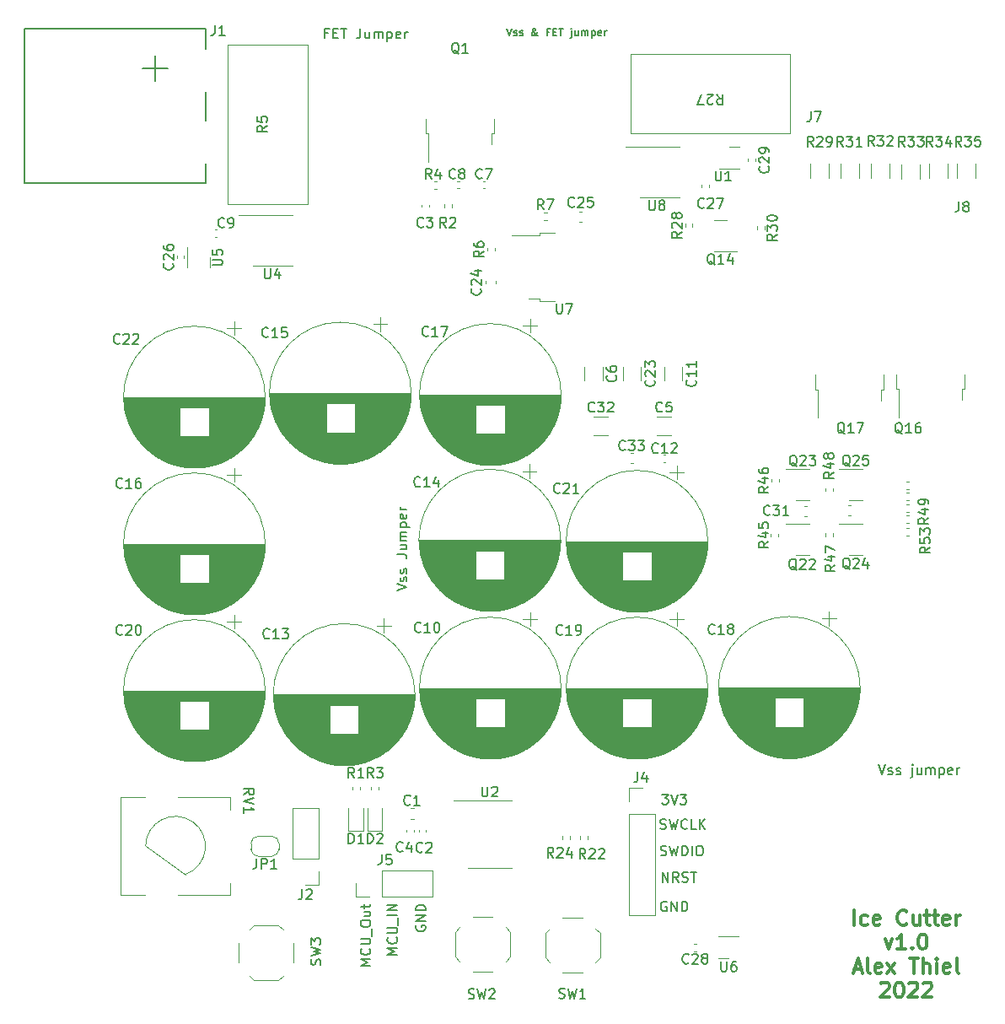
<source format=gbr>
%TF.GenerationSoftware,KiCad,Pcbnew,(6.0.0)*%
%TF.CreationDate,2022-09-13T16:11:23+02:00*%
%TF.ProjectId,IceCutterPCB,49636543-7574-4746-9572-5043422e6b69,rev?*%
%TF.SameCoordinates,Original*%
%TF.FileFunction,Legend,Top*%
%TF.FilePolarity,Positive*%
%FSLAX46Y46*%
G04 Gerber Fmt 4.6, Leading zero omitted, Abs format (unit mm)*
G04 Created by KiCad (PCBNEW (6.0.0)) date 2022-09-13 16:11:23*
%MOMM*%
%LPD*%
G01*
G04 APERTURE LIST*
%ADD10C,0.150000*%
%ADD11C,0.300000*%
%ADD12C,0.120000*%
%ADD13C,0.127000*%
G04 APERTURE END LIST*
D10*
X221208904Y-124681380D02*
X221827952Y-124681380D01*
X221494619Y-125062333D01*
X221637476Y-125062333D01*
X221732714Y-125109952D01*
X221780333Y-125157571D01*
X221827952Y-125252809D01*
X221827952Y-125490904D01*
X221780333Y-125586142D01*
X221732714Y-125633761D01*
X221637476Y-125681380D01*
X221351761Y-125681380D01*
X221256523Y-125633761D01*
X221208904Y-125586142D01*
X222113666Y-124681380D02*
X222447000Y-125681380D01*
X222780333Y-124681380D01*
X223018428Y-124681380D02*
X223637476Y-124681380D01*
X223304142Y-125062333D01*
X223447000Y-125062333D01*
X223542238Y-125109952D01*
X223589857Y-125157571D01*
X223637476Y-125252809D01*
X223637476Y-125490904D01*
X223589857Y-125586142D01*
X223542238Y-125633761D01*
X223447000Y-125681380D01*
X223161285Y-125681380D01*
X223066047Y-125633761D01*
X223018428Y-125586142D01*
X194629180Y-140759200D02*
X193629180Y-140759200D01*
X194343466Y-140425866D01*
X193629180Y-140092533D01*
X194629180Y-140092533D01*
X194533942Y-139044914D02*
X194581561Y-139092533D01*
X194629180Y-139235390D01*
X194629180Y-139330628D01*
X194581561Y-139473485D01*
X194486323Y-139568723D01*
X194391085Y-139616342D01*
X194200609Y-139663961D01*
X194057752Y-139663961D01*
X193867276Y-139616342D01*
X193772038Y-139568723D01*
X193676800Y-139473485D01*
X193629180Y-139330628D01*
X193629180Y-139235390D01*
X193676800Y-139092533D01*
X193724419Y-139044914D01*
X193629180Y-138616342D02*
X194438704Y-138616342D01*
X194533942Y-138568723D01*
X194581561Y-138521104D01*
X194629180Y-138425866D01*
X194629180Y-138235390D01*
X194581561Y-138140152D01*
X194533942Y-138092533D01*
X194438704Y-138044914D01*
X193629180Y-138044914D01*
X194724419Y-137806819D02*
X194724419Y-137044914D01*
X194629180Y-136806819D02*
X193629180Y-136806819D01*
X194629180Y-136330628D02*
X193629180Y-136330628D01*
X194629180Y-135759200D01*
X193629180Y-135759200D01*
X221064552Y-130789961D02*
X221207409Y-130837580D01*
X221445504Y-130837580D01*
X221540742Y-130789961D01*
X221588361Y-130742342D01*
X221635980Y-130647104D01*
X221635980Y-130551866D01*
X221588361Y-130456628D01*
X221540742Y-130409009D01*
X221445504Y-130361390D01*
X221255028Y-130313771D01*
X221159790Y-130266152D01*
X221112171Y-130218533D01*
X221064552Y-130123295D01*
X221064552Y-130028057D01*
X221112171Y-129932819D01*
X221159790Y-129885200D01*
X221255028Y-129837580D01*
X221493123Y-129837580D01*
X221635980Y-129885200D01*
X221969314Y-129837580D02*
X222207409Y-130837580D01*
X222397885Y-130123295D01*
X222588361Y-130837580D01*
X222826457Y-129837580D01*
X223207409Y-130837580D02*
X223207409Y-129837580D01*
X223445504Y-129837580D01*
X223588361Y-129885200D01*
X223683600Y-129980438D01*
X223731219Y-130075676D01*
X223778838Y-130266152D01*
X223778838Y-130409009D01*
X223731219Y-130599485D01*
X223683600Y-130694723D01*
X223588361Y-130789961D01*
X223445504Y-130837580D01*
X223207409Y-130837580D01*
X224207409Y-130837580D02*
X224207409Y-129837580D01*
X224874076Y-129837580D02*
X225064552Y-129837580D01*
X225159790Y-129885200D01*
X225255028Y-129980438D01*
X225302647Y-130170914D01*
X225302647Y-130504247D01*
X225255028Y-130694723D01*
X225159790Y-130789961D01*
X225064552Y-130837580D01*
X224874076Y-130837580D01*
X224778838Y-130789961D01*
X224683600Y-130694723D01*
X224635980Y-130504247D01*
X224635980Y-130170914D01*
X224683600Y-129980438D01*
X224778838Y-129885200D01*
X224874076Y-129837580D01*
X221023295Y-128122961D02*
X221166152Y-128170580D01*
X221404247Y-128170580D01*
X221499485Y-128122961D01*
X221547104Y-128075342D01*
X221594723Y-127980104D01*
X221594723Y-127884866D01*
X221547104Y-127789628D01*
X221499485Y-127742009D01*
X221404247Y-127694390D01*
X221213771Y-127646771D01*
X221118533Y-127599152D01*
X221070914Y-127551533D01*
X221023295Y-127456295D01*
X221023295Y-127361057D01*
X221070914Y-127265819D01*
X221118533Y-127218200D01*
X221213771Y-127170580D01*
X221451866Y-127170580D01*
X221594723Y-127218200D01*
X221928057Y-127170580D02*
X222166152Y-128170580D01*
X222356628Y-127456295D01*
X222547104Y-128170580D01*
X222785200Y-127170580D01*
X223737580Y-128075342D02*
X223689961Y-128122961D01*
X223547104Y-128170580D01*
X223451866Y-128170580D01*
X223309009Y-128122961D01*
X223213771Y-128027723D01*
X223166152Y-127932485D01*
X223118533Y-127742009D01*
X223118533Y-127599152D01*
X223166152Y-127408676D01*
X223213771Y-127313438D01*
X223309009Y-127218200D01*
X223451866Y-127170580D01*
X223547104Y-127170580D01*
X223689961Y-127218200D01*
X223737580Y-127265819D01*
X224642342Y-128170580D02*
X224166152Y-128170580D01*
X224166152Y-127170580D01*
X224975676Y-128170580D02*
X224975676Y-127170580D01*
X225547104Y-128170580D02*
X225118533Y-127599152D01*
X225547104Y-127170580D02*
X224975676Y-127742009D01*
X242968971Y-121677180D02*
X243302304Y-122677180D01*
X243635638Y-121677180D01*
X243921352Y-122629561D02*
X244016590Y-122677180D01*
X244207066Y-122677180D01*
X244302304Y-122629561D01*
X244349923Y-122534323D01*
X244349923Y-122486704D01*
X244302304Y-122391466D01*
X244207066Y-122343847D01*
X244064209Y-122343847D01*
X243968971Y-122296228D01*
X243921352Y-122200990D01*
X243921352Y-122153371D01*
X243968971Y-122058133D01*
X244064209Y-122010514D01*
X244207066Y-122010514D01*
X244302304Y-122058133D01*
X244730876Y-122629561D02*
X244826114Y-122677180D01*
X245016590Y-122677180D01*
X245111828Y-122629561D01*
X245159447Y-122534323D01*
X245159447Y-122486704D01*
X245111828Y-122391466D01*
X245016590Y-122343847D01*
X244873733Y-122343847D01*
X244778495Y-122296228D01*
X244730876Y-122200990D01*
X244730876Y-122153371D01*
X244778495Y-122058133D01*
X244873733Y-122010514D01*
X245016590Y-122010514D01*
X245111828Y-122058133D01*
X246349923Y-122010514D02*
X246349923Y-122867657D01*
X246302304Y-122962895D01*
X246207066Y-123010514D01*
X246159447Y-123010514D01*
X246349923Y-121677180D02*
X246302304Y-121724800D01*
X246349923Y-121772419D01*
X246397542Y-121724800D01*
X246349923Y-121677180D01*
X246349923Y-121772419D01*
X247254685Y-122010514D02*
X247254685Y-122677180D01*
X246826114Y-122010514D02*
X246826114Y-122534323D01*
X246873733Y-122629561D01*
X246968971Y-122677180D01*
X247111828Y-122677180D01*
X247207066Y-122629561D01*
X247254685Y-122581942D01*
X247730876Y-122677180D02*
X247730876Y-122010514D01*
X247730876Y-122105752D02*
X247778495Y-122058133D01*
X247873733Y-122010514D01*
X248016590Y-122010514D01*
X248111828Y-122058133D01*
X248159447Y-122153371D01*
X248159447Y-122677180D01*
X248159447Y-122153371D02*
X248207066Y-122058133D01*
X248302304Y-122010514D01*
X248445161Y-122010514D01*
X248540400Y-122058133D01*
X248588019Y-122153371D01*
X248588019Y-122677180D01*
X249064209Y-122010514D02*
X249064209Y-123010514D01*
X249064209Y-122058133D02*
X249159447Y-122010514D01*
X249349923Y-122010514D01*
X249445161Y-122058133D01*
X249492780Y-122105752D01*
X249540400Y-122200990D01*
X249540400Y-122486704D01*
X249492780Y-122581942D01*
X249445161Y-122629561D01*
X249349923Y-122677180D01*
X249159447Y-122677180D01*
X249064209Y-122629561D01*
X250349923Y-122629561D02*
X250254685Y-122677180D01*
X250064209Y-122677180D01*
X249968971Y-122629561D01*
X249921352Y-122534323D01*
X249921352Y-122153371D01*
X249968971Y-122058133D01*
X250064209Y-122010514D01*
X250254685Y-122010514D01*
X250349923Y-122058133D01*
X250397542Y-122153371D01*
X250397542Y-122248609D01*
X249921352Y-122343847D01*
X250826114Y-122677180D02*
X250826114Y-122010514D01*
X250826114Y-122200990D02*
X250873733Y-122105752D01*
X250921352Y-122058133D01*
X251016590Y-122010514D01*
X251111828Y-122010514D01*
X194575180Y-104239485D02*
X195575180Y-103906152D01*
X194575180Y-103572819D01*
X195527561Y-103287104D02*
X195575180Y-103191866D01*
X195575180Y-103001390D01*
X195527561Y-102906152D01*
X195432323Y-102858533D01*
X195384704Y-102858533D01*
X195289466Y-102906152D01*
X195241847Y-103001390D01*
X195241847Y-103144247D01*
X195194228Y-103239485D01*
X195098990Y-103287104D01*
X195051371Y-103287104D01*
X194956133Y-103239485D01*
X194908514Y-103144247D01*
X194908514Y-103001390D01*
X194956133Y-102906152D01*
X195527561Y-102477580D02*
X195575180Y-102382342D01*
X195575180Y-102191866D01*
X195527561Y-102096628D01*
X195432323Y-102049009D01*
X195384704Y-102049009D01*
X195289466Y-102096628D01*
X195241847Y-102191866D01*
X195241847Y-102334723D01*
X195194228Y-102429961D01*
X195098990Y-102477580D01*
X195051371Y-102477580D01*
X194956133Y-102429961D01*
X194908514Y-102334723D01*
X194908514Y-102191866D01*
X194956133Y-102096628D01*
X194575180Y-100572819D02*
X195289466Y-100572819D01*
X195432323Y-100620438D01*
X195527561Y-100715676D01*
X195575180Y-100858533D01*
X195575180Y-100953771D01*
X194908514Y-99668057D02*
X195575180Y-99668057D01*
X194908514Y-100096628D02*
X195432323Y-100096628D01*
X195527561Y-100049009D01*
X195575180Y-99953771D01*
X195575180Y-99810914D01*
X195527561Y-99715676D01*
X195479942Y-99668057D01*
X195575180Y-99191866D02*
X194908514Y-99191866D01*
X195003752Y-99191866D02*
X194956133Y-99144247D01*
X194908514Y-99049009D01*
X194908514Y-98906152D01*
X194956133Y-98810914D01*
X195051371Y-98763295D01*
X195575180Y-98763295D01*
X195051371Y-98763295D02*
X194956133Y-98715676D01*
X194908514Y-98620438D01*
X194908514Y-98477580D01*
X194956133Y-98382342D01*
X195051371Y-98334723D01*
X195575180Y-98334723D01*
X194908514Y-97858533D02*
X195908514Y-97858533D01*
X194956133Y-97858533D02*
X194908514Y-97763295D01*
X194908514Y-97572819D01*
X194956133Y-97477580D01*
X195003752Y-97429961D01*
X195098990Y-97382342D01*
X195384704Y-97382342D01*
X195479942Y-97429961D01*
X195527561Y-97477580D01*
X195575180Y-97572819D01*
X195575180Y-97763295D01*
X195527561Y-97858533D01*
X195527561Y-96572819D02*
X195575180Y-96668057D01*
X195575180Y-96858533D01*
X195527561Y-96953771D01*
X195432323Y-97001390D01*
X195051371Y-97001390D01*
X194956133Y-96953771D01*
X194908514Y-96858533D01*
X194908514Y-96668057D01*
X194956133Y-96572819D01*
X195051371Y-96525200D01*
X195146609Y-96525200D01*
X195241847Y-97001390D01*
X195575180Y-96096628D02*
X194908514Y-96096628D01*
X195098990Y-96096628D02*
X195003752Y-96049009D01*
X194956133Y-96001390D01*
X194908514Y-95906152D01*
X194908514Y-95810914D01*
X196521600Y-137852704D02*
X196473980Y-137947942D01*
X196473980Y-138090800D01*
X196521600Y-138233657D01*
X196616838Y-138328895D01*
X196712076Y-138376514D01*
X196902552Y-138424133D01*
X197045409Y-138424133D01*
X197235885Y-138376514D01*
X197331123Y-138328895D01*
X197426361Y-138233657D01*
X197473980Y-138090800D01*
X197473980Y-137995561D01*
X197426361Y-137852704D01*
X197378742Y-137805085D01*
X197045409Y-137805085D01*
X197045409Y-137995561D01*
X197473980Y-137376514D02*
X196473980Y-137376514D01*
X197473980Y-136805085D01*
X196473980Y-136805085D01*
X197473980Y-136328895D02*
X196473980Y-136328895D01*
X196473980Y-136090800D01*
X196521600Y-135947942D01*
X196616838Y-135852704D01*
X196712076Y-135805085D01*
X196902552Y-135757466D01*
X197045409Y-135757466D01*
X197235885Y-135805085D01*
X197331123Y-135852704D01*
X197426361Y-135947942D01*
X197473980Y-136090800D01*
X197473980Y-136328895D01*
X221235942Y-133479180D02*
X221235942Y-132479180D01*
X221807371Y-133479180D01*
X221807371Y-132479180D01*
X222854990Y-133479180D02*
X222521657Y-133002990D01*
X222283561Y-133479180D02*
X222283561Y-132479180D01*
X222664514Y-132479180D01*
X222759752Y-132526800D01*
X222807371Y-132574419D01*
X222854990Y-132669657D01*
X222854990Y-132812514D01*
X222807371Y-132907752D01*
X222759752Y-132955371D01*
X222664514Y-133002990D01*
X222283561Y-133002990D01*
X223235942Y-133431561D02*
X223378800Y-133479180D01*
X223616895Y-133479180D01*
X223712133Y-133431561D01*
X223759752Y-133383942D01*
X223807371Y-133288704D01*
X223807371Y-133193466D01*
X223759752Y-133098228D01*
X223712133Y-133050609D01*
X223616895Y-133002990D01*
X223426419Y-132955371D01*
X223331180Y-132907752D01*
X223283561Y-132860133D01*
X223235942Y-132764895D01*
X223235942Y-132669657D01*
X223283561Y-132574419D01*
X223331180Y-132526800D01*
X223426419Y-132479180D01*
X223664514Y-132479180D01*
X223807371Y-132526800D01*
X224093085Y-132479180D02*
X224664514Y-132479180D01*
X224378800Y-133479180D02*
X224378800Y-132479180D01*
D11*
X240488800Y-137804471D02*
X240488800Y-136304471D01*
X241845942Y-137733042D02*
X241703085Y-137804471D01*
X241417371Y-137804471D01*
X241274514Y-137733042D01*
X241203085Y-137661614D01*
X241131657Y-137518757D01*
X241131657Y-137090185D01*
X241203085Y-136947328D01*
X241274514Y-136875900D01*
X241417371Y-136804471D01*
X241703085Y-136804471D01*
X241845942Y-136875900D01*
X243060228Y-137733042D02*
X242917371Y-137804471D01*
X242631657Y-137804471D01*
X242488800Y-137733042D01*
X242417371Y-137590185D01*
X242417371Y-137018757D01*
X242488800Y-136875900D01*
X242631657Y-136804471D01*
X242917371Y-136804471D01*
X243060228Y-136875900D01*
X243131657Y-137018757D01*
X243131657Y-137161614D01*
X242417371Y-137304471D01*
X245774514Y-137661614D02*
X245703085Y-137733042D01*
X245488800Y-137804471D01*
X245345942Y-137804471D01*
X245131657Y-137733042D01*
X244988800Y-137590185D01*
X244917371Y-137447328D01*
X244845942Y-137161614D01*
X244845942Y-136947328D01*
X244917371Y-136661614D01*
X244988800Y-136518757D01*
X245131657Y-136375900D01*
X245345942Y-136304471D01*
X245488800Y-136304471D01*
X245703085Y-136375900D01*
X245774514Y-136447328D01*
X247060228Y-136804471D02*
X247060228Y-137804471D01*
X246417371Y-136804471D02*
X246417371Y-137590185D01*
X246488800Y-137733042D01*
X246631657Y-137804471D01*
X246845942Y-137804471D01*
X246988800Y-137733042D01*
X247060228Y-137661614D01*
X247560228Y-136804471D02*
X248131657Y-136804471D01*
X247774514Y-136304471D02*
X247774514Y-137590185D01*
X247845942Y-137733042D01*
X247988800Y-137804471D01*
X248131657Y-137804471D01*
X248417371Y-136804471D02*
X248988800Y-136804471D01*
X248631657Y-136304471D02*
X248631657Y-137590185D01*
X248703085Y-137733042D01*
X248845942Y-137804471D01*
X248988800Y-137804471D01*
X250060228Y-137733042D02*
X249917371Y-137804471D01*
X249631657Y-137804471D01*
X249488800Y-137733042D01*
X249417371Y-137590185D01*
X249417371Y-137018757D01*
X249488800Y-136875900D01*
X249631657Y-136804471D01*
X249917371Y-136804471D01*
X250060228Y-136875900D01*
X250131657Y-137018757D01*
X250131657Y-137161614D01*
X249417371Y-137304471D01*
X250774514Y-137804471D02*
X250774514Y-136804471D01*
X250774514Y-137090185D02*
X250845942Y-136947328D01*
X250917371Y-136875900D01*
X251060228Y-136804471D01*
X251203085Y-136804471D01*
X243595942Y-139219471D02*
X243953085Y-140219471D01*
X244310228Y-139219471D01*
X245667371Y-140219471D02*
X244810228Y-140219471D01*
X245238800Y-140219471D02*
X245238800Y-138719471D01*
X245095942Y-138933757D01*
X244953085Y-139076614D01*
X244810228Y-139148042D01*
X246310228Y-140076614D02*
X246381657Y-140148042D01*
X246310228Y-140219471D01*
X246238800Y-140148042D01*
X246310228Y-140076614D01*
X246310228Y-140219471D01*
X247310228Y-138719471D02*
X247453085Y-138719471D01*
X247595942Y-138790900D01*
X247667371Y-138862328D01*
X247738800Y-139005185D01*
X247810228Y-139290900D01*
X247810228Y-139648042D01*
X247738800Y-139933757D01*
X247667371Y-140076614D01*
X247595942Y-140148042D01*
X247453085Y-140219471D01*
X247310228Y-140219471D01*
X247167371Y-140148042D01*
X247095942Y-140076614D01*
X247024514Y-139933757D01*
X246953085Y-139648042D01*
X246953085Y-139290900D01*
X247024514Y-139005185D01*
X247095942Y-138862328D01*
X247167371Y-138790900D01*
X247310228Y-138719471D01*
X240524514Y-142205900D02*
X241238800Y-142205900D01*
X240381657Y-142634471D02*
X240881657Y-141134471D01*
X241381657Y-142634471D01*
X242095942Y-142634471D02*
X241953085Y-142563042D01*
X241881657Y-142420185D01*
X241881657Y-141134471D01*
X243238800Y-142563042D02*
X243095942Y-142634471D01*
X242810228Y-142634471D01*
X242667371Y-142563042D01*
X242595942Y-142420185D01*
X242595942Y-141848757D01*
X242667371Y-141705900D01*
X242810228Y-141634471D01*
X243095942Y-141634471D01*
X243238800Y-141705900D01*
X243310228Y-141848757D01*
X243310228Y-141991614D01*
X242595942Y-142134471D01*
X243810228Y-142634471D02*
X244595942Y-141634471D01*
X243810228Y-141634471D02*
X244595942Y-142634471D01*
X246095942Y-141134471D02*
X246953085Y-141134471D01*
X246524514Y-142634471D02*
X246524514Y-141134471D01*
X247453085Y-142634471D02*
X247453085Y-141134471D01*
X248095942Y-142634471D02*
X248095942Y-141848757D01*
X248024514Y-141705900D01*
X247881657Y-141634471D01*
X247667371Y-141634471D01*
X247524514Y-141705900D01*
X247453085Y-141777328D01*
X248810228Y-142634471D02*
X248810228Y-141634471D01*
X248810228Y-141134471D02*
X248738800Y-141205900D01*
X248810228Y-141277328D01*
X248881657Y-141205900D01*
X248810228Y-141134471D01*
X248810228Y-141277328D01*
X250095942Y-142563042D02*
X249953085Y-142634471D01*
X249667371Y-142634471D01*
X249524514Y-142563042D01*
X249453085Y-142420185D01*
X249453085Y-141848757D01*
X249524514Y-141705900D01*
X249667371Y-141634471D01*
X249953085Y-141634471D01*
X250095942Y-141705900D01*
X250167371Y-141848757D01*
X250167371Y-141991614D01*
X249453085Y-142134471D01*
X251024514Y-142634471D02*
X250881657Y-142563042D01*
X250810228Y-142420185D01*
X250810228Y-141134471D01*
X243167371Y-143692328D02*
X243238800Y-143620900D01*
X243381657Y-143549471D01*
X243738800Y-143549471D01*
X243881657Y-143620900D01*
X243953085Y-143692328D01*
X244024514Y-143835185D01*
X244024514Y-143978042D01*
X243953085Y-144192328D01*
X243095942Y-145049471D01*
X244024514Y-145049471D01*
X244953085Y-143549471D02*
X245095942Y-143549471D01*
X245238800Y-143620900D01*
X245310228Y-143692328D01*
X245381657Y-143835185D01*
X245453085Y-144120900D01*
X245453085Y-144478042D01*
X245381657Y-144763757D01*
X245310228Y-144906614D01*
X245238800Y-144978042D01*
X245095942Y-145049471D01*
X244953085Y-145049471D01*
X244810228Y-144978042D01*
X244738800Y-144906614D01*
X244667371Y-144763757D01*
X244595942Y-144478042D01*
X244595942Y-144120900D01*
X244667371Y-143835185D01*
X244738800Y-143692328D01*
X244810228Y-143620900D01*
X244953085Y-143549471D01*
X246024514Y-143692328D02*
X246095942Y-143620900D01*
X246238800Y-143549471D01*
X246595942Y-143549471D01*
X246738800Y-143620900D01*
X246810228Y-143692328D01*
X246881657Y-143835185D01*
X246881657Y-143978042D01*
X246810228Y-144192328D01*
X245953085Y-145049471D01*
X246881657Y-145049471D01*
X247453085Y-143692328D02*
X247524514Y-143620900D01*
X247667371Y-143549471D01*
X248024514Y-143549471D01*
X248167371Y-143620900D01*
X248238800Y-143692328D01*
X248310228Y-143835185D01*
X248310228Y-143978042D01*
X248238800Y-144192328D01*
X247381657Y-145049471D01*
X248310228Y-145049471D01*
D10*
X187671695Y-48271771D02*
X187338361Y-48271771D01*
X187338361Y-48795580D02*
X187338361Y-47795580D01*
X187814552Y-47795580D01*
X188195504Y-48271771D02*
X188528838Y-48271771D01*
X188671695Y-48795580D02*
X188195504Y-48795580D01*
X188195504Y-47795580D01*
X188671695Y-47795580D01*
X188957409Y-47795580D02*
X189528838Y-47795580D01*
X189243123Y-48795580D02*
X189243123Y-47795580D01*
X190909790Y-47795580D02*
X190909790Y-48509866D01*
X190862171Y-48652723D01*
X190766933Y-48747961D01*
X190624076Y-48795580D01*
X190528838Y-48795580D01*
X191814552Y-48128914D02*
X191814552Y-48795580D01*
X191385980Y-48128914D02*
X191385980Y-48652723D01*
X191433600Y-48747961D01*
X191528838Y-48795580D01*
X191671695Y-48795580D01*
X191766933Y-48747961D01*
X191814552Y-48700342D01*
X192290742Y-48795580D02*
X192290742Y-48128914D01*
X192290742Y-48224152D02*
X192338361Y-48176533D01*
X192433600Y-48128914D01*
X192576457Y-48128914D01*
X192671695Y-48176533D01*
X192719314Y-48271771D01*
X192719314Y-48795580D01*
X192719314Y-48271771D02*
X192766933Y-48176533D01*
X192862171Y-48128914D01*
X193005028Y-48128914D01*
X193100266Y-48176533D01*
X193147885Y-48271771D01*
X193147885Y-48795580D01*
X193624076Y-48128914D02*
X193624076Y-49128914D01*
X193624076Y-48176533D02*
X193719314Y-48128914D01*
X193909790Y-48128914D01*
X194005028Y-48176533D01*
X194052647Y-48224152D01*
X194100266Y-48319390D01*
X194100266Y-48605104D01*
X194052647Y-48700342D01*
X194005028Y-48747961D01*
X193909790Y-48795580D01*
X193719314Y-48795580D01*
X193624076Y-48747961D01*
X194909790Y-48747961D02*
X194814552Y-48795580D01*
X194624076Y-48795580D01*
X194528838Y-48747961D01*
X194481219Y-48652723D01*
X194481219Y-48271771D01*
X194528838Y-48176533D01*
X194624076Y-48128914D01*
X194814552Y-48128914D01*
X194909790Y-48176533D01*
X194957409Y-48271771D01*
X194957409Y-48367009D01*
X194481219Y-48462247D01*
X195385980Y-48795580D02*
X195385980Y-48128914D01*
X195385980Y-48319390D02*
X195433600Y-48224152D01*
X195481219Y-48176533D01*
X195576457Y-48128914D01*
X195671695Y-48128914D01*
X191936780Y-141868800D02*
X190936780Y-141868800D01*
X191651066Y-141535466D01*
X190936780Y-141202133D01*
X191936780Y-141202133D01*
X191841542Y-140154514D02*
X191889161Y-140202133D01*
X191936780Y-140344990D01*
X191936780Y-140440228D01*
X191889161Y-140583085D01*
X191793923Y-140678323D01*
X191698685Y-140725942D01*
X191508209Y-140773561D01*
X191365352Y-140773561D01*
X191174876Y-140725942D01*
X191079638Y-140678323D01*
X190984400Y-140583085D01*
X190936780Y-140440228D01*
X190936780Y-140344990D01*
X190984400Y-140202133D01*
X191032019Y-140154514D01*
X190936780Y-139725942D02*
X191746304Y-139725942D01*
X191841542Y-139678323D01*
X191889161Y-139630704D01*
X191936780Y-139535466D01*
X191936780Y-139344990D01*
X191889161Y-139249752D01*
X191841542Y-139202133D01*
X191746304Y-139154514D01*
X190936780Y-139154514D01*
X192032019Y-138916419D02*
X192032019Y-138154514D01*
X190936780Y-137725942D02*
X190936780Y-137535466D01*
X190984400Y-137440228D01*
X191079638Y-137344990D01*
X191270114Y-137297371D01*
X191603447Y-137297371D01*
X191793923Y-137344990D01*
X191889161Y-137440228D01*
X191936780Y-137535466D01*
X191936780Y-137725942D01*
X191889161Y-137821180D01*
X191793923Y-137916419D01*
X191603447Y-137964038D01*
X191270114Y-137964038D01*
X191079638Y-137916419D01*
X190984400Y-137821180D01*
X190936780Y-137725942D01*
X191270114Y-136440228D02*
X191936780Y-136440228D01*
X191270114Y-136868800D02*
X191793923Y-136868800D01*
X191889161Y-136821180D01*
X191936780Y-136725942D01*
X191936780Y-136583085D01*
X191889161Y-136487847D01*
X191841542Y-136440228D01*
X191270114Y-136106895D02*
X191270114Y-135725942D01*
X190936780Y-135964038D02*
X191793923Y-135964038D01*
X191889161Y-135916419D01*
X191936780Y-135821180D01*
X191936780Y-135725942D01*
X221659695Y-135473200D02*
X221564457Y-135425580D01*
X221421600Y-135425580D01*
X221278742Y-135473200D01*
X221183504Y-135568438D01*
X221135885Y-135663676D01*
X221088266Y-135854152D01*
X221088266Y-135997009D01*
X221135885Y-136187485D01*
X221183504Y-136282723D01*
X221278742Y-136377961D01*
X221421600Y-136425580D01*
X221516838Y-136425580D01*
X221659695Y-136377961D01*
X221707314Y-136330342D01*
X221707314Y-135997009D01*
X221516838Y-135997009D01*
X222135885Y-136425580D02*
X222135885Y-135425580D01*
X222707314Y-136425580D01*
X222707314Y-135425580D01*
X223183504Y-136425580D02*
X223183504Y-135425580D01*
X223421600Y-135425580D01*
X223564457Y-135473200D01*
X223659695Y-135568438D01*
X223707314Y-135663676D01*
X223754933Y-135854152D01*
X223754933Y-135997009D01*
X223707314Y-136187485D01*
X223659695Y-136282723D01*
X223564457Y-136377961D01*
X223421600Y-136425580D01*
X223183504Y-136425580D01*
X205600285Y-47780085D02*
X205850285Y-48530085D01*
X206100285Y-47780085D01*
X206314571Y-48494371D02*
X206386000Y-48530085D01*
X206528857Y-48530085D01*
X206600285Y-48494371D01*
X206636000Y-48422942D01*
X206636000Y-48387228D01*
X206600285Y-48315800D01*
X206528857Y-48280085D01*
X206421714Y-48280085D01*
X206350285Y-48244371D01*
X206314571Y-48172942D01*
X206314571Y-48137228D01*
X206350285Y-48065800D01*
X206421714Y-48030085D01*
X206528857Y-48030085D01*
X206600285Y-48065800D01*
X206921714Y-48494371D02*
X206993142Y-48530085D01*
X207136000Y-48530085D01*
X207207428Y-48494371D01*
X207243142Y-48422942D01*
X207243142Y-48387228D01*
X207207428Y-48315800D01*
X207136000Y-48280085D01*
X207028857Y-48280085D01*
X206957428Y-48244371D01*
X206921714Y-48172942D01*
X206921714Y-48137228D01*
X206957428Y-48065800D01*
X207028857Y-48030085D01*
X207136000Y-48030085D01*
X207207428Y-48065800D01*
X208743142Y-48530085D02*
X208707428Y-48530085D01*
X208636000Y-48494371D01*
X208528857Y-48387228D01*
X208350285Y-48172942D01*
X208278857Y-48065800D01*
X208243142Y-47958657D01*
X208243142Y-47887228D01*
X208278857Y-47815800D01*
X208350285Y-47780085D01*
X208386000Y-47780085D01*
X208457428Y-47815800D01*
X208493142Y-47887228D01*
X208493142Y-47922942D01*
X208457428Y-47994371D01*
X208421714Y-48030085D01*
X208207428Y-48172942D01*
X208171714Y-48208657D01*
X208136000Y-48280085D01*
X208136000Y-48387228D01*
X208171714Y-48458657D01*
X208207428Y-48494371D01*
X208278857Y-48530085D01*
X208386000Y-48530085D01*
X208457428Y-48494371D01*
X208493142Y-48458657D01*
X208600285Y-48315800D01*
X208636000Y-48208657D01*
X208636000Y-48137228D01*
X209886000Y-48137228D02*
X209636000Y-48137228D01*
X209636000Y-48530085D02*
X209636000Y-47780085D01*
X209993142Y-47780085D01*
X210278857Y-48137228D02*
X210528857Y-48137228D01*
X210636000Y-48530085D02*
X210278857Y-48530085D01*
X210278857Y-47780085D01*
X210636000Y-47780085D01*
X210850285Y-47780085D02*
X211278857Y-47780085D01*
X211064571Y-48530085D02*
X211064571Y-47780085D01*
X212100285Y-48030085D02*
X212100285Y-48672942D01*
X212064571Y-48744371D01*
X211993142Y-48780085D01*
X211957428Y-48780085D01*
X212100285Y-47780085D02*
X212064571Y-47815800D01*
X212100285Y-47851514D01*
X212136000Y-47815800D01*
X212100285Y-47780085D01*
X212100285Y-47851514D01*
X212778857Y-48030085D02*
X212778857Y-48530085D01*
X212457428Y-48030085D02*
X212457428Y-48422942D01*
X212493142Y-48494371D01*
X212564571Y-48530085D01*
X212671714Y-48530085D01*
X212743142Y-48494371D01*
X212778857Y-48458657D01*
X213136000Y-48530085D02*
X213136000Y-48030085D01*
X213136000Y-48101514D02*
X213171714Y-48065800D01*
X213243142Y-48030085D01*
X213350285Y-48030085D01*
X213421714Y-48065800D01*
X213457428Y-48137228D01*
X213457428Y-48530085D01*
X213457428Y-48137228D02*
X213493142Y-48065800D01*
X213564571Y-48030085D01*
X213671714Y-48030085D01*
X213743142Y-48065800D01*
X213778857Y-48137228D01*
X213778857Y-48530085D01*
X214136000Y-48030085D02*
X214136000Y-48780085D01*
X214136000Y-48065800D02*
X214207428Y-48030085D01*
X214350285Y-48030085D01*
X214421714Y-48065800D01*
X214457428Y-48101514D01*
X214493142Y-48172942D01*
X214493142Y-48387228D01*
X214457428Y-48458657D01*
X214421714Y-48494371D01*
X214350285Y-48530085D01*
X214207428Y-48530085D01*
X214136000Y-48494371D01*
X215100285Y-48494371D02*
X215028857Y-48530085D01*
X214886000Y-48530085D01*
X214814571Y-48494371D01*
X214778857Y-48422942D01*
X214778857Y-48137228D01*
X214814571Y-48065800D01*
X214886000Y-48030085D01*
X215028857Y-48030085D01*
X215100285Y-48065800D01*
X215136000Y-48137228D01*
X215136000Y-48208657D01*
X214778857Y-48280085D01*
X215457428Y-48530085D02*
X215457428Y-48030085D01*
X215457428Y-48172942D02*
X215493142Y-48101514D01*
X215528857Y-48065800D01*
X215600285Y-48030085D01*
X215671714Y-48030085D01*
%TO.C,R29*%
X236389942Y-59634380D02*
X236056609Y-59158190D01*
X235818514Y-59634380D02*
X235818514Y-58634380D01*
X236199466Y-58634380D01*
X236294704Y-58682000D01*
X236342323Y-58729619D01*
X236389942Y-58824857D01*
X236389942Y-58967714D01*
X236342323Y-59062952D01*
X236294704Y-59110571D01*
X236199466Y-59158190D01*
X235818514Y-59158190D01*
X236770895Y-58729619D02*
X236818514Y-58682000D01*
X236913752Y-58634380D01*
X237151847Y-58634380D01*
X237247085Y-58682000D01*
X237294704Y-58729619D01*
X237342323Y-58824857D01*
X237342323Y-58920095D01*
X237294704Y-59062952D01*
X236723276Y-59634380D01*
X237342323Y-59634380D01*
X237818514Y-59634380D02*
X238008990Y-59634380D01*
X238104228Y-59586761D01*
X238151847Y-59539142D01*
X238247085Y-59396285D01*
X238294704Y-59205809D01*
X238294704Y-58824857D01*
X238247085Y-58729619D01*
X238199466Y-58682000D01*
X238104228Y-58634380D01*
X237913752Y-58634380D01*
X237818514Y-58682000D01*
X237770895Y-58729619D01*
X237723276Y-58824857D01*
X237723276Y-59062952D01*
X237770895Y-59158190D01*
X237818514Y-59205809D01*
X237913752Y-59253428D01*
X238104228Y-59253428D01*
X238199466Y-59205809D01*
X238247085Y-59158190D01*
X238294704Y-59062952D01*
%TO.C,C17*%
X197731142Y-78600870D02*
X197683523Y-78648489D01*
X197540666Y-78696108D01*
X197445428Y-78696108D01*
X197302571Y-78648489D01*
X197207333Y-78553251D01*
X197159714Y-78458013D01*
X197112095Y-78267537D01*
X197112095Y-78124680D01*
X197159714Y-77934204D01*
X197207333Y-77838966D01*
X197302571Y-77743728D01*
X197445428Y-77696108D01*
X197540666Y-77696108D01*
X197683523Y-77743728D01*
X197731142Y-77791347D01*
X198683523Y-78696108D02*
X198112095Y-78696108D01*
X198397809Y-78696108D02*
X198397809Y-77696108D01*
X198302571Y-77838966D01*
X198207333Y-77934204D01*
X198112095Y-77981823D01*
X199016857Y-77696108D02*
X199683523Y-77696108D01*
X199254952Y-78696108D01*
%TO.C,JP1*%
X180498466Y-131135380D02*
X180498466Y-131849666D01*
X180450847Y-131992523D01*
X180355609Y-132087761D01*
X180212752Y-132135380D01*
X180117514Y-132135380D01*
X180974657Y-132135380D02*
X180974657Y-131135380D01*
X181355609Y-131135380D01*
X181450847Y-131183000D01*
X181498466Y-131230619D01*
X181546085Y-131325857D01*
X181546085Y-131468714D01*
X181498466Y-131563952D01*
X181450847Y-131611571D01*
X181355609Y-131659190D01*
X180974657Y-131659190D01*
X182498466Y-132135380D02*
X181927038Y-132135380D01*
X182212752Y-132135380D02*
X182212752Y-131135380D01*
X182117514Y-131278238D01*
X182022276Y-131373476D01*
X181927038Y-131421095D01*
%TO.C,R1*%
X190293133Y-122997380D02*
X189959800Y-122521190D01*
X189721704Y-122997380D02*
X189721704Y-121997380D01*
X190102657Y-121997380D01*
X190197895Y-122045000D01*
X190245514Y-122092619D01*
X190293133Y-122187857D01*
X190293133Y-122330714D01*
X190245514Y-122425952D01*
X190197895Y-122473571D01*
X190102657Y-122521190D01*
X189721704Y-122521190D01*
X191245514Y-122997380D02*
X190674085Y-122997380D01*
X190959800Y-122997380D02*
X190959800Y-121997380D01*
X190864561Y-122140238D01*
X190769323Y-122235476D01*
X190674085Y-122283095D01*
%TO.C,R5*%
X181562380Y-57570666D02*
X181086190Y-57904000D01*
X181562380Y-58142095D02*
X180562380Y-58142095D01*
X180562380Y-57761142D01*
X180610000Y-57665904D01*
X180657619Y-57618285D01*
X180752857Y-57570666D01*
X180895714Y-57570666D01*
X180990952Y-57618285D01*
X181038571Y-57665904D01*
X181086190Y-57761142D01*
X181086190Y-58142095D01*
X180562380Y-56665904D02*
X180562380Y-57142095D01*
X181038571Y-57189714D01*
X180990952Y-57142095D01*
X180943333Y-57046857D01*
X180943333Y-56808761D01*
X180990952Y-56713523D01*
X181038571Y-56665904D01*
X181133809Y-56618285D01*
X181371904Y-56618285D01*
X181467142Y-56665904D01*
X181514761Y-56713523D01*
X181562380Y-56808761D01*
X181562380Y-57046857D01*
X181514761Y-57142095D01*
X181467142Y-57189714D01*
%TO.C,U6*%
X227133295Y-141457980D02*
X227133295Y-142267504D01*
X227180914Y-142362742D01*
X227228533Y-142410361D01*
X227323771Y-142457980D01*
X227514247Y-142457980D01*
X227609485Y-142410361D01*
X227657104Y-142362742D01*
X227704723Y-142267504D01*
X227704723Y-141457980D01*
X228609485Y-141457980D02*
X228419009Y-141457980D01*
X228323771Y-141505600D01*
X228276152Y-141553219D01*
X228180914Y-141696076D01*
X228133295Y-141886552D01*
X228133295Y-142267504D01*
X228180914Y-142362742D01*
X228228533Y-142410361D01*
X228323771Y-142457980D01*
X228514247Y-142457980D01*
X228609485Y-142410361D01*
X228657104Y-142362742D01*
X228704723Y-142267504D01*
X228704723Y-142029409D01*
X228657104Y-141934171D01*
X228609485Y-141886552D01*
X228514247Y-141838933D01*
X228323771Y-141838933D01*
X228228533Y-141886552D01*
X228180914Y-141934171D01*
X228133295Y-142029409D01*
%TO.C,Q16*%
X245351371Y-88482419D02*
X245256133Y-88434800D01*
X245160895Y-88339561D01*
X245018038Y-88196704D01*
X244922800Y-88149085D01*
X244827561Y-88149085D01*
X244875180Y-88387180D02*
X244779942Y-88339561D01*
X244684704Y-88244323D01*
X244637085Y-88053847D01*
X244637085Y-87720514D01*
X244684704Y-87530038D01*
X244779942Y-87434800D01*
X244875180Y-87387180D01*
X245065657Y-87387180D01*
X245160895Y-87434800D01*
X245256133Y-87530038D01*
X245303752Y-87720514D01*
X245303752Y-88053847D01*
X245256133Y-88244323D01*
X245160895Y-88339561D01*
X245065657Y-88387180D01*
X244875180Y-88387180D01*
X246256133Y-88387180D02*
X245684704Y-88387180D01*
X245970419Y-88387180D02*
X245970419Y-87387180D01*
X245875180Y-87530038D01*
X245779942Y-87625276D01*
X245684704Y-87672895D01*
X247113276Y-87387180D02*
X246922800Y-87387180D01*
X246827561Y-87434800D01*
X246779942Y-87482419D01*
X246684704Y-87625276D01*
X246637085Y-87815752D01*
X246637085Y-88196704D01*
X246684704Y-88291942D01*
X246732323Y-88339561D01*
X246827561Y-88387180D01*
X247018038Y-88387180D01*
X247113276Y-88339561D01*
X247160895Y-88291942D01*
X247208514Y-88196704D01*
X247208514Y-87958609D01*
X247160895Y-87863371D01*
X247113276Y-87815752D01*
X247018038Y-87768133D01*
X246827561Y-87768133D01*
X246732323Y-87815752D01*
X246684704Y-87863371D01*
X246637085Y-87958609D01*
%TO.C,R2*%
X199528133Y-67762380D02*
X199194800Y-67286190D01*
X198956704Y-67762380D02*
X198956704Y-66762380D01*
X199337657Y-66762380D01*
X199432895Y-66810000D01*
X199480514Y-66857619D01*
X199528133Y-66952857D01*
X199528133Y-67095714D01*
X199480514Y-67190952D01*
X199432895Y-67238571D01*
X199337657Y-67286190D01*
X198956704Y-67286190D01*
X199909085Y-66857619D02*
X199956704Y-66810000D01*
X200051942Y-66762380D01*
X200290038Y-66762380D01*
X200385276Y-66810000D01*
X200432895Y-66857619D01*
X200480514Y-66952857D01*
X200480514Y-67048095D01*
X200432895Y-67190952D01*
X199861466Y-67762380D01*
X200480514Y-67762380D01*
%TO.C,J7*%
X236140666Y-56145180D02*
X236140666Y-56859466D01*
X236093047Y-57002323D01*
X235997809Y-57097561D01*
X235854952Y-57145180D01*
X235759714Y-57145180D01*
X236521619Y-56145180D02*
X237188285Y-56145180D01*
X236759714Y-57145180D01*
%TO.C,C5*%
X221233333Y-86207142D02*
X221185714Y-86254761D01*
X221042857Y-86302380D01*
X220947619Y-86302380D01*
X220804761Y-86254761D01*
X220709523Y-86159523D01*
X220661904Y-86064285D01*
X220614285Y-85873809D01*
X220614285Y-85730952D01*
X220661904Y-85540476D01*
X220709523Y-85445238D01*
X220804761Y-85350000D01*
X220947619Y-85302380D01*
X221042857Y-85302380D01*
X221185714Y-85350000D01*
X221233333Y-85397619D01*
X222138095Y-85302380D02*
X221661904Y-85302380D01*
X221614285Y-85778571D01*
X221661904Y-85730952D01*
X221757142Y-85683333D01*
X221995238Y-85683333D01*
X222090476Y-85730952D01*
X222138095Y-85778571D01*
X222185714Y-85873809D01*
X222185714Y-86111904D01*
X222138095Y-86207142D01*
X222090476Y-86254761D01*
X221995238Y-86302380D01*
X221757142Y-86302380D01*
X221661904Y-86254761D01*
X221614285Y-86207142D01*
%TO.C,Q1*%
X200818761Y-50331619D02*
X200723523Y-50284000D01*
X200628285Y-50188761D01*
X200485428Y-50045904D01*
X200390190Y-49998285D01*
X200294952Y-49998285D01*
X200342571Y-50236380D02*
X200247333Y-50188761D01*
X200152095Y-50093523D01*
X200104476Y-49903047D01*
X200104476Y-49569714D01*
X200152095Y-49379238D01*
X200247333Y-49284000D01*
X200342571Y-49236380D01*
X200533047Y-49236380D01*
X200628285Y-49284000D01*
X200723523Y-49379238D01*
X200771142Y-49569714D01*
X200771142Y-49903047D01*
X200723523Y-50093523D01*
X200628285Y-50188761D01*
X200533047Y-50236380D01*
X200342571Y-50236380D01*
X201723523Y-50236380D02*
X201152095Y-50236380D01*
X201437809Y-50236380D02*
X201437809Y-49236380D01*
X201342571Y-49379238D01*
X201247333Y-49474476D01*
X201152095Y-49522095D01*
%TO.C,J2*%
X185062466Y-134205380D02*
X185062466Y-134919666D01*
X185014847Y-135062523D01*
X184919609Y-135157761D01*
X184776752Y-135205380D01*
X184681514Y-135205380D01*
X185491038Y-134300619D02*
X185538657Y-134253000D01*
X185633895Y-134205380D01*
X185871990Y-134205380D01*
X185967228Y-134253000D01*
X186014847Y-134300619D01*
X186062466Y-134395857D01*
X186062466Y-134491095D01*
X186014847Y-134633952D01*
X185443419Y-135205380D01*
X186062466Y-135205380D01*
%TO.C,U7*%
X210625095Y-75398380D02*
X210625095Y-76207904D01*
X210672714Y-76303142D01*
X210720333Y-76350761D01*
X210815571Y-76398380D01*
X211006047Y-76398380D01*
X211101285Y-76350761D01*
X211148904Y-76303142D01*
X211196523Y-76207904D01*
X211196523Y-75398380D01*
X211577476Y-75398380D02*
X212244142Y-75398380D01*
X211815571Y-76398380D01*
%TO.C,R48*%
X238450380Y-92336857D02*
X237974190Y-92670190D01*
X238450380Y-92908285D02*
X237450380Y-92908285D01*
X237450380Y-92527333D01*
X237498000Y-92432095D01*
X237545619Y-92384476D01*
X237640857Y-92336857D01*
X237783714Y-92336857D01*
X237878952Y-92384476D01*
X237926571Y-92432095D01*
X237974190Y-92527333D01*
X237974190Y-92908285D01*
X237783714Y-91479714D02*
X238450380Y-91479714D01*
X237402761Y-91717809D02*
X238117047Y-91955904D01*
X238117047Y-91336857D01*
X237878952Y-90813047D02*
X237831333Y-90908285D01*
X237783714Y-90955904D01*
X237688476Y-91003523D01*
X237640857Y-91003523D01*
X237545619Y-90955904D01*
X237498000Y-90908285D01*
X237450380Y-90813047D01*
X237450380Y-90622571D01*
X237498000Y-90527333D01*
X237545619Y-90479714D01*
X237640857Y-90432095D01*
X237688476Y-90432095D01*
X237783714Y-90479714D01*
X237831333Y-90527333D01*
X237878952Y-90622571D01*
X237878952Y-90813047D01*
X237926571Y-90908285D01*
X237974190Y-90955904D01*
X238069428Y-91003523D01*
X238259904Y-91003523D01*
X238355142Y-90955904D01*
X238402761Y-90908285D01*
X238450380Y-90813047D01*
X238450380Y-90622571D01*
X238402761Y-90527333D01*
X238355142Y-90479714D01*
X238259904Y-90432095D01*
X238069428Y-90432095D01*
X237974190Y-90479714D01*
X237926571Y-90527333D01*
X237878952Y-90622571D01*
%TO.C,U8*%
X219913295Y-65035180D02*
X219913295Y-65844704D01*
X219960914Y-65939942D01*
X220008533Y-65987561D01*
X220103771Y-66035180D01*
X220294247Y-66035180D01*
X220389485Y-65987561D01*
X220437104Y-65939942D01*
X220484723Y-65844704D01*
X220484723Y-65035180D01*
X221103771Y-65463752D02*
X221008533Y-65416133D01*
X220960914Y-65368514D01*
X220913295Y-65273276D01*
X220913295Y-65225657D01*
X220960914Y-65130419D01*
X221008533Y-65082800D01*
X221103771Y-65035180D01*
X221294247Y-65035180D01*
X221389485Y-65082800D01*
X221437104Y-65130419D01*
X221484723Y-65225657D01*
X221484723Y-65273276D01*
X221437104Y-65368514D01*
X221389485Y-65416133D01*
X221294247Y-65463752D01*
X221103771Y-65463752D01*
X221008533Y-65511371D01*
X220960914Y-65558990D01*
X220913295Y-65654228D01*
X220913295Y-65844704D01*
X220960914Y-65939942D01*
X221008533Y-65987561D01*
X221103771Y-66035180D01*
X221294247Y-66035180D01*
X221389485Y-65987561D01*
X221437104Y-65939942D01*
X221484723Y-65844704D01*
X221484723Y-65654228D01*
X221437104Y-65558990D01*
X221389485Y-65511371D01*
X221294247Y-65463752D01*
%TO.C,C20*%
X166997142Y-108572870D02*
X166949523Y-108620489D01*
X166806666Y-108668108D01*
X166711428Y-108668108D01*
X166568571Y-108620489D01*
X166473333Y-108525251D01*
X166425714Y-108430013D01*
X166378095Y-108239537D01*
X166378095Y-108096680D01*
X166425714Y-107906204D01*
X166473333Y-107810966D01*
X166568571Y-107715728D01*
X166711428Y-107668108D01*
X166806666Y-107668108D01*
X166949523Y-107715728D01*
X166997142Y-107763347D01*
X167378095Y-107763347D02*
X167425714Y-107715728D01*
X167520952Y-107668108D01*
X167759047Y-107668108D01*
X167854285Y-107715728D01*
X167901904Y-107763347D01*
X167949523Y-107858585D01*
X167949523Y-107953823D01*
X167901904Y-108096680D01*
X167330476Y-108668108D01*
X167949523Y-108668108D01*
X168568571Y-107668108D02*
X168663809Y-107668108D01*
X168759047Y-107715728D01*
X168806666Y-107763347D01*
X168854285Y-107858585D01*
X168901904Y-108049061D01*
X168901904Y-108287156D01*
X168854285Y-108477632D01*
X168806666Y-108572870D01*
X168759047Y-108620489D01*
X168663809Y-108668108D01*
X168568571Y-108668108D01*
X168473333Y-108620489D01*
X168425714Y-108572870D01*
X168378095Y-108477632D01*
X168330476Y-108287156D01*
X168330476Y-108049061D01*
X168378095Y-107858585D01*
X168425714Y-107763347D01*
X168473333Y-107715728D01*
X168568571Y-107668108D01*
%TO.C,Q25*%
X240093571Y-91733619D02*
X239998333Y-91686000D01*
X239903095Y-91590761D01*
X239760238Y-91447904D01*
X239665000Y-91400285D01*
X239569761Y-91400285D01*
X239617380Y-91638380D02*
X239522142Y-91590761D01*
X239426904Y-91495523D01*
X239379285Y-91305047D01*
X239379285Y-90971714D01*
X239426904Y-90781238D01*
X239522142Y-90686000D01*
X239617380Y-90638380D01*
X239807857Y-90638380D01*
X239903095Y-90686000D01*
X239998333Y-90781238D01*
X240045952Y-90971714D01*
X240045952Y-91305047D01*
X239998333Y-91495523D01*
X239903095Y-91590761D01*
X239807857Y-91638380D01*
X239617380Y-91638380D01*
X240426904Y-90733619D02*
X240474523Y-90686000D01*
X240569761Y-90638380D01*
X240807857Y-90638380D01*
X240903095Y-90686000D01*
X240950714Y-90733619D01*
X240998333Y-90828857D01*
X240998333Y-90924095D01*
X240950714Y-91066952D01*
X240379285Y-91638380D01*
X240998333Y-91638380D01*
X241903095Y-90638380D02*
X241426904Y-90638380D01*
X241379285Y-91114571D01*
X241426904Y-91066952D01*
X241522142Y-91019333D01*
X241760238Y-91019333D01*
X241855476Y-91066952D01*
X241903095Y-91114571D01*
X241950714Y-91209809D01*
X241950714Y-91447904D01*
X241903095Y-91543142D01*
X241855476Y-91590761D01*
X241760238Y-91638380D01*
X241522142Y-91638380D01*
X241426904Y-91590761D01*
X241379285Y-91543142D01*
%TO.C,R30*%
X232762380Y-68460857D02*
X232286190Y-68794190D01*
X232762380Y-69032285D02*
X231762380Y-69032285D01*
X231762380Y-68651333D01*
X231810000Y-68556095D01*
X231857619Y-68508476D01*
X231952857Y-68460857D01*
X232095714Y-68460857D01*
X232190952Y-68508476D01*
X232238571Y-68556095D01*
X232286190Y-68651333D01*
X232286190Y-69032285D01*
X231762380Y-68127523D02*
X231762380Y-67508476D01*
X232143333Y-67841809D01*
X232143333Y-67698952D01*
X232190952Y-67603714D01*
X232238571Y-67556095D01*
X232333809Y-67508476D01*
X232571904Y-67508476D01*
X232667142Y-67556095D01*
X232714761Y-67603714D01*
X232762380Y-67698952D01*
X232762380Y-67984666D01*
X232714761Y-68079904D01*
X232667142Y-68127523D01*
X231762380Y-66889428D02*
X231762380Y-66794190D01*
X231810000Y-66698952D01*
X231857619Y-66651333D01*
X231952857Y-66603714D01*
X232143333Y-66556095D01*
X232381428Y-66556095D01*
X232571904Y-66603714D01*
X232667142Y-66651333D01*
X232714761Y-66698952D01*
X232762380Y-66794190D01*
X232762380Y-66889428D01*
X232714761Y-66984666D01*
X232667142Y-67032285D01*
X232571904Y-67079904D01*
X232381428Y-67127523D01*
X232143333Y-67127523D01*
X231952857Y-67079904D01*
X231857619Y-67032285D01*
X231810000Y-66984666D01*
X231762380Y-66889428D01*
%TO.C,C1*%
X195921936Y-125671142D02*
X195874317Y-125718761D01*
X195731460Y-125766380D01*
X195636222Y-125766380D01*
X195493364Y-125718761D01*
X195398126Y-125623523D01*
X195350507Y-125528285D01*
X195302888Y-125337809D01*
X195302888Y-125194952D01*
X195350507Y-125004476D01*
X195398126Y-124909238D01*
X195493364Y-124814000D01*
X195636222Y-124766380D01*
X195731460Y-124766380D01*
X195874317Y-124814000D01*
X195921936Y-124861619D01*
X196874317Y-125766380D02*
X196302888Y-125766380D01*
X196588603Y-125766380D02*
X196588603Y-124766380D01*
X196493364Y-124909238D01*
X196398126Y-125004476D01*
X196302888Y-125052095D01*
%TO.C,C9*%
X177246133Y-67695542D02*
X177198514Y-67743161D01*
X177055657Y-67790780D01*
X176960419Y-67790780D01*
X176817561Y-67743161D01*
X176722323Y-67647923D01*
X176674704Y-67552685D01*
X176627085Y-67362209D01*
X176627085Y-67219352D01*
X176674704Y-67028876D01*
X176722323Y-66933638D01*
X176817561Y-66838400D01*
X176960419Y-66790780D01*
X177055657Y-66790780D01*
X177198514Y-66838400D01*
X177246133Y-66886019D01*
X177722323Y-67790780D02*
X177912800Y-67790780D01*
X178008038Y-67743161D01*
X178055657Y-67695542D01*
X178150895Y-67552685D01*
X178198514Y-67362209D01*
X178198514Y-66981257D01*
X178150895Y-66886019D01*
X178103276Y-66838400D01*
X178008038Y-66790780D01*
X177817561Y-66790780D01*
X177722323Y-66838400D01*
X177674704Y-66886019D01*
X177627085Y-66981257D01*
X177627085Y-67219352D01*
X177674704Y-67314590D01*
X177722323Y-67362209D01*
X177817561Y-67409828D01*
X178008038Y-67409828D01*
X178103276Y-67362209D01*
X178150895Y-67314590D01*
X178198514Y-67219352D01*
%TO.C,R32*%
X242485942Y-59583580D02*
X242152609Y-59107390D01*
X241914514Y-59583580D02*
X241914514Y-58583580D01*
X242295466Y-58583580D01*
X242390704Y-58631200D01*
X242438323Y-58678819D01*
X242485942Y-58774057D01*
X242485942Y-58916914D01*
X242438323Y-59012152D01*
X242390704Y-59059771D01*
X242295466Y-59107390D01*
X241914514Y-59107390D01*
X242819276Y-58583580D02*
X243438323Y-58583580D01*
X243104990Y-58964533D01*
X243247847Y-58964533D01*
X243343085Y-59012152D01*
X243390704Y-59059771D01*
X243438323Y-59155009D01*
X243438323Y-59393104D01*
X243390704Y-59488342D01*
X243343085Y-59535961D01*
X243247847Y-59583580D01*
X242962133Y-59583580D01*
X242866895Y-59535961D01*
X242819276Y-59488342D01*
X243819276Y-58678819D02*
X243866895Y-58631200D01*
X243962133Y-58583580D01*
X244200228Y-58583580D01*
X244295466Y-58631200D01*
X244343085Y-58678819D01*
X244390704Y-58774057D01*
X244390704Y-58869295D01*
X244343085Y-59012152D01*
X243771657Y-59583580D01*
X244390704Y-59583580D01*
%TO.C,C25*%
X212395142Y-65635142D02*
X212347523Y-65682761D01*
X212204666Y-65730380D01*
X212109428Y-65730380D01*
X211966571Y-65682761D01*
X211871333Y-65587523D01*
X211823714Y-65492285D01*
X211776095Y-65301809D01*
X211776095Y-65158952D01*
X211823714Y-64968476D01*
X211871333Y-64873238D01*
X211966571Y-64778000D01*
X212109428Y-64730380D01*
X212204666Y-64730380D01*
X212347523Y-64778000D01*
X212395142Y-64825619D01*
X212776095Y-64825619D02*
X212823714Y-64778000D01*
X212918952Y-64730380D01*
X213157047Y-64730380D01*
X213252285Y-64778000D01*
X213299904Y-64825619D01*
X213347523Y-64920857D01*
X213347523Y-65016095D01*
X213299904Y-65158952D01*
X212728476Y-65730380D01*
X213347523Y-65730380D01*
X214252285Y-64730380D02*
X213776095Y-64730380D01*
X213728476Y-65206571D01*
X213776095Y-65158952D01*
X213871333Y-65111333D01*
X214109428Y-65111333D01*
X214204666Y-65158952D01*
X214252285Y-65206571D01*
X214299904Y-65301809D01*
X214299904Y-65539904D01*
X214252285Y-65635142D01*
X214204666Y-65682761D01*
X214109428Y-65730380D01*
X213871333Y-65730380D01*
X213776095Y-65682761D01*
X213728476Y-65635142D01*
%TO.C,C15*%
X181653142Y-78715142D02*
X181605523Y-78762761D01*
X181462666Y-78810380D01*
X181367428Y-78810380D01*
X181224571Y-78762761D01*
X181129333Y-78667523D01*
X181081714Y-78572285D01*
X181034095Y-78381809D01*
X181034095Y-78238952D01*
X181081714Y-78048476D01*
X181129333Y-77953238D01*
X181224571Y-77858000D01*
X181367428Y-77810380D01*
X181462666Y-77810380D01*
X181605523Y-77858000D01*
X181653142Y-77905619D01*
X182605523Y-78810380D02*
X182034095Y-78810380D01*
X182319809Y-78810380D02*
X182319809Y-77810380D01*
X182224571Y-77953238D01*
X182129333Y-78048476D01*
X182034095Y-78096095D01*
X183510285Y-77810380D02*
X183034095Y-77810380D01*
X182986476Y-78286571D01*
X183034095Y-78238952D01*
X183129333Y-78191333D01*
X183367428Y-78191333D01*
X183462666Y-78238952D01*
X183510285Y-78286571D01*
X183557904Y-78381809D01*
X183557904Y-78619904D01*
X183510285Y-78715142D01*
X183462666Y-78762761D01*
X183367428Y-78810380D01*
X183129333Y-78810380D01*
X183034095Y-78762761D01*
X182986476Y-78715142D01*
%TO.C,C11*%
X224540142Y-83099257D02*
X224587761Y-83146876D01*
X224635380Y-83289733D01*
X224635380Y-83384971D01*
X224587761Y-83527828D01*
X224492523Y-83623066D01*
X224397285Y-83670685D01*
X224206809Y-83718304D01*
X224063952Y-83718304D01*
X223873476Y-83670685D01*
X223778238Y-83623066D01*
X223683000Y-83527828D01*
X223635380Y-83384971D01*
X223635380Y-83289733D01*
X223683000Y-83146876D01*
X223730619Y-83099257D01*
X224635380Y-82146876D02*
X224635380Y-82718304D01*
X224635380Y-82432590D02*
X223635380Y-82432590D01*
X223778238Y-82527828D01*
X223873476Y-82623066D01*
X223921095Y-82718304D01*
X224635380Y-81194495D02*
X224635380Y-81765923D01*
X224635380Y-81480209D02*
X223635380Y-81480209D01*
X223778238Y-81575447D01*
X223873476Y-81670685D01*
X223921095Y-81765923D01*
%TO.C,R6*%
X203303380Y-70143666D02*
X202827190Y-70477000D01*
X203303380Y-70715095D02*
X202303380Y-70715095D01*
X202303380Y-70334142D01*
X202351000Y-70238904D01*
X202398619Y-70191285D01*
X202493857Y-70143666D01*
X202636714Y-70143666D01*
X202731952Y-70191285D01*
X202779571Y-70238904D01*
X202827190Y-70334142D01*
X202827190Y-70715095D01*
X202303380Y-69286523D02*
X202303380Y-69477000D01*
X202351000Y-69572238D01*
X202398619Y-69619857D01*
X202541476Y-69715095D01*
X202731952Y-69762714D01*
X203112904Y-69762714D01*
X203208142Y-69715095D01*
X203255761Y-69667476D01*
X203303380Y-69572238D01*
X203303380Y-69381761D01*
X203255761Y-69286523D01*
X203208142Y-69238904D01*
X203112904Y-69191285D01*
X202874809Y-69191285D01*
X202779571Y-69238904D01*
X202731952Y-69286523D01*
X202684333Y-69381761D01*
X202684333Y-69572238D01*
X202731952Y-69667476D01*
X202779571Y-69715095D01*
X202874809Y-69762714D01*
%TO.C,R45*%
X231897180Y-99296457D02*
X231420990Y-99629790D01*
X231897180Y-99867885D02*
X230897180Y-99867885D01*
X230897180Y-99486933D01*
X230944800Y-99391695D01*
X230992419Y-99344076D01*
X231087657Y-99296457D01*
X231230514Y-99296457D01*
X231325752Y-99344076D01*
X231373371Y-99391695D01*
X231420990Y-99486933D01*
X231420990Y-99867885D01*
X231230514Y-98439314D02*
X231897180Y-98439314D01*
X230849561Y-98677409D02*
X231563847Y-98915504D01*
X231563847Y-98296457D01*
X230897180Y-97439314D02*
X230897180Y-97915504D01*
X231373371Y-97963123D01*
X231325752Y-97915504D01*
X231278133Y-97820266D01*
X231278133Y-97582171D01*
X231325752Y-97486933D01*
X231373371Y-97439314D01*
X231468609Y-97391695D01*
X231706704Y-97391695D01*
X231801942Y-97439314D01*
X231849561Y-97486933D01*
X231897180Y-97582171D01*
X231897180Y-97820266D01*
X231849561Y-97915504D01*
X231801942Y-97963123D01*
%TO.C,C6*%
X216540142Y-82623066D02*
X216587761Y-82670685D01*
X216635380Y-82813542D01*
X216635380Y-82908780D01*
X216587761Y-83051638D01*
X216492523Y-83146876D01*
X216397285Y-83194495D01*
X216206809Y-83242114D01*
X216063952Y-83242114D01*
X215873476Y-83194495D01*
X215778238Y-83146876D01*
X215683000Y-83051638D01*
X215635380Y-82908780D01*
X215635380Y-82813542D01*
X215683000Y-82670685D01*
X215730619Y-82623066D01*
X215635380Y-81765923D02*
X215635380Y-81956400D01*
X215683000Y-82051638D01*
X215730619Y-82099257D01*
X215873476Y-82194495D01*
X216063952Y-82242114D01*
X216444904Y-82242114D01*
X216540142Y-82194495D01*
X216587761Y-82146876D01*
X216635380Y-82051638D01*
X216635380Y-81861161D01*
X216587761Y-81765923D01*
X216540142Y-81718304D01*
X216444904Y-81670685D01*
X216206809Y-81670685D01*
X216111571Y-81718304D01*
X216063952Y-81765923D01*
X216016333Y-81861161D01*
X216016333Y-82051638D01*
X216063952Y-82146876D01*
X216111571Y-82194495D01*
X216206809Y-82242114D01*
%TO.C,SW3*%
X186891561Y-141795333D02*
X186939180Y-141652476D01*
X186939180Y-141414380D01*
X186891561Y-141319142D01*
X186843942Y-141271523D01*
X186748704Y-141223904D01*
X186653466Y-141223904D01*
X186558228Y-141271523D01*
X186510609Y-141319142D01*
X186462990Y-141414380D01*
X186415371Y-141604857D01*
X186367752Y-141700095D01*
X186320133Y-141747714D01*
X186224895Y-141795333D01*
X186129657Y-141795333D01*
X186034419Y-141747714D01*
X185986800Y-141700095D01*
X185939180Y-141604857D01*
X185939180Y-141366761D01*
X185986800Y-141223904D01*
X185939180Y-140890571D02*
X186939180Y-140652476D01*
X186224895Y-140462000D01*
X186939180Y-140271523D01*
X185939180Y-140033428D01*
X185939180Y-139747714D02*
X185939180Y-139128666D01*
X186320133Y-139462000D01*
X186320133Y-139319142D01*
X186367752Y-139223904D01*
X186415371Y-139176285D01*
X186510609Y-139128666D01*
X186748704Y-139128666D01*
X186843942Y-139176285D01*
X186891561Y-139223904D01*
X186939180Y-139319142D01*
X186939180Y-139604857D01*
X186891561Y-139700095D01*
X186843942Y-139747714D01*
%TO.C,J5*%
X193062266Y-130719580D02*
X193062266Y-131433866D01*
X193014647Y-131576723D01*
X192919409Y-131671961D01*
X192776552Y-131719580D01*
X192681314Y-131719580D01*
X194014647Y-130719580D02*
X193538457Y-130719580D01*
X193490838Y-131195771D01*
X193538457Y-131148152D01*
X193633695Y-131100533D01*
X193871790Y-131100533D01*
X193967028Y-131148152D01*
X194014647Y-131195771D01*
X194062266Y-131291009D01*
X194062266Y-131529104D01*
X194014647Y-131624342D01*
X193967028Y-131671961D01*
X193871790Y-131719580D01*
X193633695Y-131719580D01*
X193538457Y-131671961D01*
X193490838Y-131624342D01*
%TO.C,R24*%
X210293342Y-131010380D02*
X209960009Y-130534190D01*
X209721914Y-131010380D02*
X209721914Y-130010380D01*
X210102866Y-130010380D01*
X210198104Y-130058000D01*
X210245723Y-130105619D01*
X210293342Y-130200857D01*
X210293342Y-130343714D01*
X210245723Y-130438952D01*
X210198104Y-130486571D01*
X210102866Y-130534190D01*
X209721914Y-130534190D01*
X210674295Y-130105619D02*
X210721914Y-130058000D01*
X210817152Y-130010380D01*
X211055247Y-130010380D01*
X211150485Y-130058000D01*
X211198104Y-130105619D01*
X211245723Y-130200857D01*
X211245723Y-130296095D01*
X211198104Y-130438952D01*
X210626676Y-131010380D01*
X211245723Y-131010380D01*
X212102866Y-130343714D02*
X212102866Y-131010380D01*
X211864771Y-129962761D02*
X211626676Y-130677047D01*
X212245723Y-130677047D01*
%TO.C,SW2*%
X201765066Y-145158961D02*
X201907923Y-145206580D01*
X202146019Y-145206580D01*
X202241257Y-145158961D01*
X202288876Y-145111342D01*
X202336495Y-145016104D01*
X202336495Y-144920866D01*
X202288876Y-144825628D01*
X202241257Y-144778009D01*
X202146019Y-144730390D01*
X201955542Y-144682771D01*
X201860304Y-144635152D01*
X201812685Y-144587533D01*
X201765066Y-144492295D01*
X201765066Y-144397057D01*
X201812685Y-144301819D01*
X201860304Y-144254200D01*
X201955542Y-144206580D01*
X202193638Y-144206580D01*
X202336495Y-144254200D01*
X202669828Y-144206580D02*
X202907923Y-145206580D01*
X203098400Y-144492295D01*
X203288876Y-145206580D01*
X203526971Y-144206580D01*
X203860304Y-144301819D02*
X203907923Y-144254200D01*
X204003161Y-144206580D01*
X204241257Y-144206580D01*
X204336495Y-144254200D01*
X204384114Y-144301819D01*
X204431733Y-144397057D01*
X204431733Y-144492295D01*
X204384114Y-144635152D01*
X203812685Y-145206580D01*
X204431733Y-145206580D01*
%TO.C,C12*%
X220813542Y-90321542D02*
X220765923Y-90369161D01*
X220623066Y-90416780D01*
X220527828Y-90416780D01*
X220384971Y-90369161D01*
X220289733Y-90273923D01*
X220242114Y-90178685D01*
X220194495Y-89988209D01*
X220194495Y-89845352D01*
X220242114Y-89654876D01*
X220289733Y-89559638D01*
X220384971Y-89464400D01*
X220527828Y-89416780D01*
X220623066Y-89416780D01*
X220765923Y-89464400D01*
X220813542Y-89512019D01*
X221765923Y-90416780D02*
X221194495Y-90416780D01*
X221480209Y-90416780D02*
X221480209Y-89416780D01*
X221384971Y-89559638D01*
X221289733Y-89654876D01*
X221194495Y-89702495D01*
X222146876Y-89512019D02*
X222194495Y-89464400D01*
X222289733Y-89416780D01*
X222527828Y-89416780D01*
X222623066Y-89464400D01*
X222670685Y-89512019D01*
X222718304Y-89607257D01*
X222718304Y-89702495D01*
X222670685Y-89845352D01*
X222099257Y-90416780D01*
X222718304Y-90416780D01*
%TO.C,J8*%
X251025066Y-65187580D02*
X251025066Y-65901866D01*
X250977447Y-66044723D01*
X250882209Y-66139961D01*
X250739352Y-66187580D01*
X250644114Y-66187580D01*
X251644114Y-65616152D02*
X251548876Y-65568533D01*
X251501257Y-65520914D01*
X251453638Y-65425676D01*
X251453638Y-65378057D01*
X251501257Y-65282819D01*
X251548876Y-65235200D01*
X251644114Y-65187580D01*
X251834590Y-65187580D01*
X251929828Y-65235200D01*
X251977447Y-65282819D01*
X252025066Y-65378057D01*
X252025066Y-65425676D01*
X251977447Y-65520914D01*
X251929828Y-65568533D01*
X251834590Y-65616152D01*
X251644114Y-65616152D01*
X251548876Y-65663771D01*
X251501257Y-65711390D01*
X251453638Y-65806628D01*
X251453638Y-65997104D01*
X251501257Y-66092342D01*
X251548876Y-66139961D01*
X251644114Y-66187580D01*
X251834590Y-66187580D01*
X251929828Y-66139961D01*
X251977447Y-66092342D01*
X252025066Y-65997104D01*
X252025066Y-65806628D01*
X251977447Y-65711390D01*
X251929828Y-65663771D01*
X251834590Y-65616152D01*
%TO.C,R31*%
X239387142Y-59634380D02*
X239053809Y-59158190D01*
X238815714Y-59634380D02*
X238815714Y-58634380D01*
X239196666Y-58634380D01*
X239291904Y-58682000D01*
X239339523Y-58729619D01*
X239387142Y-58824857D01*
X239387142Y-58967714D01*
X239339523Y-59062952D01*
X239291904Y-59110571D01*
X239196666Y-59158190D01*
X238815714Y-59158190D01*
X239720476Y-58634380D02*
X240339523Y-58634380D01*
X240006190Y-59015333D01*
X240149047Y-59015333D01*
X240244285Y-59062952D01*
X240291904Y-59110571D01*
X240339523Y-59205809D01*
X240339523Y-59443904D01*
X240291904Y-59539142D01*
X240244285Y-59586761D01*
X240149047Y-59634380D01*
X239863333Y-59634380D01*
X239768095Y-59586761D01*
X239720476Y-59539142D01*
X241291904Y-59634380D02*
X240720476Y-59634380D01*
X241006190Y-59634380D02*
X241006190Y-58634380D01*
X240910952Y-58777238D01*
X240815714Y-58872476D01*
X240720476Y-58920095D01*
%TO.C,C31*%
X232021142Y-96572342D02*
X231973523Y-96619961D01*
X231830666Y-96667580D01*
X231735428Y-96667580D01*
X231592571Y-96619961D01*
X231497333Y-96524723D01*
X231449714Y-96429485D01*
X231402095Y-96239009D01*
X231402095Y-96096152D01*
X231449714Y-95905676D01*
X231497333Y-95810438D01*
X231592571Y-95715200D01*
X231735428Y-95667580D01*
X231830666Y-95667580D01*
X231973523Y-95715200D01*
X232021142Y-95762819D01*
X232354476Y-95667580D02*
X232973523Y-95667580D01*
X232640190Y-96048533D01*
X232783047Y-96048533D01*
X232878285Y-96096152D01*
X232925904Y-96143771D01*
X232973523Y-96239009D01*
X232973523Y-96477104D01*
X232925904Y-96572342D01*
X232878285Y-96619961D01*
X232783047Y-96667580D01*
X232497333Y-96667580D01*
X232402095Y-96619961D01*
X232354476Y-96572342D01*
X233925904Y-96667580D02*
X233354476Y-96667580D01*
X233640190Y-96667580D02*
X233640190Y-95667580D01*
X233544952Y-95810438D01*
X233449714Y-95905676D01*
X233354476Y-95953295D01*
%TO.C,U1*%
X226568095Y-62088780D02*
X226568095Y-62898304D01*
X226615714Y-62993542D01*
X226663333Y-63041161D01*
X226758571Y-63088780D01*
X226949047Y-63088780D01*
X227044285Y-63041161D01*
X227091904Y-62993542D01*
X227139523Y-62898304D01*
X227139523Y-62088780D01*
X228139523Y-63088780D02*
X227568095Y-63088780D01*
X227853809Y-63088780D02*
X227853809Y-62088780D01*
X227758571Y-62231638D01*
X227663333Y-62326876D01*
X227568095Y-62374495D01*
%TO.C,R7*%
X209315333Y-65957380D02*
X208982000Y-65481190D01*
X208743904Y-65957380D02*
X208743904Y-64957380D01*
X209124857Y-64957380D01*
X209220095Y-65005000D01*
X209267714Y-65052619D01*
X209315333Y-65147857D01*
X209315333Y-65290714D01*
X209267714Y-65385952D01*
X209220095Y-65433571D01*
X209124857Y-65481190D01*
X208743904Y-65481190D01*
X209648666Y-64957380D02*
X210315333Y-64957380D01*
X209886761Y-65957380D01*
%TO.C,C32*%
X214432542Y-86207142D02*
X214384923Y-86254761D01*
X214242066Y-86302380D01*
X214146828Y-86302380D01*
X214003971Y-86254761D01*
X213908733Y-86159523D01*
X213861114Y-86064285D01*
X213813495Y-85873809D01*
X213813495Y-85730952D01*
X213861114Y-85540476D01*
X213908733Y-85445238D01*
X214003971Y-85350000D01*
X214146828Y-85302380D01*
X214242066Y-85302380D01*
X214384923Y-85350000D01*
X214432542Y-85397619D01*
X214765876Y-85302380D02*
X215384923Y-85302380D01*
X215051590Y-85683333D01*
X215194447Y-85683333D01*
X215289685Y-85730952D01*
X215337304Y-85778571D01*
X215384923Y-85873809D01*
X215384923Y-86111904D01*
X215337304Y-86207142D01*
X215289685Y-86254761D01*
X215194447Y-86302380D01*
X214908733Y-86302380D01*
X214813495Y-86254761D01*
X214765876Y-86207142D01*
X215765876Y-85397619D02*
X215813495Y-85350000D01*
X215908733Y-85302380D01*
X216146828Y-85302380D01*
X216242066Y-85350000D01*
X216289685Y-85397619D01*
X216337304Y-85492857D01*
X216337304Y-85588095D01*
X216289685Y-85730952D01*
X215718257Y-86302380D01*
X216337304Y-86302380D01*
%TO.C,C10*%
X196969142Y-108318870D02*
X196921523Y-108366489D01*
X196778666Y-108414108D01*
X196683428Y-108414108D01*
X196540571Y-108366489D01*
X196445333Y-108271251D01*
X196397714Y-108176013D01*
X196350095Y-107985537D01*
X196350095Y-107842680D01*
X196397714Y-107652204D01*
X196445333Y-107556966D01*
X196540571Y-107461728D01*
X196683428Y-107414108D01*
X196778666Y-107414108D01*
X196921523Y-107461728D01*
X196969142Y-107509347D01*
X197921523Y-108414108D02*
X197350095Y-108414108D01*
X197635809Y-108414108D02*
X197635809Y-107414108D01*
X197540571Y-107556966D01*
X197445333Y-107652204D01*
X197350095Y-107699823D01*
X198540571Y-107414108D02*
X198635809Y-107414108D01*
X198731047Y-107461728D01*
X198778666Y-107509347D01*
X198826285Y-107604585D01*
X198873904Y-107795061D01*
X198873904Y-108033156D01*
X198826285Y-108223632D01*
X198778666Y-108318870D01*
X198731047Y-108366489D01*
X198635809Y-108414108D01*
X198540571Y-108414108D01*
X198445333Y-108366489D01*
X198397714Y-108318870D01*
X198350095Y-108223632D01*
X198302476Y-108033156D01*
X198302476Y-107795061D01*
X198350095Y-107604585D01*
X198397714Y-107509347D01*
X198445333Y-107461728D01*
X198540571Y-107414108D01*
%TO.C,R53*%
X248100380Y-99869957D02*
X247624190Y-100203290D01*
X248100380Y-100441385D02*
X247100380Y-100441385D01*
X247100380Y-100060433D01*
X247148000Y-99965195D01*
X247195619Y-99917576D01*
X247290857Y-99869957D01*
X247433714Y-99869957D01*
X247528952Y-99917576D01*
X247576571Y-99965195D01*
X247624190Y-100060433D01*
X247624190Y-100441385D01*
X247100380Y-98965195D02*
X247100380Y-99441385D01*
X247576571Y-99489004D01*
X247528952Y-99441385D01*
X247481333Y-99346147D01*
X247481333Y-99108052D01*
X247528952Y-99012814D01*
X247576571Y-98965195D01*
X247671809Y-98917576D01*
X247909904Y-98917576D01*
X248005142Y-98965195D01*
X248052761Y-99012814D01*
X248100380Y-99108052D01*
X248100380Y-99346147D01*
X248052761Y-99441385D01*
X248005142Y-99489004D01*
X247100380Y-98584242D02*
X247100380Y-97965195D01*
X247481333Y-98298528D01*
X247481333Y-98155671D01*
X247528952Y-98060433D01*
X247576571Y-98012814D01*
X247671809Y-97965195D01*
X247909904Y-97965195D01*
X248005142Y-98012814D01*
X248052761Y-98060433D01*
X248100380Y-98155671D01*
X248100380Y-98441385D01*
X248052761Y-98536623D01*
X248005142Y-98584242D01*
%TO.C,C33*%
X217511542Y-90051542D02*
X217463923Y-90099161D01*
X217321066Y-90146780D01*
X217225828Y-90146780D01*
X217082971Y-90099161D01*
X216987733Y-90003923D01*
X216940114Y-89908685D01*
X216892495Y-89718209D01*
X216892495Y-89575352D01*
X216940114Y-89384876D01*
X216987733Y-89289638D01*
X217082971Y-89194400D01*
X217225828Y-89146780D01*
X217321066Y-89146780D01*
X217463923Y-89194400D01*
X217511542Y-89242019D01*
X217844876Y-89146780D02*
X218463923Y-89146780D01*
X218130590Y-89527733D01*
X218273447Y-89527733D01*
X218368685Y-89575352D01*
X218416304Y-89622971D01*
X218463923Y-89718209D01*
X218463923Y-89956304D01*
X218416304Y-90051542D01*
X218368685Y-90099161D01*
X218273447Y-90146780D01*
X217987733Y-90146780D01*
X217892495Y-90099161D01*
X217844876Y-90051542D01*
X218797257Y-89146780D02*
X219416304Y-89146780D01*
X219082971Y-89527733D01*
X219225828Y-89527733D01*
X219321066Y-89575352D01*
X219368685Y-89622971D01*
X219416304Y-89718209D01*
X219416304Y-89956304D01*
X219368685Y-90051542D01*
X219321066Y-90099161D01*
X219225828Y-90146780D01*
X218940114Y-90146780D01*
X218844876Y-90099161D01*
X218797257Y-90051542D01*
%TO.C,C21*%
X210939142Y-94348870D02*
X210891523Y-94396489D01*
X210748666Y-94444108D01*
X210653428Y-94444108D01*
X210510571Y-94396489D01*
X210415333Y-94301251D01*
X210367714Y-94206013D01*
X210320095Y-94015537D01*
X210320095Y-93872680D01*
X210367714Y-93682204D01*
X210415333Y-93586966D01*
X210510571Y-93491728D01*
X210653428Y-93444108D01*
X210748666Y-93444108D01*
X210891523Y-93491728D01*
X210939142Y-93539347D01*
X211320095Y-93539347D02*
X211367714Y-93491728D01*
X211462952Y-93444108D01*
X211701047Y-93444108D01*
X211796285Y-93491728D01*
X211843904Y-93539347D01*
X211891523Y-93634585D01*
X211891523Y-93729823D01*
X211843904Y-93872680D01*
X211272476Y-94444108D01*
X211891523Y-94444108D01*
X212843904Y-94444108D02*
X212272476Y-94444108D01*
X212558190Y-94444108D02*
X212558190Y-93444108D01*
X212462952Y-93586966D01*
X212367714Y-93682204D01*
X212272476Y-93729823D01*
%TO.C,C18*%
X226483942Y-108498614D02*
X226436323Y-108546233D01*
X226293466Y-108593852D01*
X226198228Y-108593852D01*
X226055371Y-108546233D01*
X225960133Y-108450995D01*
X225912514Y-108355757D01*
X225864895Y-108165281D01*
X225864895Y-108022424D01*
X225912514Y-107831948D01*
X225960133Y-107736710D01*
X226055371Y-107641472D01*
X226198228Y-107593852D01*
X226293466Y-107593852D01*
X226436323Y-107641472D01*
X226483942Y-107689091D01*
X227436323Y-108593852D02*
X226864895Y-108593852D01*
X227150609Y-108593852D02*
X227150609Y-107593852D01*
X227055371Y-107736710D01*
X226960133Y-107831948D01*
X226864895Y-107879567D01*
X228007752Y-108022424D02*
X227912514Y-107974805D01*
X227864895Y-107927186D01*
X227817276Y-107831948D01*
X227817276Y-107784329D01*
X227864895Y-107689091D01*
X227912514Y-107641472D01*
X228007752Y-107593852D01*
X228198228Y-107593852D01*
X228293466Y-107641472D01*
X228341085Y-107689091D01*
X228388704Y-107784329D01*
X228388704Y-107831948D01*
X228341085Y-107927186D01*
X228293466Y-107974805D01*
X228198228Y-108022424D01*
X228007752Y-108022424D01*
X227912514Y-108070043D01*
X227864895Y-108117662D01*
X227817276Y-108212900D01*
X227817276Y-108403376D01*
X227864895Y-108498614D01*
X227912514Y-108546233D01*
X228007752Y-108593852D01*
X228198228Y-108593852D01*
X228293466Y-108546233D01*
X228341085Y-108498614D01*
X228388704Y-108403376D01*
X228388704Y-108212900D01*
X228341085Y-108117662D01*
X228293466Y-108070043D01*
X228198228Y-108022424D01*
%TO.C,R28*%
X223183380Y-68206857D02*
X222707190Y-68540190D01*
X223183380Y-68778285D02*
X222183380Y-68778285D01*
X222183380Y-68397333D01*
X222231000Y-68302095D01*
X222278619Y-68254476D01*
X222373857Y-68206857D01*
X222516714Y-68206857D01*
X222611952Y-68254476D01*
X222659571Y-68302095D01*
X222707190Y-68397333D01*
X222707190Y-68778285D01*
X222278619Y-67825904D02*
X222231000Y-67778285D01*
X222183380Y-67683047D01*
X222183380Y-67444952D01*
X222231000Y-67349714D01*
X222278619Y-67302095D01*
X222373857Y-67254476D01*
X222469095Y-67254476D01*
X222611952Y-67302095D01*
X223183380Y-67873523D01*
X223183380Y-67254476D01*
X222611952Y-66683047D02*
X222564333Y-66778285D01*
X222516714Y-66825904D01*
X222421476Y-66873523D01*
X222373857Y-66873523D01*
X222278619Y-66825904D01*
X222231000Y-66778285D01*
X222183380Y-66683047D01*
X222183380Y-66492571D01*
X222231000Y-66397333D01*
X222278619Y-66349714D01*
X222373857Y-66302095D01*
X222421476Y-66302095D01*
X222516714Y-66349714D01*
X222564333Y-66397333D01*
X222611952Y-66492571D01*
X222611952Y-66683047D01*
X222659571Y-66778285D01*
X222707190Y-66825904D01*
X222802428Y-66873523D01*
X222992904Y-66873523D01*
X223088142Y-66825904D01*
X223135761Y-66778285D01*
X223183380Y-66683047D01*
X223183380Y-66492571D01*
X223135761Y-66397333D01*
X223088142Y-66349714D01*
X222992904Y-66302095D01*
X222802428Y-66302095D01*
X222707190Y-66349714D01*
X222659571Y-66397333D01*
X222611952Y-66492571D01*
%TO.C,D1*%
X189721704Y-129603380D02*
X189721704Y-128603380D01*
X189959800Y-128603380D01*
X190102657Y-128651000D01*
X190197895Y-128746238D01*
X190245514Y-128841476D01*
X190293133Y-129031952D01*
X190293133Y-129174809D01*
X190245514Y-129365285D01*
X190197895Y-129460523D01*
X190102657Y-129555761D01*
X189959800Y-129603380D01*
X189721704Y-129603380D01*
X191245514Y-129603380D02*
X190674085Y-129603380D01*
X190959800Y-129603380D02*
X190959800Y-128603380D01*
X190864561Y-128746238D01*
X190769323Y-128841476D01*
X190674085Y-128889095D01*
%TO.C,J4*%
X218767066Y-122439180D02*
X218767066Y-123153466D01*
X218719447Y-123296323D01*
X218624209Y-123391561D01*
X218481352Y-123439180D01*
X218386114Y-123439180D01*
X219671828Y-122772514D02*
X219671828Y-123439180D01*
X219433733Y-122391561D02*
X219195638Y-123105847D01*
X219814685Y-123105847D01*
%TO.C,R4*%
X198054933Y-62885580D02*
X197721600Y-62409390D01*
X197483504Y-62885580D02*
X197483504Y-61885580D01*
X197864457Y-61885580D01*
X197959695Y-61933200D01*
X198007314Y-61980819D01*
X198054933Y-62076057D01*
X198054933Y-62218914D01*
X198007314Y-62314152D01*
X197959695Y-62361771D01*
X197864457Y-62409390D01*
X197483504Y-62409390D01*
X198912076Y-62218914D02*
X198912076Y-62885580D01*
X198673980Y-61837961D02*
X198435885Y-62552247D01*
X199054933Y-62552247D01*
%TO.C,C24*%
X202948142Y-73921857D02*
X202995761Y-73969476D01*
X203043380Y-74112333D01*
X203043380Y-74207571D01*
X202995761Y-74350428D01*
X202900523Y-74445666D01*
X202805285Y-74493285D01*
X202614809Y-74540904D01*
X202471952Y-74540904D01*
X202281476Y-74493285D01*
X202186238Y-74445666D01*
X202091000Y-74350428D01*
X202043380Y-74207571D01*
X202043380Y-74112333D01*
X202091000Y-73969476D01*
X202138619Y-73921857D01*
X202138619Y-73540904D02*
X202091000Y-73493285D01*
X202043380Y-73398047D01*
X202043380Y-73159952D01*
X202091000Y-73064714D01*
X202138619Y-73017095D01*
X202233857Y-72969476D01*
X202329095Y-72969476D01*
X202471952Y-73017095D01*
X203043380Y-73588523D01*
X203043380Y-72969476D01*
X202376714Y-72112333D02*
X203043380Y-72112333D01*
X201995761Y-72350428D02*
X202710047Y-72588523D01*
X202710047Y-71969476D01*
%TO.C,Q24*%
X240093571Y-102071419D02*
X239998333Y-102023800D01*
X239903095Y-101928561D01*
X239760238Y-101785704D01*
X239665000Y-101738085D01*
X239569761Y-101738085D01*
X239617380Y-101976180D02*
X239522142Y-101928561D01*
X239426904Y-101833323D01*
X239379285Y-101642847D01*
X239379285Y-101309514D01*
X239426904Y-101119038D01*
X239522142Y-101023800D01*
X239617380Y-100976180D01*
X239807857Y-100976180D01*
X239903095Y-101023800D01*
X239998333Y-101119038D01*
X240045952Y-101309514D01*
X240045952Y-101642847D01*
X239998333Y-101833323D01*
X239903095Y-101928561D01*
X239807857Y-101976180D01*
X239617380Y-101976180D01*
X240426904Y-101071419D02*
X240474523Y-101023800D01*
X240569761Y-100976180D01*
X240807857Y-100976180D01*
X240903095Y-101023800D01*
X240950714Y-101071419D01*
X240998333Y-101166657D01*
X240998333Y-101261895D01*
X240950714Y-101404752D01*
X240379285Y-101976180D01*
X240998333Y-101976180D01*
X241855476Y-101309514D02*
X241855476Y-101976180D01*
X241617380Y-100928561D02*
X241379285Y-101642847D01*
X241998333Y-101642847D01*
%TO.C,C26*%
X172044142Y-71381857D02*
X172091761Y-71429476D01*
X172139380Y-71572333D01*
X172139380Y-71667571D01*
X172091761Y-71810428D01*
X171996523Y-71905666D01*
X171901285Y-71953285D01*
X171710809Y-72000904D01*
X171567952Y-72000904D01*
X171377476Y-71953285D01*
X171282238Y-71905666D01*
X171187000Y-71810428D01*
X171139380Y-71667571D01*
X171139380Y-71572333D01*
X171187000Y-71429476D01*
X171234619Y-71381857D01*
X171234619Y-71000904D02*
X171187000Y-70953285D01*
X171139380Y-70858047D01*
X171139380Y-70619952D01*
X171187000Y-70524714D01*
X171234619Y-70477095D01*
X171329857Y-70429476D01*
X171425095Y-70429476D01*
X171567952Y-70477095D01*
X172139380Y-71048523D01*
X172139380Y-70429476D01*
X171139380Y-69572333D02*
X171139380Y-69762809D01*
X171187000Y-69858047D01*
X171234619Y-69905666D01*
X171377476Y-70000904D01*
X171567952Y-70048523D01*
X171948904Y-70048523D01*
X172044142Y-70000904D01*
X172091761Y-69953285D01*
X172139380Y-69858047D01*
X172139380Y-69667571D01*
X172091761Y-69572333D01*
X172044142Y-69524714D01*
X171948904Y-69477095D01*
X171710809Y-69477095D01*
X171615571Y-69524714D01*
X171567952Y-69572333D01*
X171520333Y-69667571D01*
X171520333Y-69858047D01*
X171567952Y-69953285D01*
X171615571Y-70000904D01*
X171710809Y-70048523D01*
%TO.C,R33*%
X245584742Y-59634380D02*
X245251409Y-59158190D01*
X245013314Y-59634380D02*
X245013314Y-58634380D01*
X245394266Y-58634380D01*
X245489504Y-58682000D01*
X245537123Y-58729619D01*
X245584742Y-58824857D01*
X245584742Y-58967714D01*
X245537123Y-59062952D01*
X245489504Y-59110571D01*
X245394266Y-59158190D01*
X245013314Y-59158190D01*
X245918076Y-58634380D02*
X246537123Y-58634380D01*
X246203790Y-59015333D01*
X246346647Y-59015333D01*
X246441885Y-59062952D01*
X246489504Y-59110571D01*
X246537123Y-59205809D01*
X246537123Y-59443904D01*
X246489504Y-59539142D01*
X246441885Y-59586761D01*
X246346647Y-59634380D01*
X246060933Y-59634380D01*
X245965695Y-59586761D01*
X245918076Y-59539142D01*
X246870457Y-58634380D02*
X247489504Y-58634380D01*
X247156171Y-59015333D01*
X247299028Y-59015333D01*
X247394266Y-59062952D01*
X247441885Y-59110571D01*
X247489504Y-59205809D01*
X247489504Y-59443904D01*
X247441885Y-59539142D01*
X247394266Y-59586761D01*
X247299028Y-59634380D01*
X247013314Y-59634380D01*
X246918076Y-59586761D01*
X246870457Y-59539142D01*
%TO.C,R34*%
X248378742Y-59634380D02*
X248045409Y-59158190D01*
X247807314Y-59634380D02*
X247807314Y-58634380D01*
X248188266Y-58634380D01*
X248283504Y-58682000D01*
X248331123Y-58729619D01*
X248378742Y-58824857D01*
X248378742Y-58967714D01*
X248331123Y-59062952D01*
X248283504Y-59110571D01*
X248188266Y-59158190D01*
X247807314Y-59158190D01*
X248712076Y-58634380D02*
X249331123Y-58634380D01*
X248997790Y-59015333D01*
X249140647Y-59015333D01*
X249235885Y-59062952D01*
X249283504Y-59110571D01*
X249331123Y-59205809D01*
X249331123Y-59443904D01*
X249283504Y-59539142D01*
X249235885Y-59586761D01*
X249140647Y-59634380D01*
X248854933Y-59634380D01*
X248759695Y-59586761D01*
X248712076Y-59539142D01*
X250188266Y-58967714D02*
X250188266Y-59634380D01*
X249950171Y-58586761D02*
X249712076Y-59301047D01*
X250331123Y-59301047D01*
%TO.C,C28*%
X223876742Y-141589142D02*
X223829123Y-141636761D01*
X223686266Y-141684380D01*
X223591028Y-141684380D01*
X223448171Y-141636761D01*
X223352933Y-141541523D01*
X223305314Y-141446285D01*
X223257695Y-141255809D01*
X223257695Y-141112952D01*
X223305314Y-140922476D01*
X223352933Y-140827238D01*
X223448171Y-140732000D01*
X223591028Y-140684380D01*
X223686266Y-140684380D01*
X223829123Y-140732000D01*
X223876742Y-140779619D01*
X224257695Y-140779619D02*
X224305314Y-140732000D01*
X224400552Y-140684380D01*
X224638647Y-140684380D01*
X224733885Y-140732000D01*
X224781504Y-140779619D01*
X224829123Y-140874857D01*
X224829123Y-140970095D01*
X224781504Y-141112952D01*
X224210076Y-141684380D01*
X224829123Y-141684380D01*
X225400552Y-141112952D02*
X225305314Y-141065333D01*
X225257695Y-141017714D01*
X225210076Y-140922476D01*
X225210076Y-140874857D01*
X225257695Y-140779619D01*
X225305314Y-140732000D01*
X225400552Y-140684380D01*
X225591028Y-140684380D01*
X225686266Y-140732000D01*
X225733885Y-140779619D01*
X225781504Y-140874857D01*
X225781504Y-140922476D01*
X225733885Y-141017714D01*
X225686266Y-141065333D01*
X225591028Y-141112952D01*
X225400552Y-141112952D01*
X225305314Y-141160571D01*
X225257695Y-141208190D01*
X225210076Y-141303428D01*
X225210076Y-141493904D01*
X225257695Y-141589142D01*
X225305314Y-141636761D01*
X225400552Y-141684380D01*
X225591028Y-141684380D01*
X225686266Y-141636761D01*
X225733885Y-141589142D01*
X225781504Y-141493904D01*
X225781504Y-141303428D01*
X225733885Y-141208190D01*
X225686266Y-141160571D01*
X225591028Y-141112952D01*
%TO.C,J1*%
X176317319Y-47490539D02*
X176317319Y-48205140D01*
X176269679Y-48348060D01*
X176174399Y-48443340D01*
X176031479Y-48490980D01*
X175936199Y-48490980D01*
X177317760Y-48490980D02*
X176746080Y-48490980D01*
X177031920Y-48490980D02*
X177031920Y-47490539D01*
X176936640Y-47633459D01*
X176841360Y-47728739D01*
X176746080Y-47776379D01*
%TO.C,C8*%
X200442533Y-62790342D02*
X200394914Y-62837961D01*
X200252057Y-62885580D01*
X200156819Y-62885580D01*
X200013961Y-62837961D01*
X199918723Y-62742723D01*
X199871104Y-62647485D01*
X199823485Y-62457009D01*
X199823485Y-62314152D01*
X199871104Y-62123676D01*
X199918723Y-62028438D01*
X200013961Y-61933200D01*
X200156819Y-61885580D01*
X200252057Y-61885580D01*
X200394914Y-61933200D01*
X200442533Y-61980819D01*
X201013961Y-62314152D02*
X200918723Y-62266533D01*
X200871104Y-62218914D01*
X200823485Y-62123676D01*
X200823485Y-62076057D01*
X200871104Y-61980819D01*
X200918723Y-61933200D01*
X201013961Y-61885580D01*
X201204438Y-61885580D01*
X201299676Y-61933200D01*
X201347295Y-61980819D01*
X201394914Y-62076057D01*
X201394914Y-62123676D01*
X201347295Y-62218914D01*
X201299676Y-62266533D01*
X201204438Y-62314152D01*
X201013961Y-62314152D01*
X200918723Y-62361771D01*
X200871104Y-62409390D01*
X200823485Y-62504628D01*
X200823485Y-62695104D01*
X200871104Y-62790342D01*
X200918723Y-62837961D01*
X201013961Y-62885580D01*
X201204438Y-62885580D01*
X201299676Y-62837961D01*
X201347295Y-62790342D01*
X201394914Y-62695104D01*
X201394914Y-62504628D01*
X201347295Y-62409390D01*
X201299676Y-62361771D01*
X201204438Y-62314152D01*
%TO.C,R47*%
X238577380Y-101658657D02*
X238101190Y-101991990D01*
X238577380Y-102230085D02*
X237577380Y-102230085D01*
X237577380Y-101849133D01*
X237625000Y-101753895D01*
X237672619Y-101706276D01*
X237767857Y-101658657D01*
X237910714Y-101658657D01*
X238005952Y-101706276D01*
X238053571Y-101753895D01*
X238101190Y-101849133D01*
X238101190Y-102230085D01*
X237910714Y-100801514D02*
X238577380Y-100801514D01*
X237529761Y-101039609D02*
X238244047Y-101277704D01*
X238244047Y-100658657D01*
X237577380Y-100372942D02*
X237577380Y-99706276D01*
X238577380Y-100134847D01*
%TO.C,R27*%
X226702857Y-54403619D02*
X227036190Y-54879809D01*
X227274285Y-54403619D02*
X227274285Y-55403619D01*
X226893333Y-55403619D01*
X226798095Y-55356000D01*
X226750476Y-55308380D01*
X226702857Y-55213142D01*
X226702857Y-55070285D01*
X226750476Y-54975047D01*
X226798095Y-54927428D01*
X226893333Y-54879809D01*
X227274285Y-54879809D01*
X226321904Y-55308380D02*
X226274285Y-55356000D01*
X226179047Y-55403619D01*
X225940952Y-55403619D01*
X225845714Y-55356000D01*
X225798095Y-55308380D01*
X225750476Y-55213142D01*
X225750476Y-55117904D01*
X225798095Y-54975047D01*
X226369523Y-54403619D01*
X225750476Y-54403619D01*
X225417142Y-55403619D02*
X224750476Y-55403619D01*
X225179047Y-54403619D01*
%TO.C,C23*%
X220406742Y-83099257D02*
X220454361Y-83146876D01*
X220501980Y-83289733D01*
X220501980Y-83384971D01*
X220454361Y-83527828D01*
X220359123Y-83623066D01*
X220263885Y-83670685D01*
X220073409Y-83718304D01*
X219930552Y-83718304D01*
X219740076Y-83670685D01*
X219644838Y-83623066D01*
X219549600Y-83527828D01*
X219501980Y-83384971D01*
X219501980Y-83289733D01*
X219549600Y-83146876D01*
X219597219Y-83099257D01*
X219597219Y-82718304D02*
X219549600Y-82670685D01*
X219501980Y-82575447D01*
X219501980Y-82337352D01*
X219549600Y-82242114D01*
X219597219Y-82194495D01*
X219692457Y-82146876D01*
X219787695Y-82146876D01*
X219930552Y-82194495D01*
X220501980Y-82765923D01*
X220501980Y-82146876D01*
X219501980Y-81813542D02*
X219501980Y-81194495D01*
X219882933Y-81527828D01*
X219882933Y-81384971D01*
X219930552Y-81289733D01*
X219978171Y-81242114D01*
X220073409Y-81194495D01*
X220311504Y-81194495D01*
X220406742Y-81242114D01*
X220454361Y-81289733D01*
X220501980Y-81384971D01*
X220501980Y-81670685D01*
X220454361Y-81765923D01*
X220406742Y-81813542D01*
%TO.C,R35*%
X251274342Y-59634380D02*
X250941009Y-59158190D01*
X250702914Y-59634380D02*
X250702914Y-58634380D01*
X251083866Y-58634380D01*
X251179104Y-58682000D01*
X251226723Y-58729619D01*
X251274342Y-58824857D01*
X251274342Y-58967714D01*
X251226723Y-59062952D01*
X251179104Y-59110571D01*
X251083866Y-59158190D01*
X250702914Y-59158190D01*
X251607676Y-58634380D02*
X252226723Y-58634380D01*
X251893390Y-59015333D01*
X252036247Y-59015333D01*
X252131485Y-59062952D01*
X252179104Y-59110571D01*
X252226723Y-59205809D01*
X252226723Y-59443904D01*
X252179104Y-59539142D01*
X252131485Y-59586761D01*
X252036247Y-59634380D01*
X251750533Y-59634380D01*
X251655295Y-59586761D01*
X251607676Y-59539142D01*
X253131485Y-58634380D02*
X252655295Y-58634380D01*
X252607676Y-59110571D01*
X252655295Y-59062952D01*
X252750533Y-59015333D01*
X252988628Y-59015333D01*
X253083866Y-59062952D01*
X253131485Y-59110571D01*
X253179104Y-59205809D01*
X253179104Y-59443904D01*
X253131485Y-59539142D01*
X253083866Y-59586761D01*
X252988628Y-59634380D01*
X252750533Y-59634380D01*
X252655295Y-59586761D01*
X252607676Y-59539142D01*
%TO.C,C7*%
X203134933Y-62790342D02*
X203087314Y-62837961D01*
X202944457Y-62885580D01*
X202849219Y-62885580D01*
X202706361Y-62837961D01*
X202611123Y-62742723D01*
X202563504Y-62647485D01*
X202515885Y-62457009D01*
X202515885Y-62314152D01*
X202563504Y-62123676D01*
X202611123Y-62028438D01*
X202706361Y-61933200D01*
X202849219Y-61885580D01*
X202944457Y-61885580D01*
X203087314Y-61933200D01*
X203134933Y-61980819D01*
X203468266Y-61885580D02*
X204134933Y-61885580D01*
X203706361Y-62885580D01*
%TO.C,U2*%
X203125895Y-123905380D02*
X203125895Y-124714904D01*
X203173514Y-124810142D01*
X203221133Y-124857761D01*
X203316371Y-124905380D01*
X203506847Y-124905380D01*
X203602085Y-124857761D01*
X203649704Y-124810142D01*
X203697323Y-124714904D01*
X203697323Y-123905380D01*
X204125895Y-124000619D02*
X204173514Y-123953000D01*
X204268752Y-123905380D01*
X204506847Y-123905380D01*
X204602085Y-123953000D01*
X204649704Y-124000619D01*
X204697323Y-124095857D01*
X204697323Y-124191095D01*
X204649704Y-124333952D01*
X204078276Y-124905380D01*
X204697323Y-124905380D01*
%TO.C,D2*%
X191626704Y-129603380D02*
X191626704Y-128603380D01*
X191864800Y-128603380D01*
X192007657Y-128651000D01*
X192102895Y-128746238D01*
X192150514Y-128841476D01*
X192198133Y-129031952D01*
X192198133Y-129174809D01*
X192150514Y-129365285D01*
X192102895Y-129460523D01*
X192007657Y-129555761D01*
X191864800Y-129603380D01*
X191626704Y-129603380D01*
X192579085Y-128698619D02*
X192626704Y-128651000D01*
X192721942Y-128603380D01*
X192960038Y-128603380D01*
X193055276Y-128651000D01*
X193102895Y-128698619D01*
X193150514Y-128793857D01*
X193150514Y-128889095D01*
X193102895Y-129031952D01*
X192531466Y-129603380D01*
X193150514Y-129603380D01*
%TO.C,RV1*%
X179228419Y-124715761D02*
X179704609Y-124382428D01*
X179228419Y-124144333D02*
X180228419Y-124144333D01*
X180228419Y-124525285D01*
X180180800Y-124620523D01*
X180133180Y-124668142D01*
X180037942Y-124715761D01*
X179895085Y-124715761D01*
X179799847Y-124668142D01*
X179752228Y-124620523D01*
X179704609Y-124525285D01*
X179704609Y-124144333D01*
X180228419Y-125001476D02*
X179228419Y-125334809D01*
X180228419Y-125668142D01*
X179228419Y-126525285D02*
X179228419Y-125953857D01*
X179228419Y-126239571D02*
X180228419Y-126239571D01*
X180085561Y-126144333D01*
X179990323Y-126049095D01*
X179942704Y-125953857D01*
%TO.C,C13*%
X181779942Y-108955814D02*
X181732323Y-109003433D01*
X181589466Y-109051052D01*
X181494228Y-109051052D01*
X181351371Y-109003433D01*
X181256133Y-108908195D01*
X181208514Y-108812957D01*
X181160895Y-108622481D01*
X181160895Y-108479624D01*
X181208514Y-108289148D01*
X181256133Y-108193910D01*
X181351371Y-108098672D01*
X181494228Y-108051052D01*
X181589466Y-108051052D01*
X181732323Y-108098672D01*
X181779942Y-108146291D01*
X182732323Y-109051052D02*
X182160895Y-109051052D01*
X182446609Y-109051052D02*
X182446609Y-108051052D01*
X182351371Y-108193910D01*
X182256133Y-108289148D01*
X182160895Y-108336767D01*
X183065657Y-108051052D02*
X183684704Y-108051052D01*
X183351371Y-108432005D01*
X183494228Y-108432005D01*
X183589466Y-108479624D01*
X183637085Y-108527243D01*
X183684704Y-108622481D01*
X183684704Y-108860576D01*
X183637085Y-108955814D01*
X183589466Y-109003433D01*
X183494228Y-109051052D01*
X183208514Y-109051052D01*
X183113276Y-109003433D01*
X183065657Y-108955814D01*
%TO.C,C29*%
X231867142Y-61651557D02*
X231914761Y-61699176D01*
X231962380Y-61842033D01*
X231962380Y-61937271D01*
X231914761Y-62080128D01*
X231819523Y-62175366D01*
X231724285Y-62222985D01*
X231533809Y-62270604D01*
X231390952Y-62270604D01*
X231200476Y-62222985D01*
X231105238Y-62175366D01*
X231010000Y-62080128D01*
X230962380Y-61937271D01*
X230962380Y-61842033D01*
X231010000Y-61699176D01*
X231057619Y-61651557D01*
X231057619Y-61270604D02*
X231010000Y-61222985D01*
X230962380Y-61127747D01*
X230962380Y-60889652D01*
X231010000Y-60794414D01*
X231057619Y-60746795D01*
X231152857Y-60699176D01*
X231248095Y-60699176D01*
X231390952Y-60746795D01*
X231962380Y-61318223D01*
X231962380Y-60699176D01*
X231962380Y-60222985D02*
X231962380Y-60032509D01*
X231914761Y-59937271D01*
X231867142Y-59889652D01*
X231724285Y-59794414D01*
X231533809Y-59746795D01*
X231152857Y-59746795D01*
X231057619Y-59794414D01*
X231010000Y-59842033D01*
X230962380Y-59937271D01*
X230962380Y-60127747D01*
X231010000Y-60222985D01*
X231057619Y-60270604D01*
X231152857Y-60318223D01*
X231390952Y-60318223D01*
X231486190Y-60270604D01*
X231533809Y-60222985D01*
X231581428Y-60127747D01*
X231581428Y-59937271D01*
X231533809Y-59842033D01*
X231486190Y-59794414D01*
X231390952Y-59746795D01*
%TO.C,SW1*%
X210858266Y-145108161D02*
X211001123Y-145155780D01*
X211239219Y-145155780D01*
X211334457Y-145108161D01*
X211382076Y-145060542D01*
X211429695Y-144965304D01*
X211429695Y-144870066D01*
X211382076Y-144774828D01*
X211334457Y-144727209D01*
X211239219Y-144679590D01*
X211048742Y-144631971D01*
X210953504Y-144584352D01*
X210905885Y-144536733D01*
X210858266Y-144441495D01*
X210858266Y-144346257D01*
X210905885Y-144251019D01*
X210953504Y-144203400D01*
X211048742Y-144155780D01*
X211286838Y-144155780D01*
X211429695Y-144203400D01*
X211763028Y-144155780D02*
X212001123Y-145155780D01*
X212191600Y-144441495D01*
X212382076Y-145155780D01*
X212620171Y-144155780D01*
X213524933Y-145155780D02*
X212953504Y-145155780D01*
X213239219Y-145155780D02*
X213239219Y-144155780D01*
X213143980Y-144298638D01*
X213048742Y-144393876D01*
X212953504Y-144441495D01*
%TO.C,C27*%
X225417142Y-65736742D02*
X225369523Y-65784361D01*
X225226666Y-65831980D01*
X225131428Y-65831980D01*
X224988571Y-65784361D01*
X224893333Y-65689123D01*
X224845714Y-65593885D01*
X224798095Y-65403409D01*
X224798095Y-65260552D01*
X224845714Y-65070076D01*
X224893333Y-64974838D01*
X224988571Y-64879600D01*
X225131428Y-64831980D01*
X225226666Y-64831980D01*
X225369523Y-64879600D01*
X225417142Y-64927219D01*
X225798095Y-64927219D02*
X225845714Y-64879600D01*
X225940952Y-64831980D01*
X226179047Y-64831980D01*
X226274285Y-64879600D01*
X226321904Y-64927219D01*
X226369523Y-65022457D01*
X226369523Y-65117695D01*
X226321904Y-65260552D01*
X225750476Y-65831980D01*
X226369523Y-65831980D01*
X226702857Y-64831980D02*
X227369523Y-64831980D01*
X226940952Y-65831980D01*
%TO.C,Q22*%
X234727971Y-102154619D02*
X234632733Y-102107000D01*
X234537495Y-102011761D01*
X234394638Y-101868904D01*
X234299400Y-101821285D01*
X234204161Y-101821285D01*
X234251780Y-102059380D02*
X234156542Y-102011761D01*
X234061304Y-101916523D01*
X234013685Y-101726047D01*
X234013685Y-101392714D01*
X234061304Y-101202238D01*
X234156542Y-101107000D01*
X234251780Y-101059380D01*
X234442257Y-101059380D01*
X234537495Y-101107000D01*
X234632733Y-101202238D01*
X234680352Y-101392714D01*
X234680352Y-101726047D01*
X234632733Y-101916523D01*
X234537495Y-102011761D01*
X234442257Y-102059380D01*
X234251780Y-102059380D01*
X235061304Y-101154619D02*
X235108923Y-101107000D01*
X235204161Y-101059380D01*
X235442257Y-101059380D01*
X235537495Y-101107000D01*
X235585114Y-101154619D01*
X235632733Y-101249857D01*
X235632733Y-101345095D01*
X235585114Y-101487952D01*
X235013685Y-102059380D01*
X235632733Y-102059380D01*
X236013685Y-101154619D02*
X236061304Y-101107000D01*
X236156542Y-101059380D01*
X236394638Y-101059380D01*
X236489876Y-101107000D01*
X236537495Y-101154619D01*
X236585114Y-101249857D01*
X236585114Y-101345095D01*
X236537495Y-101487952D01*
X235966066Y-102059380D01*
X236585114Y-102059380D01*
%TO.C,R3*%
X192198133Y-122997380D02*
X191864800Y-122521190D01*
X191626704Y-122997380D02*
X191626704Y-121997380D01*
X192007657Y-121997380D01*
X192102895Y-122045000D01*
X192150514Y-122092619D01*
X192198133Y-122187857D01*
X192198133Y-122330714D01*
X192150514Y-122425952D01*
X192102895Y-122473571D01*
X192007657Y-122521190D01*
X191626704Y-122521190D01*
X192531466Y-121997380D02*
X193150514Y-121997380D01*
X192817180Y-122378333D01*
X192960038Y-122378333D01*
X193055276Y-122425952D01*
X193102895Y-122473571D01*
X193150514Y-122568809D01*
X193150514Y-122806904D01*
X193102895Y-122902142D01*
X193055276Y-122949761D01*
X192960038Y-122997380D01*
X192674323Y-122997380D01*
X192579085Y-122949761D01*
X192531466Y-122902142D01*
%TO.C,C14*%
X196918342Y-93715814D02*
X196870723Y-93763433D01*
X196727866Y-93811052D01*
X196632628Y-93811052D01*
X196489771Y-93763433D01*
X196394533Y-93668195D01*
X196346914Y-93572957D01*
X196299295Y-93382481D01*
X196299295Y-93239624D01*
X196346914Y-93049148D01*
X196394533Y-92953910D01*
X196489771Y-92858672D01*
X196632628Y-92811052D01*
X196727866Y-92811052D01*
X196870723Y-92858672D01*
X196918342Y-92906291D01*
X197870723Y-93811052D02*
X197299295Y-93811052D01*
X197585009Y-93811052D02*
X197585009Y-92811052D01*
X197489771Y-92953910D01*
X197394533Y-93049148D01*
X197299295Y-93096767D01*
X198727866Y-93144386D02*
X198727866Y-93811052D01*
X198489771Y-92763433D02*
X198251676Y-93477719D01*
X198870723Y-93477719D01*
%TO.C,R22*%
X213519142Y-131137380D02*
X213185809Y-130661190D01*
X212947714Y-131137380D02*
X212947714Y-130137380D01*
X213328666Y-130137380D01*
X213423904Y-130185000D01*
X213471523Y-130232619D01*
X213519142Y-130327857D01*
X213519142Y-130470714D01*
X213471523Y-130565952D01*
X213423904Y-130613571D01*
X213328666Y-130661190D01*
X212947714Y-130661190D01*
X213900095Y-130232619D02*
X213947714Y-130185000D01*
X214042952Y-130137380D01*
X214281047Y-130137380D01*
X214376285Y-130185000D01*
X214423904Y-130232619D01*
X214471523Y-130327857D01*
X214471523Y-130423095D01*
X214423904Y-130565952D01*
X213852476Y-131137380D01*
X214471523Y-131137380D01*
X214852476Y-130232619D02*
X214900095Y-130185000D01*
X214995333Y-130137380D01*
X215233428Y-130137380D01*
X215328666Y-130185000D01*
X215376285Y-130232619D01*
X215423904Y-130327857D01*
X215423904Y-130423095D01*
X215376285Y-130565952D01*
X214804857Y-131137380D01*
X215423904Y-131137380D01*
%TO.C,C22*%
X166743142Y-79362870D02*
X166695523Y-79410489D01*
X166552666Y-79458108D01*
X166457428Y-79458108D01*
X166314571Y-79410489D01*
X166219333Y-79315251D01*
X166171714Y-79220013D01*
X166124095Y-79029537D01*
X166124095Y-78886680D01*
X166171714Y-78696204D01*
X166219333Y-78600966D01*
X166314571Y-78505728D01*
X166457428Y-78458108D01*
X166552666Y-78458108D01*
X166695523Y-78505728D01*
X166743142Y-78553347D01*
X167124095Y-78553347D02*
X167171714Y-78505728D01*
X167266952Y-78458108D01*
X167505047Y-78458108D01*
X167600285Y-78505728D01*
X167647904Y-78553347D01*
X167695523Y-78648585D01*
X167695523Y-78743823D01*
X167647904Y-78886680D01*
X167076476Y-79458108D01*
X167695523Y-79458108D01*
X168076476Y-78553347D02*
X168124095Y-78505728D01*
X168219333Y-78458108D01*
X168457428Y-78458108D01*
X168552666Y-78505728D01*
X168600285Y-78553347D01*
X168647904Y-78648585D01*
X168647904Y-78743823D01*
X168600285Y-78886680D01*
X168028857Y-79458108D01*
X168647904Y-79458108D01*
%TO.C,Q14*%
X226504571Y-71527619D02*
X226409333Y-71480000D01*
X226314095Y-71384761D01*
X226171238Y-71241904D01*
X226076000Y-71194285D01*
X225980761Y-71194285D01*
X226028380Y-71432380D02*
X225933142Y-71384761D01*
X225837904Y-71289523D01*
X225790285Y-71099047D01*
X225790285Y-70765714D01*
X225837904Y-70575238D01*
X225933142Y-70480000D01*
X226028380Y-70432380D01*
X226218857Y-70432380D01*
X226314095Y-70480000D01*
X226409333Y-70575238D01*
X226456952Y-70765714D01*
X226456952Y-71099047D01*
X226409333Y-71289523D01*
X226314095Y-71384761D01*
X226218857Y-71432380D01*
X226028380Y-71432380D01*
X227409333Y-71432380D02*
X226837904Y-71432380D01*
X227123619Y-71432380D02*
X227123619Y-70432380D01*
X227028380Y-70575238D01*
X226933142Y-70670476D01*
X226837904Y-70718095D01*
X228266476Y-70765714D02*
X228266476Y-71432380D01*
X228028380Y-70384761D02*
X227790285Y-71099047D01*
X228409333Y-71099047D01*
%TO.C,R46*%
X231895580Y-93810057D02*
X231419390Y-94143390D01*
X231895580Y-94381485D02*
X230895580Y-94381485D01*
X230895580Y-94000533D01*
X230943200Y-93905295D01*
X230990819Y-93857676D01*
X231086057Y-93810057D01*
X231228914Y-93810057D01*
X231324152Y-93857676D01*
X231371771Y-93905295D01*
X231419390Y-94000533D01*
X231419390Y-94381485D01*
X231228914Y-92952914D02*
X231895580Y-92952914D01*
X230847961Y-93191009D02*
X231562247Y-93429104D01*
X231562247Y-92810057D01*
X230895580Y-92000533D02*
X230895580Y-92191009D01*
X230943200Y-92286247D01*
X230990819Y-92333866D01*
X231133676Y-92429104D01*
X231324152Y-92476723D01*
X231705104Y-92476723D01*
X231800342Y-92429104D01*
X231847961Y-92381485D01*
X231895580Y-92286247D01*
X231895580Y-92095771D01*
X231847961Y-92000533D01*
X231800342Y-91952914D01*
X231705104Y-91905295D01*
X231467009Y-91905295D01*
X231371771Y-91952914D01*
X231324152Y-92000533D01*
X231276533Y-92095771D01*
X231276533Y-92286247D01*
X231324152Y-92381485D01*
X231371771Y-92429104D01*
X231467009Y-92476723D01*
%TO.C,C3*%
X197242133Y-67667142D02*
X197194514Y-67714761D01*
X197051657Y-67762380D01*
X196956419Y-67762380D01*
X196813561Y-67714761D01*
X196718323Y-67619523D01*
X196670704Y-67524285D01*
X196623085Y-67333809D01*
X196623085Y-67190952D01*
X196670704Y-67000476D01*
X196718323Y-66905238D01*
X196813561Y-66810000D01*
X196956419Y-66762380D01*
X197051657Y-66762380D01*
X197194514Y-66810000D01*
X197242133Y-66857619D01*
X197575466Y-66762380D02*
X198194514Y-66762380D01*
X197861180Y-67143333D01*
X198004038Y-67143333D01*
X198099276Y-67190952D01*
X198146895Y-67238571D01*
X198194514Y-67333809D01*
X198194514Y-67571904D01*
X198146895Y-67667142D01*
X198099276Y-67714761D01*
X198004038Y-67762380D01*
X197718323Y-67762380D01*
X197623085Y-67714761D01*
X197575466Y-67667142D01*
%TO.C,Q17*%
X239560171Y-88482419D02*
X239464933Y-88434800D01*
X239369695Y-88339561D01*
X239226838Y-88196704D01*
X239131600Y-88149085D01*
X239036361Y-88149085D01*
X239083980Y-88387180D02*
X238988742Y-88339561D01*
X238893504Y-88244323D01*
X238845885Y-88053847D01*
X238845885Y-87720514D01*
X238893504Y-87530038D01*
X238988742Y-87434800D01*
X239083980Y-87387180D01*
X239274457Y-87387180D01*
X239369695Y-87434800D01*
X239464933Y-87530038D01*
X239512552Y-87720514D01*
X239512552Y-88053847D01*
X239464933Y-88244323D01*
X239369695Y-88339561D01*
X239274457Y-88387180D01*
X239083980Y-88387180D01*
X240464933Y-88387180D02*
X239893504Y-88387180D01*
X240179219Y-88387180D02*
X240179219Y-87387180D01*
X240083980Y-87530038D01*
X239988742Y-87625276D01*
X239893504Y-87672895D01*
X240798266Y-87387180D02*
X241464933Y-87387180D01*
X241036361Y-88387180D01*
%TO.C,U4*%
X181305295Y-71893180D02*
X181305295Y-72702704D01*
X181352914Y-72797942D01*
X181400533Y-72845561D01*
X181495771Y-72893180D01*
X181686247Y-72893180D01*
X181781485Y-72845561D01*
X181829104Y-72797942D01*
X181876723Y-72702704D01*
X181876723Y-71893180D01*
X182781485Y-72226514D02*
X182781485Y-72893180D01*
X182543390Y-71845561D02*
X182305295Y-72559847D01*
X182924342Y-72559847D01*
%TO.C,Q23*%
X234759571Y-91746619D02*
X234664333Y-91699000D01*
X234569095Y-91603761D01*
X234426238Y-91460904D01*
X234331000Y-91413285D01*
X234235761Y-91413285D01*
X234283380Y-91651380D02*
X234188142Y-91603761D01*
X234092904Y-91508523D01*
X234045285Y-91318047D01*
X234045285Y-90984714D01*
X234092904Y-90794238D01*
X234188142Y-90699000D01*
X234283380Y-90651380D01*
X234473857Y-90651380D01*
X234569095Y-90699000D01*
X234664333Y-90794238D01*
X234711952Y-90984714D01*
X234711952Y-91318047D01*
X234664333Y-91508523D01*
X234569095Y-91603761D01*
X234473857Y-91651380D01*
X234283380Y-91651380D01*
X235092904Y-90746619D02*
X235140523Y-90699000D01*
X235235761Y-90651380D01*
X235473857Y-90651380D01*
X235569095Y-90699000D01*
X235616714Y-90746619D01*
X235664333Y-90841857D01*
X235664333Y-90937095D01*
X235616714Y-91079952D01*
X235045285Y-91651380D01*
X235664333Y-91651380D01*
X235997666Y-90651380D02*
X236616714Y-90651380D01*
X236283380Y-91032333D01*
X236426238Y-91032333D01*
X236521476Y-91079952D01*
X236569095Y-91127571D01*
X236616714Y-91222809D01*
X236616714Y-91460904D01*
X236569095Y-91556142D01*
X236521476Y-91603761D01*
X236426238Y-91651380D01*
X236140523Y-91651380D01*
X236045285Y-91603761D01*
X235997666Y-91556142D01*
%TO.C,R49*%
X247971380Y-96948957D02*
X247495190Y-97282290D01*
X247971380Y-97520385D02*
X246971380Y-97520385D01*
X246971380Y-97139433D01*
X247019000Y-97044195D01*
X247066619Y-96996576D01*
X247161857Y-96948957D01*
X247304714Y-96948957D01*
X247399952Y-96996576D01*
X247447571Y-97044195D01*
X247495190Y-97139433D01*
X247495190Y-97520385D01*
X247304714Y-96091814D02*
X247971380Y-96091814D01*
X246923761Y-96329909D02*
X247638047Y-96568004D01*
X247638047Y-95948957D01*
X247971380Y-95520385D02*
X247971380Y-95329909D01*
X247923761Y-95234671D01*
X247876142Y-95187052D01*
X247733285Y-95091814D01*
X247542809Y-95044195D01*
X247161857Y-95044195D01*
X247066619Y-95091814D01*
X247019000Y-95139433D01*
X246971380Y-95234671D01*
X246971380Y-95425147D01*
X247019000Y-95520385D01*
X247066619Y-95568004D01*
X247161857Y-95615623D01*
X247399952Y-95615623D01*
X247495190Y-95568004D01*
X247542809Y-95520385D01*
X247590428Y-95425147D01*
X247590428Y-95234671D01*
X247542809Y-95139433D01*
X247495190Y-95091814D01*
X247399952Y-95044195D01*
%TO.C,C16*%
X166997142Y-93840870D02*
X166949523Y-93888489D01*
X166806666Y-93936108D01*
X166711428Y-93936108D01*
X166568571Y-93888489D01*
X166473333Y-93793251D01*
X166425714Y-93698013D01*
X166378095Y-93507537D01*
X166378095Y-93364680D01*
X166425714Y-93174204D01*
X166473333Y-93078966D01*
X166568571Y-92983728D01*
X166711428Y-92936108D01*
X166806666Y-92936108D01*
X166949523Y-92983728D01*
X166997142Y-93031347D01*
X167949523Y-93936108D02*
X167378095Y-93936108D01*
X167663809Y-93936108D02*
X167663809Y-92936108D01*
X167568571Y-93078966D01*
X167473333Y-93174204D01*
X167378095Y-93221823D01*
X168806666Y-92936108D02*
X168616190Y-92936108D01*
X168520952Y-92983728D01*
X168473333Y-93031347D01*
X168378095Y-93174204D01*
X168330476Y-93364680D01*
X168330476Y-93745632D01*
X168378095Y-93840870D01*
X168425714Y-93888489D01*
X168520952Y-93936108D01*
X168711428Y-93936108D01*
X168806666Y-93888489D01*
X168854285Y-93840870D01*
X168901904Y-93745632D01*
X168901904Y-93507537D01*
X168854285Y-93412299D01*
X168806666Y-93364680D01*
X168711428Y-93317061D01*
X168520952Y-93317061D01*
X168425714Y-93364680D01*
X168378095Y-93412299D01*
X168330476Y-93507537D01*
%TO.C,C2*%
X197140533Y-130405142D02*
X197092914Y-130452761D01*
X196950057Y-130500380D01*
X196854819Y-130500380D01*
X196711961Y-130452761D01*
X196616723Y-130357523D01*
X196569104Y-130262285D01*
X196521485Y-130071809D01*
X196521485Y-129928952D01*
X196569104Y-129738476D01*
X196616723Y-129643238D01*
X196711961Y-129548000D01*
X196854819Y-129500380D01*
X196950057Y-129500380D01*
X197092914Y-129548000D01*
X197140533Y-129595619D01*
X197521485Y-129595619D02*
X197569104Y-129548000D01*
X197664342Y-129500380D01*
X197902438Y-129500380D01*
X197997676Y-129548000D01*
X198045295Y-129595619D01*
X198092914Y-129690857D01*
X198092914Y-129786095D01*
X198045295Y-129928952D01*
X197473866Y-130500380D01*
X198092914Y-130500380D01*
%TO.C,U5*%
X176078180Y-71551704D02*
X176887704Y-71551704D01*
X176982942Y-71504085D01*
X177030561Y-71456466D01*
X177078180Y-71361228D01*
X177078180Y-71170752D01*
X177030561Y-71075514D01*
X176982942Y-71027895D01*
X176887704Y-70980276D01*
X176078180Y-70980276D01*
X176078180Y-70027895D02*
X176078180Y-70504085D01*
X176554371Y-70551704D01*
X176506752Y-70504085D01*
X176459133Y-70408847D01*
X176459133Y-70170752D01*
X176506752Y-70075514D01*
X176554371Y-70027895D01*
X176649609Y-69980276D01*
X176887704Y-69980276D01*
X176982942Y-70027895D01*
X177030561Y-70075514D01*
X177078180Y-70170752D01*
X177078180Y-70408847D01*
X177030561Y-70504085D01*
X176982942Y-70551704D01*
%TO.C,C4*%
X195159333Y-130354342D02*
X195111714Y-130401961D01*
X194968857Y-130449580D01*
X194873619Y-130449580D01*
X194730761Y-130401961D01*
X194635523Y-130306723D01*
X194587904Y-130211485D01*
X194540285Y-130021009D01*
X194540285Y-129878152D01*
X194587904Y-129687676D01*
X194635523Y-129592438D01*
X194730761Y-129497200D01*
X194873619Y-129449580D01*
X194968857Y-129449580D01*
X195111714Y-129497200D01*
X195159333Y-129544819D01*
X196016476Y-129782914D02*
X196016476Y-130449580D01*
X195778380Y-129401961D02*
X195540285Y-130116247D01*
X196159333Y-130116247D01*
%TO.C,C19*%
X211193142Y-108572870D02*
X211145523Y-108620489D01*
X211002666Y-108668108D01*
X210907428Y-108668108D01*
X210764571Y-108620489D01*
X210669333Y-108525251D01*
X210621714Y-108430013D01*
X210574095Y-108239537D01*
X210574095Y-108096680D01*
X210621714Y-107906204D01*
X210669333Y-107810966D01*
X210764571Y-107715728D01*
X210907428Y-107668108D01*
X211002666Y-107668108D01*
X211145523Y-107715728D01*
X211193142Y-107763347D01*
X212145523Y-108668108D02*
X211574095Y-108668108D01*
X211859809Y-108668108D02*
X211859809Y-107668108D01*
X211764571Y-107810966D01*
X211669333Y-107906204D01*
X211574095Y-107953823D01*
X212621714Y-108668108D02*
X212812190Y-108668108D01*
X212907428Y-108620489D01*
X212955047Y-108572870D01*
X213050285Y-108430013D01*
X213097904Y-108239537D01*
X213097904Y-107858585D01*
X213050285Y-107763347D01*
X213002666Y-107715728D01*
X212907428Y-107668108D01*
X212716952Y-107668108D01*
X212621714Y-107715728D01*
X212574095Y-107763347D01*
X212526476Y-107858585D01*
X212526476Y-108096680D01*
X212574095Y-108191918D01*
X212621714Y-108239537D01*
X212716952Y-108287156D01*
X212907428Y-108287156D01*
X213002666Y-108239537D01*
X213050285Y-108191918D01*
X213097904Y-108096680D01*
D12*
%TO.C,R29*%
X236122800Y-61361236D02*
X236122800Y-62815364D01*
X237942800Y-61361236D02*
X237942800Y-62815364D01*
%TO.C,C17*%
X202522000Y-87263000D02*
X197422000Y-87263000D01*
X209582000Y-88863000D02*
X198342000Y-88863000D01*
X209758000Y-88623000D02*
X198166000Y-88623000D01*
X210380000Y-87543000D02*
X205402000Y-87543000D01*
X210934000Y-85783000D02*
X205402000Y-85783000D01*
X210322000Y-87663000D02*
X205402000Y-87663000D01*
X202522000Y-85623000D02*
X196964000Y-85623000D01*
X206690000Y-91103000D02*
X201234000Y-91103000D01*
X210822000Y-86303000D02*
X205402000Y-86303000D01*
X210744000Y-86583000D02*
X205402000Y-86583000D01*
X210654000Y-86863000D02*
X205402000Y-86863000D01*
X202522000Y-86743000D02*
X197230000Y-86743000D01*
X202522000Y-87383000D02*
X197472000Y-87383000D01*
X207957000Y-76922457D02*
X207957000Y-78322457D01*
X208952000Y-89583000D02*
X198972000Y-89583000D01*
X210042000Y-88183000D02*
X205402000Y-88183000D01*
X202522000Y-87863000D02*
X197703000Y-87863000D01*
X210960000Y-85623000D02*
X205402000Y-85623000D01*
X202522000Y-86783000D02*
X197243000Y-86783000D01*
X202522000Y-86903000D02*
X197284000Y-86903000D01*
X211017000Y-85142000D02*
X196907000Y-85142000D01*
X202522000Y-87743000D02*
X197641000Y-87743000D01*
X202522000Y-87343000D02*
X197455000Y-87343000D01*
X208162000Y-90263000D02*
X199762000Y-90263000D01*
X206158000Y-91303000D02*
X201766000Y-91303000D01*
X206873000Y-91023000D02*
X201051000Y-91023000D01*
X210904000Y-85943000D02*
X205402000Y-85943000D01*
X202522000Y-88383000D02*
X198006000Y-88383000D01*
X211042000Y-84582000D02*
X196882000Y-84582000D01*
X202522000Y-86143000D02*
X197064000Y-86143000D01*
X207493000Y-90703000D02*
X200431000Y-90703000D01*
X207423000Y-90743000D02*
X200501000Y-90743000D01*
X202522000Y-86463000D02*
X197145000Y-86463000D01*
X202522000Y-87623000D02*
X197582000Y-87623000D01*
X210832000Y-86263000D02*
X205402000Y-86263000D01*
X207995000Y-90383000D02*
X199929000Y-90383000D01*
X211041000Y-84702000D02*
X196883000Y-84702000D01*
X202522000Y-86663000D02*
X197204000Y-86663000D01*
X208052000Y-90343000D02*
X199872000Y-90343000D01*
X210200000Y-87903000D02*
X205402000Y-87903000D01*
X210018000Y-88223000D02*
X205402000Y-88223000D01*
X209729000Y-88663000D02*
X198195000Y-88663000D01*
X211029000Y-84982000D02*
X196895000Y-84982000D01*
X210134000Y-88023000D02*
X205402000Y-88023000D01*
X209701000Y-88703000D02*
X198223000Y-88703000D01*
X202522000Y-87783000D02*
X197661000Y-87783000D01*
X202522000Y-87423000D02*
X197490000Y-87423000D01*
X207561000Y-90663000D02*
X200363000Y-90663000D01*
X202522000Y-85743000D02*
X196983000Y-85743000D01*
X202522000Y-88143000D02*
X197859000Y-88143000D01*
X210263000Y-87783000D02*
X205402000Y-87783000D01*
X205598000Y-91463000D02*
X202326000Y-91463000D01*
X210790000Y-86423000D02*
X205402000Y-86423000D01*
X210720000Y-86663000D02*
X205402000Y-86663000D01*
X207878000Y-90463000D02*
X200046000Y-90463000D01*
X209993000Y-88263000D02*
X205402000Y-88263000D01*
X211031000Y-84942000D02*
X196893000Y-84942000D01*
X210597000Y-87023000D02*
X205402000Y-87023000D01*
X209612000Y-88823000D02*
X198312000Y-88823000D01*
X202522000Y-86703000D02*
X197217000Y-86703000D01*
X202522000Y-86223000D02*
X197083000Y-86223000D01*
X209672000Y-88743000D02*
X198252000Y-88743000D01*
X210283000Y-87743000D02*
X205402000Y-87743000D01*
X202522000Y-86383000D02*
X197123000Y-86383000D01*
X202522000Y-85703000D02*
X196977000Y-85703000D01*
X207818000Y-90503000D02*
X200106000Y-90503000D01*
X209031000Y-89503000D02*
X198893000Y-89503000D01*
X210941000Y-85743000D02*
X205402000Y-85743000D01*
X210452000Y-87383000D02*
X205402000Y-87383000D01*
X209969000Y-88303000D02*
X205402000Y-88303000D01*
X211035000Y-84862000D02*
X196889000Y-84862000D01*
X209944000Y-88343000D02*
X205402000Y-88343000D01*
X202522000Y-87823000D02*
X197682000Y-87823000D01*
X211042000Y-84622000D02*
X196882000Y-84622000D01*
X209323000Y-89183000D02*
X198601000Y-89183000D01*
X202522000Y-86263000D02*
X197092000Y-86263000D01*
X202522000Y-87103000D02*
X197358000Y-87103000D01*
X211033000Y-84902000D02*
X196891000Y-84902000D01*
X202522000Y-87983000D02*
X197768000Y-87983000D01*
X202522000Y-87223000D02*
X197405000Y-87223000D01*
X208699000Y-89823000D02*
X199225000Y-89823000D01*
X202522000Y-87663000D02*
X197602000Y-87663000D01*
X207351000Y-90783000D02*
X200573000Y-90783000D01*
X210089000Y-88103000D02*
X205402000Y-88103000D01*
X211038000Y-84782000D02*
X196886000Y-84782000D01*
X210242000Y-87823000D02*
X205402000Y-87823000D01*
X210860000Y-86143000D02*
X205402000Y-86143000D01*
X210416000Y-87463000D02*
X205402000Y-87463000D01*
X210947000Y-85703000D02*
X205402000Y-85703000D01*
X208216000Y-90223000D02*
X199708000Y-90223000D01*
X205423000Y-91503000D02*
X202501000Y-91503000D01*
X208320000Y-90143000D02*
X199604000Y-90143000D01*
X210551000Y-87143000D02*
X205402000Y-87143000D01*
X211020000Y-85102000D02*
X196904000Y-85102000D01*
X211026000Y-85022000D02*
X196898000Y-85022000D01*
X208786000Y-89743000D02*
X199138000Y-89743000D01*
X208268000Y-90183000D02*
X199656000Y-90183000D01*
X210065000Y-88143000D02*
X205402000Y-88143000D01*
X210434000Y-87423000D02*
X205402000Y-87423000D01*
X207277000Y-90823000D02*
X200647000Y-90823000D01*
X202522000Y-88063000D02*
X197812000Y-88063000D01*
X206387000Y-91223000D02*
X201537000Y-91223000D01*
X210732000Y-86623000D02*
X205402000Y-86623000D01*
X209107000Y-89423000D02*
X198817000Y-89423000D01*
X210178000Y-87943000D02*
X205402000Y-87943000D01*
X209918000Y-88383000D02*
X205402000Y-88383000D01*
X202522000Y-87463000D02*
X197508000Y-87463000D01*
X210156000Y-87983000D02*
X205402000Y-87983000D01*
X209813000Y-88543000D02*
X198111000Y-88543000D01*
X209391000Y-89103000D02*
X198533000Y-89103000D01*
X210972000Y-85543000D02*
X196952000Y-85543000D01*
X207937000Y-90423000D02*
X199987000Y-90423000D01*
X211042000Y-84542000D02*
X196882000Y-84542000D01*
X202522000Y-86303000D02*
X197102000Y-86303000D01*
X209785000Y-88583000D02*
X198139000Y-88583000D01*
X202522000Y-85903000D02*
X197013000Y-85903000D01*
X210954000Y-85663000D02*
X205402000Y-85663000D01*
X202522000Y-85863000D02*
X197005000Y-85863000D01*
X202522000Y-88303000D02*
X197955000Y-88303000D01*
X209253000Y-89263000D02*
X198671000Y-89263000D01*
X210668000Y-86823000D02*
X205402000Y-86823000D01*
X202522000Y-86543000D02*
X197168000Y-86543000D01*
X210469000Y-87343000D02*
X205402000Y-87343000D01*
X202522000Y-88263000D02*
X197931000Y-88263000D01*
X210361000Y-87583000D02*
X205402000Y-87583000D01*
X202522000Y-87703000D02*
X197621000Y-87703000D01*
X210983000Y-85463000D02*
X196941000Y-85463000D01*
X202522000Y-86423000D02*
X197134000Y-86423000D01*
X202522000Y-86863000D02*
X197270000Y-86863000D01*
X210535000Y-87183000D02*
X205402000Y-87183000D01*
X211040000Y-84742000D02*
X196884000Y-84742000D01*
X211014000Y-85182000D02*
X196910000Y-85182000D01*
X202522000Y-85783000D02*
X196990000Y-85783000D01*
X202522000Y-88423000D02*
X198032000Y-88423000D01*
X208991000Y-89543000D02*
X198933000Y-89543000D01*
X202522000Y-88183000D02*
X197882000Y-88183000D01*
X202522000Y-86183000D02*
X197073000Y-86183000D01*
X210878000Y-86063000D02*
X205402000Y-86063000D01*
X202522000Y-88023000D02*
X197790000Y-88023000D01*
X210895000Y-85983000D02*
X205402000Y-85983000D01*
X209288000Y-89223000D02*
X198636000Y-89223000D01*
X210221000Y-87863000D02*
X205402000Y-87863000D01*
X209424000Y-89063000D02*
X198500000Y-89063000D01*
X202522000Y-88223000D02*
X197906000Y-88223000D01*
X209866000Y-88463000D02*
X205402000Y-88463000D01*
X210988000Y-85423000D02*
X196936000Y-85423000D01*
X210681000Y-86783000D02*
X205402000Y-86783000D01*
X210694000Y-86743000D02*
X205402000Y-86743000D01*
X205224000Y-91543000D02*
X202700000Y-91543000D01*
X202522000Y-85823000D02*
X196998000Y-85823000D01*
X206959000Y-90983000D02*
X200965000Y-90983000D01*
X208563000Y-89943000D02*
X199361000Y-89943000D01*
X210342000Y-87623000D02*
X205402000Y-87623000D01*
X209456000Y-89023000D02*
X198468000Y-89023000D01*
X206033000Y-91343000D02*
X201891000Y-91343000D01*
X210926000Y-85823000D02*
X205402000Y-85823000D01*
X202522000Y-87903000D02*
X197724000Y-87903000D01*
X210993000Y-85383000D02*
X196931000Y-85383000D01*
X204676000Y-91623000D02*
X203248000Y-91623000D01*
X207123000Y-90903000D02*
X200801000Y-90903000D01*
X210640000Y-86903000D02*
X205402000Y-86903000D01*
X209551000Y-88903000D02*
X198373000Y-88903000D01*
X202522000Y-87063000D02*
X197342000Y-87063000D01*
X210869000Y-86103000D02*
X205402000Y-86103000D01*
X202522000Y-87543000D02*
X197544000Y-87543000D01*
X207202000Y-90863000D02*
X200722000Y-90863000D01*
X209357000Y-89143000D02*
X198567000Y-89143000D01*
X208370000Y-90103000D02*
X199554000Y-90103000D01*
X202522000Y-86063000D02*
X197046000Y-86063000D01*
X202522000Y-86583000D02*
X197180000Y-86583000D01*
X210582000Y-87063000D02*
X205402000Y-87063000D01*
X210977000Y-85503000D02*
X196947000Y-85503000D01*
X207692000Y-90583000D02*
X200232000Y-90583000D01*
X209489000Y-88983000D02*
X198435000Y-88983000D01*
X209892000Y-88423000D02*
X205402000Y-88423000D01*
X210801000Y-86383000D02*
X205402000Y-86383000D01*
X208655000Y-89863000D02*
X199269000Y-89863000D01*
X202522000Y-85663000D02*
X196970000Y-85663000D01*
X202522000Y-88103000D02*
X197835000Y-88103000D01*
X211023000Y-85062000D02*
X196901000Y-85062000D01*
X210566000Y-87103000D02*
X205402000Y-87103000D01*
X210626000Y-86943000D02*
X205402000Y-86943000D01*
X209217000Y-89303000D02*
X198707000Y-89303000D01*
X210811000Y-86343000D02*
X205402000Y-86343000D01*
X209069000Y-89463000D02*
X198855000Y-89463000D01*
X211041000Y-84662000D02*
X196883000Y-84662000D01*
X210303000Y-87703000D02*
X205402000Y-87703000D01*
X202522000Y-88343000D02*
X197980000Y-88343000D01*
X206275000Y-91263000D02*
X201649000Y-91263000D01*
X207042000Y-90943000D02*
X200882000Y-90943000D01*
X208609000Y-89903000D02*
X199315000Y-89903000D01*
X210841000Y-86223000D02*
X205402000Y-86223000D01*
X211010000Y-85222000D02*
X196914000Y-85222000D01*
X202522000Y-86823000D02*
X197256000Y-86823000D01*
X210502000Y-87263000D02*
X205402000Y-87263000D01*
X202522000Y-86503000D02*
X197157000Y-86503000D01*
X207756000Y-90543000D02*
X200168000Y-90543000D01*
X208516000Y-89983000D02*
X199408000Y-89983000D01*
X210911000Y-85903000D02*
X205402000Y-85903000D01*
X202522000Y-87303000D02*
X197438000Y-87303000D01*
X202522000Y-87143000D02*
X197373000Y-87143000D01*
X208870000Y-89663000D02*
X199054000Y-89663000D01*
X209144000Y-89383000D02*
X198780000Y-89383000D01*
X210519000Y-87223000D02*
X205402000Y-87223000D01*
X206492000Y-91183000D02*
X201432000Y-91183000D01*
X208911000Y-89623000D02*
X199013000Y-89623000D01*
X202522000Y-87943000D02*
X197746000Y-87943000D01*
X205756000Y-91423000D02*
X202168000Y-91423000D01*
X210919000Y-85863000D02*
X205402000Y-85863000D01*
X209642000Y-88783000D02*
X198282000Y-88783000D01*
X210756000Y-86543000D02*
X205402000Y-86543000D01*
X208420000Y-90063000D02*
X199504000Y-90063000D01*
X211037000Y-84822000D02*
X196887000Y-84822000D01*
X204987000Y-91583000D02*
X202937000Y-91583000D01*
X202522000Y-87183000D02*
X197389000Y-87183000D01*
X202522000Y-86023000D02*
X197037000Y-86023000D01*
X208468000Y-90023000D02*
X199456000Y-90023000D01*
X210887000Y-86023000D02*
X205402000Y-86023000D01*
X202522000Y-86103000D02*
X197055000Y-86103000D01*
X211006000Y-85263000D02*
X196918000Y-85263000D01*
X202522000Y-88463000D02*
X198058000Y-88463000D01*
X210779000Y-86463000D02*
X205402000Y-86463000D01*
X209520000Y-88943000D02*
X198404000Y-88943000D01*
X202522000Y-86983000D02*
X197313000Y-86983000D01*
X210486000Y-87303000D02*
X205402000Y-87303000D01*
X211002000Y-85303000D02*
X196922000Y-85303000D01*
X210851000Y-86183000D02*
X205402000Y-86183000D01*
X202522000Y-86943000D02*
X197298000Y-86943000D01*
X202522000Y-85983000D02*
X197029000Y-85983000D01*
X202522000Y-85943000D02*
X197020000Y-85943000D01*
X210611000Y-86983000D02*
X205402000Y-86983000D01*
X210707000Y-86703000D02*
X205402000Y-86703000D01*
X210997000Y-85343000D02*
X196927000Y-85343000D01*
X210112000Y-88063000D02*
X205402000Y-88063000D01*
X202522000Y-86623000D02*
X197192000Y-86623000D01*
X210767000Y-86503000D02*
X205402000Y-86503000D01*
X206783000Y-91063000D02*
X201141000Y-91063000D01*
X206594000Y-91143000D02*
X201330000Y-91143000D01*
X202522000Y-87503000D02*
X197526000Y-87503000D01*
X202522000Y-87583000D02*
X197563000Y-87583000D01*
X209840000Y-88503000D02*
X198084000Y-88503000D01*
X202522000Y-87023000D02*
X197327000Y-87023000D01*
X208108000Y-90303000D02*
X199816000Y-90303000D01*
X202522000Y-86343000D02*
X197113000Y-86343000D01*
X207628000Y-90623000D02*
X200296000Y-90623000D01*
X208657000Y-77622457D02*
X207257000Y-77622457D01*
X208743000Y-89783000D02*
X199181000Y-89783000D01*
X210966000Y-85583000D02*
X196958000Y-85583000D01*
X208828000Y-89703000D02*
X199096000Y-89703000D01*
X210398000Y-87503000D02*
X205402000Y-87503000D01*
X209181000Y-89343000D02*
X198743000Y-89343000D01*
X205900000Y-91383000D02*
X202024000Y-91383000D01*
X211082000Y-84542000D02*
G75*
G03*
X211082000Y-84542000I-7120000J0D01*
G01*
%TO.C,JP1*%
X182731800Y-129583000D02*
X182731800Y-130183000D01*
X179931800Y-130183000D02*
X179931800Y-129583000D01*
X180631800Y-128883000D02*
X182031800Y-128883000D01*
X182031800Y-130883000D02*
X180631800Y-130883000D01*
X182031800Y-130883000D02*
G75*
G03*
X182731800Y-130183000I1J699999D01*
G01*
X179931800Y-130183000D02*
G75*
G03*
X180631800Y-130883000I699999J-1D01*
G01*
X182731800Y-129583000D02*
G75*
G03*
X182031800Y-128883000I-699999J1D01*
G01*
X180631800Y-128883000D02*
G75*
G03*
X179931800Y-129583000I-1J-699999D01*
G01*
%TO.C,R1*%
X190839800Y-123917359D02*
X190839800Y-124224641D01*
X190079800Y-123917359D02*
X190079800Y-124224641D01*
%TO.C,R5*%
X177610000Y-65404000D02*
X177610000Y-49404000D01*
X177610000Y-65404000D02*
X185610000Y-65404000D01*
X177610000Y-49404000D02*
X185610000Y-49404000D01*
X185610000Y-65404000D02*
X185610000Y-49404000D01*
%TO.C,U6*%
X227895200Y-141165600D02*
X226895200Y-141165600D01*
X228895200Y-138945600D02*
X226895200Y-138945600D01*
%TO.C,Q16*%
X244708000Y-82504000D02*
X244708000Y-84004000D01*
X244708000Y-84004000D02*
X244978000Y-84004000D01*
X244978000Y-84004000D02*
X244978000Y-86834000D01*
X251608000Y-82504000D02*
X251608000Y-84004000D01*
X251608000Y-84004000D02*
X251338000Y-84004000D01*
X251338000Y-84004000D02*
X251338000Y-85104000D01*
%TO.C,R2*%
X200125600Y-65429159D02*
X200125600Y-65736441D01*
X199365600Y-65429159D02*
X199365600Y-65736441D01*
%TO.C,C5*%
X220688748Y-86790000D02*
X222111252Y-86790000D01*
X220688748Y-88610000D02*
X222111252Y-88610000D01*
%TO.C,Q1*%
X204094000Y-58350000D02*
X204094000Y-59450000D01*
X204364000Y-56850000D02*
X204364000Y-58350000D01*
X197464000Y-58350000D02*
X197734000Y-58350000D01*
X197734000Y-58350000D02*
X197734000Y-61180000D01*
X204364000Y-58350000D02*
X204094000Y-58350000D01*
X197464000Y-56850000D02*
X197464000Y-58350000D01*
%TO.C,J2*%
X186725800Y-133753000D02*
X185395800Y-133753000D01*
X186725800Y-132423000D02*
X186725800Y-133753000D01*
X186725800Y-131153000D02*
X186725800Y-126013000D01*
X186725800Y-126013000D02*
X184065800Y-126013000D01*
X186725800Y-131153000D02*
X184065800Y-131153000D01*
X184065800Y-131153000D02*
X184065800Y-126013000D01*
%TO.C,R51*%
X245716359Y-94400100D02*
X246023641Y-94400100D01*
X245716359Y-95160100D02*
X246023641Y-95160100D01*
%TO.C,U7*%
X208917000Y-68305000D02*
X208917000Y-68575000D01*
X208917000Y-74935000D02*
X207817000Y-74935000D01*
X210417000Y-68305000D02*
X208917000Y-68305000D01*
X208917000Y-75205000D02*
X208917000Y-74935000D01*
X208917000Y-68575000D02*
X206087000Y-68575000D01*
X210417000Y-75205000D02*
X208917000Y-75205000D01*
%TO.C,R48*%
X237618000Y-93953359D02*
X237618000Y-94260641D01*
X238378000Y-93953359D02*
X238378000Y-94260641D01*
%TO.C,U8*%
X220980000Y-59670000D02*
X222930000Y-59670000D01*
X220980000Y-64790000D02*
X219030000Y-64790000D01*
X220980000Y-59670000D02*
X217530000Y-59670000D01*
X220980000Y-64790000D02*
X222930000Y-64790000D01*
%TO.C,C30*%
X239889420Y-95629000D02*
X240170580Y-95629000D01*
X239889420Y-96649000D02*
X240170580Y-96649000D01*
%TO.C,C20*%
X172804000Y-116941000D02*
X167687000Y-116941000D01*
X180565000Y-117461000D02*
X175684000Y-117461000D01*
X180394000Y-117781000D02*
X175684000Y-117781000D01*
X181177000Y-115701000D02*
X175684000Y-115701000D01*
X178798000Y-119701000D02*
X169690000Y-119701000D01*
X172804000Y-117341000D02*
X167864000Y-117341000D01*
X176315000Y-121061000D02*
X172173000Y-121061000D01*
X181323000Y-114420000D02*
X167165000Y-114420000D01*
X178239000Y-106640457D02*
X178239000Y-108040457D01*
X172804000Y-116581000D02*
X167552000Y-116581000D01*
X180893000Y-116701000D02*
X175684000Y-116701000D01*
X180751000Y-117061000D02*
X175684000Y-117061000D01*
X180768000Y-117021000D02*
X175684000Y-117021000D01*
X179351000Y-119181000D02*
X169137000Y-119181000D01*
X180662000Y-117261000D02*
X175684000Y-117261000D01*
X179426000Y-119101000D02*
X169062000Y-119101000D01*
X179273000Y-119261000D02*
X169215000Y-119261000D01*
X172804000Y-118101000D02*
X168288000Y-118101000D01*
X181259000Y-115221000D02*
X167229000Y-115221000D01*
X172804000Y-115781000D02*
X167328000Y-115781000D01*
X172804000Y-117301000D02*
X167845000Y-117301000D01*
X172804000Y-117861000D02*
X168141000Y-117861000D01*
X172804000Y-116221000D02*
X167439000Y-116221000D01*
X181265000Y-115181000D02*
X167223000Y-115181000D01*
X172804000Y-117181000D02*
X167790000Y-117181000D01*
X181002000Y-116381000D02*
X175684000Y-116381000D01*
X180095000Y-118261000D02*
X168393000Y-118261000D01*
X180879000Y-116741000D02*
X175684000Y-116741000D01*
X181317000Y-114580000D02*
X167171000Y-114580000D01*
X172804000Y-117941000D02*
X168188000Y-117941000D01*
X172804000Y-118061000D02*
X168262000Y-118061000D01*
X175880000Y-121181000D02*
X172608000Y-121181000D01*
X177324000Y-120661000D02*
X171164000Y-120661000D01*
X181216000Y-115501000D02*
X175684000Y-115501000D01*
X172804000Y-115701000D02*
X167311000Y-115701000D01*
X179706000Y-118781000D02*
X168782000Y-118781000D01*
X181324000Y-114260000D02*
X167164000Y-114260000D01*
X177065000Y-120781000D02*
X171423000Y-120781000D01*
X180936000Y-116581000D02*
X175684000Y-116581000D01*
X177241000Y-120701000D02*
X171247000Y-120701000D01*
X181049000Y-116221000D02*
X175684000Y-116221000D01*
X178845000Y-119661000D02*
X169643000Y-119661000D01*
X172804000Y-115501000D02*
X167272000Y-115501000D01*
X172804000Y-117381000D02*
X167884000Y-117381000D01*
X181201000Y-115581000D02*
X175684000Y-115581000D01*
X180716000Y-117141000D02*
X175684000Y-117141000D01*
X174958000Y-121341000D02*
X173530000Y-121341000D01*
X179193000Y-119341000D02*
X169295000Y-119341000D01*
X172804000Y-115541000D02*
X167280000Y-115541000D01*
X180347000Y-117861000D02*
X175684000Y-117861000D01*
X172804000Y-116341000D02*
X167474000Y-116341000D01*
X181229000Y-115421000D02*
X175684000Y-115421000D01*
X178100000Y-120221000D02*
X170388000Y-120221000D01*
X180604000Y-117381000D02*
X175684000Y-117381000D01*
X172804000Y-116461000D02*
X167512000Y-116461000D01*
X172804000Y-116421000D02*
X167499000Y-116421000D01*
X181296000Y-114900000D02*
X167192000Y-114900000D01*
X172804000Y-117021000D02*
X167720000Y-117021000D01*
X179234000Y-119301000D02*
X169254000Y-119301000D01*
X178702000Y-119781000D02*
X169786000Y-119781000D01*
X181311000Y-114700000D02*
X167177000Y-114700000D01*
X178937000Y-119581000D02*
X169551000Y-119581000D01*
X177559000Y-120541000D02*
X170929000Y-120541000D01*
X181123000Y-115941000D02*
X175684000Y-115941000D01*
X181236000Y-115381000D02*
X175684000Y-115381000D01*
X180011000Y-118381000D02*
X168477000Y-118381000D01*
X181320000Y-114500000D02*
X167168000Y-114500000D01*
X172804000Y-117101000D02*
X167754000Y-117101000D01*
X181284000Y-115021000D02*
X167204000Y-115021000D01*
X181270000Y-115141000D02*
X167218000Y-115141000D01*
X181242000Y-115341000D02*
X175684000Y-115341000D01*
X181186000Y-115661000D02*
X175684000Y-115661000D01*
X180908000Y-116661000D02*
X175684000Y-116661000D01*
X172804000Y-115661000D02*
X167302000Y-115661000D01*
X172804000Y-117141000D02*
X167772000Y-117141000D01*
X179639000Y-118861000D02*
X168849000Y-118861000D01*
X178390000Y-120021000D02*
X170098000Y-120021000D01*
X181093000Y-116061000D02*
X175684000Y-116061000D01*
X180963000Y-116501000D02*
X175684000Y-116501000D01*
X172804000Y-115621000D02*
X167295000Y-115621000D01*
X180300000Y-117941000D02*
X175684000Y-117941000D01*
X172804000Y-117741000D02*
X168072000Y-117741000D01*
X178277000Y-120101000D02*
X170211000Y-120101000D01*
X177910000Y-120341000D02*
X170578000Y-120341000D01*
X172804000Y-117821000D02*
X168117000Y-117821000D01*
X172804000Y-116861000D02*
X167655000Y-116861000D01*
X179673000Y-118821000D02*
X168815000Y-118821000D01*
X180848000Y-116821000D02*
X175684000Y-116821000D01*
X177405000Y-120621000D02*
X171083000Y-120621000D01*
X176876000Y-120861000D02*
X171612000Y-120861000D01*
X177633000Y-120501000D02*
X170855000Y-120501000D01*
X178750000Y-119741000D02*
X169738000Y-119741000D01*
X178891000Y-119621000D02*
X169597000Y-119621000D01*
X172804000Y-116261000D02*
X167450000Y-116261000D01*
X181308000Y-114740000D02*
X167180000Y-114740000D01*
X181208000Y-115541000D02*
X175684000Y-115541000D01*
X172804000Y-116741000D02*
X167609000Y-116741000D01*
X181324000Y-114300000D02*
X167164000Y-114300000D01*
X172804000Y-117221000D02*
X167808000Y-117221000D01*
X179605000Y-118901000D02*
X168883000Y-118901000D01*
X178038000Y-120261000D02*
X170450000Y-120261000D01*
X181083000Y-116101000D02*
X175684000Y-116101000D01*
X180067000Y-118301000D02*
X168421000Y-118301000D01*
X181315000Y-114620000D02*
X167173000Y-114620000D01*
X178219000Y-120141000D02*
X170269000Y-120141000D01*
X180174000Y-118141000D02*
X175684000Y-118141000D01*
X180784000Y-116981000D02*
X175684000Y-116981000D01*
X181223000Y-115461000D02*
X175684000Y-115461000D01*
X180545000Y-117501000D02*
X175684000Y-117501000D01*
X178498000Y-119941000D02*
X169990000Y-119941000D01*
X172804000Y-117661000D02*
X168028000Y-117661000D01*
X172804000Y-117701000D02*
X168050000Y-117701000D01*
X178602000Y-119861000D02*
X169886000Y-119861000D01*
X179738000Y-118741000D02*
X168750000Y-118741000D01*
X181133000Y-115901000D02*
X175684000Y-115901000D01*
X179025000Y-119501000D02*
X169463000Y-119501000D01*
X181323000Y-114380000D02*
X167165000Y-114380000D01*
X179833000Y-118621000D02*
X168655000Y-118621000D01*
X180148000Y-118181000D02*
X175684000Y-118181000D01*
X172804000Y-116501000D02*
X167525000Y-116501000D01*
X177974000Y-120301000D02*
X170514000Y-120301000D01*
X180864000Y-116781000D02*
X175684000Y-116781000D01*
X172804000Y-117781000D02*
X168094000Y-117781000D01*
X180416000Y-117741000D02*
X175684000Y-117741000D01*
X179570000Y-118941000D02*
X168918000Y-118941000D01*
X172804000Y-115861000D02*
X167346000Y-115861000D01*
X172804000Y-115421000D02*
X167259000Y-115421000D01*
X178652000Y-119821000D02*
X169836000Y-119821000D01*
X172804000Y-116621000D02*
X167566000Y-116621000D01*
X179313000Y-119221000D02*
X169175000Y-119221000D01*
X176557000Y-120981000D02*
X171931000Y-120981000D01*
X181275000Y-115101000D02*
X167213000Y-115101000D01*
X180324000Y-117901000D02*
X175684000Y-117901000D01*
X172804000Y-115821000D02*
X167337000Y-115821000D01*
X176774000Y-120901000D02*
X171714000Y-120901000D01*
X180833000Y-116861000D02*
X175684000Y-116861000D01*
X172804000Y-116181000D02*
X167427000Y-116181000D01*
X180585000Y-117421000D02*
X175684000Y-117421000D01*
X180950000Y-116541000D02*
X175684000Y-116541000D01*
X172804000Y-116021000D02*
X167384000Y-116021000D01*
X176440000Y-121021000D02*
X172048000Y-121021000D01*
X177484000Y-120581000D02*
X171004000Y-120581000D01*
X179463000Y-119061000D02*
X169025000Y-119061000D01*
X180275000Y-117981000D02*
X175684000Y-117981000D01*
X176972000Y-120821000D02*
X171516000Y-120821000D01*
X181142000Y-115861000D02*
X175684000Y-115861000D01*
X177705000Y-120461000D02*
X170783000Y-120461000D01*
X179068000Y-119461000D02*
X169420000Y-119461000D01*
X181319000Y-114540000D02*
X167169000Y-114540000D01*
X177843000Y-120381000D02*
X170645000Y-120381000D01*
X172804000Y-117261000D02*
X167826000Y-117261000D01*
X180226000Y-118061000D02*
X175684000Y-118061000D01*
X172804000Y-116381000D02*
X167486000Y-116381000D01*
X172804000Y-118021000D02*
X168237000Y-118021000D01*
X181072000Y-116141000D02*
X175684000Y-116141000D01*
X181302000Y-114820000D02*
X167186000Y-114820000D01*
X180460000Y-117661000D02*
X175684000Y-117661000D01*
X178160000Y-120181000D02*
X170328000Y-120181000D01*
X172804000Y-116981000D02*
X167704000Y-116981000D01*
X180482000Y-117621000D02*
X175684000Y-117621000D01*
X179954000Y-118461000D02*
X168534000Y-118461000D01*
X179152000Y-119381000D02*
X169336000Y-119381000D01*
X172804000Y-118181000D02*
X168340000Y-118181000D01*
X176182000Y-121101000D02*
X172306000Y-121101000D01*
X172804000Y-117501000D02*
X167943000Y-117501000D01*
X172804000Y-117461000D02*
X167923000Y-117461000D01*
X172804000Y-117621000D02*
X168006000Y-117621000D01*
X179389000Y-119141000D02*
X169099000Y-119141000D01*
X177155000Y-120741000D02*
X171333000Y-120741000D01*
X172804000Y-118141000D02*
X168314000Y-118141000D01*
X178334000Y-120061000D02*
X170154000Y-120061000D01*
X179894000Y-118541000D02*
X168594000Y-118541000D01*
X181248000Y-115301000D02*
X167240000Y-115301000D01*
X172804000Y-117581000D02*
X167985000Y-117581000D01*
X180801000Y-116941000D02*
X175684000Y-116941000D01*
X172804000Y-115901000D02*
X167355000Y-115901000D01*
X172804000Y-116301000D02*
X167462000Y-116301000D01*
X180624000Y-117341000D02*
X175684000Y-117341000D01*
X172804000Y-116781000D02*
X167624000Y-116781000D01*
X172804000Y-117981000D02*
X168213000Y-117981000D01*
X180371000Y-117821000D02*
X175684000Y-117821000D01*
X181305000Y-114780000D02*
X167183000Y-114780000D01*
X181169000Y-115741000D02*
X175684000Y-115741000D01*
X179802000Y-118661000D02*
X168686000Y-118661000D01*
X179983000Y-118421000D02*
X168505000Y-118421000D01*
X181322000Y-114460000D02*
X167166000Y-114460000D01*
X179535000Y-118981000D02*
X168953000Y-118981000D01*
X172804000Y-115341000D02*
X167246000Y-115341000D01*
X175269000Y-121301000D02*
X173219000Y-121301000D01*
X172804000Y-116661000D02*
X167580000Y-116661000D01*
X180040000Y-118341000D02*
X168448000Y-118341000D01*
X181160000Y-115781000D02*
X175684000Y-115781000D01*
X172804000Y-116141000D02*
X167416000Y-116141000D01*
X181014000Y-116341000D02*
X175684000Y-116341000D01*
X180524000Y-117541000D02*
X175684000Y-117541000D01*
X181151000Y-115821000D02*
X175684000Y-115821000D01*
X175506000Y-121261000D02*
X172982000Y-121261000D01*
X180922000Y-116621000D02*
X175684000Y-116621000D01*
X179924000Y-118501000D02*
X168564000Y-118501000D01*
X179499000Y-119021000D02*
X168989000Y-119021000D01*
X172804000Y-116821000D02*
X167640000Y-116821000D01*
X181038000Y-116261000D02*
X175684000Y-116261000D01*
X176669000Y-120941000D02*
X171819000Y-120941000D01*
X181026000Y-116301000D02*
X175684000Y-116301000D01*
X181313000Y-114660000D02*
X167175000Y-114660000D01*
X180200000Y-118101000D02*
X175684000Y-118101000D01*
X181299000Y-114860000D02*
X167189000Y-114860000D01*
X181061000Y-116181000D02*
X175684000Y-116181000D01*
X179771000Y-118701000D02*
X168717000Y-118701000D01*
X177775000Y-120421000D02*
X170713000Y-120421000D01*
X172804000Y-117541000D02*
X167964000Y-117541000D01*
X180438000Y-117701000D02*
X175684000Y-117701000D01*
X178939000Y-107340457D02*
X177539000Y-107340457D01*
X172804000Y-115941000D02*
X167365000Y-115941000D01*
X176038000Y-121141000D02*
X172450000Y-121141000D01*
X180989000Y-116421000D02*
X175684000Y-116421000D01*
X180680000Y-117221000D02*
X175684000Y-117221000D01*
X180503000Y-117581000D02*
X175684000Y-117581000D01*
X181279000Y-115061000D02*
X167209000Y-115061000D01*
X172804000Y-116541000D02*
X167538000Y-116541000D01*
X172804000Y-117061000D02*
X167737000Y-117061000D01*
X180643000Y-117301000D02*
X175684000Y-117301000D01*
X181292000Y-114940000D02*
X167196000Y-114940000D01*
X172804000Y-116061000D02*
X167395000Y-116061000D01*
X172804000Y-115461000D02*
X167265000Y-115461000D01*
X178981000Y-119541000D02*
X169507000Y-119541000D01*
X172804000Y-115741000D02*
X167319000Y-115741000D01*
X181193000Y-115621000D02*
X175684000Y-115621000D01*
X179110000Y-119421000D02*
X169378000Y-119421000D01*
X178444000Y-119981000D02*
X170044000Y-119981000D01*
X172804000Y-115381000D02*
X167252000Y-115381000D01*
X180976000Y-116461000D02*
X175684000Y-116461000D01*
X172804000Y-115981000D02*
X167374000Y-115981000D01*
X175705000Y-121221000D02*
X172783000Y-121221000D01*
X172804000Y-115581000D02*
X167287000Y-115581000D01*
X180122000Y-118221000D02*
X168366000Y-118221000D01*
X172804000Y-117421000D02*
X167903000Y-117421000D01*
X181254000Y-115261000D02*
X167234000Y-115261000D01*
X181114000Y-115981000D02*
X175684000Y-115981000D01*
X180698000Y-117181000D02*
X175684000Y-117181000D01*
X181104000Y-116021000D02*
X175684000Y-116021000D01*
X172804000Y-116101000D02*
X167405000Y-116101000D01*
X172804000Y-116901000D02*
X167671000Y-116901000D01*
X172804000Y-117901000D02*
X168164000Y-117901000D01*
X180734000Y-117101000D02*
X175684000Y-117101000D01*
X181288000Y-114981000D02*
X167200000Y-114981000D01*
X178550000Y-119901000D02*
X169938000Y-119901000D01*
X180251000Y-118021000D02*
X175684000Y-118021000D01*
X179864000Y-118581000D02*
X168624000Y-118581000D01*
X180817000Y-116901000D02*
X175684000Y-116901000D01*
X172804000Y-116701000D02*
X167595000Y-116701000D01*
X181324000Y-114340000D02*
X167164000Y-114340000D01*
X181364000Y-114260000D02*
G75*
G03*
X181364000Y-114260000I-7120000J0D01*
G01*
%TO.C,Q25*%
X240665000Y-92039000D02*
X241315000Y-92039000D01*
X240665000Y-95159000D02*
X241315000Y-95159000D01*
X240665000Y-92039000D02*
X238990000Y-92039000D01*
X240665000Y-95159000D02*
X240015000Y-95159000D01*
%TO.C,R30*%
X230760000Y-67664359D02*
X230760000Y-67971641D01*
X231520000Y-67664359D02*
X231520000Y-67971641D01*
%TO.C,C1*%
X196270183Y-126095000D02*
X195989023Y-126095000D01*
X196270183Y-127115000D02*
X195989023Y-127115000D01*
%TO.C,C9*%
X176507836Y-68718400D02*
X176292164Y-68718400D01*
X176507836Y-67998400D02*
X176292164Y-67998400D01*
%TO.C,R32*%
X244038800Y-61361236D02*
X244038800Y-62815364D01*
X242218800Y-61361236D02*
X242218800Y-62815364D01*
%TO.C,C25*%
X213178580Y-67185000D02*
X212897420Y-67185000D01*
X213178580Y-66165000D02*
X212897420Y-66165000D01*
%TO.C,C15*%
X187460000Y-86643272D02*
X182181000Y-86643272D01*
X187460000Y-87563272D02*
X182559000Y-87563272D01*
X195390000Y-87243272D02*
X190340000Y-87243272D01*
X192933000Y-90243272D02*
X184867000Y-90243272D01*
X195632000Y-86603272D02*
X190340000Y-86603272D01*
X187460000Y-86283272D02*
X182072000Y-86283272D01*
X195904000Y-85443272D02*
X181896000Y-85443272D01*
X194427000Y-88843272D02*
X183373000Y-88843272D01*
X195898000Y-85483272D02*
X190340000Y-85483272D01*
X187460000Y-86403272D02*
X182106000Y-86403272D01*
X187460000Y-85603272D02*
X181921000Y-85603272D01*
X195003000Y-88003272D02*
X190340000Y-88003272D01*
X195969000Y-84802272D02*
X181831000Y-84802272D01*
X187460000Y-86043272D02*
X182011000Y-86043272D01*
X187460000Y-87043272D02*
X182327000Y-87043272D01*
X194520000Y-88723272D02*
X183280000Y-88723272D01*
X195658000Y-86523272D02*
X190340000Y-86523272D01*
X187460000Y-85563272D02*
X181915000Y-85563272D01*
X195504000Y-86963272D02*
X190340000Y-86963272D01*
X187460000Y-86963272D02*
X182296000Y-86963272D01*
X192061000Y-90763272D02*
X185739000Y-90763272D01*
X195670000Y-86483272D02*
X190340000Y-86483272D01*
X195979000Y-84562272D02*
X181821000Y-84562272D01*
X194751000Y-88403272D02*
X183049000Y-88403272D01*
X187460000Y-86003272D02*
X182002000Y-86003272D01*
X187460000Y-86203272D02*
X182051000Y-86203272D01*
X195849000Y-85763272D02*
X190340000Y-85763272D01*
X195931000Y-85243272D02*
X181869000Y-85243272D01*
X194045000Y-89283272D02*
X183755000Y-89283272D01*
X194550000Y-88683272D02*
X183250000Y-88683272D01*
X192499000Y-90523272D02*
X185301000Y-90523272D01*
X191213000Y-91123272D02*
X186587000Y-91123272D01*
X192756000Y-90363272D02*
X185044000Y-90363272D01*
X194778000Y-88363272D02*
X183022000Y-88363272D01*
X195457000Y-87083272D02*
X190340000Y-87083272D01*
X195180000Y-87683272D02*
X190340000Y-87683272D01*
X187460000Y-87123272D02*
X182360000Y-87123272D01*
X195980000Y-84482272D02*
X181820000Y-84482272D01*
X191628000Y-90963272D02*
X186172000Y-90963272D01*
X195072000Y-87883272D02*
X190340000Y-87883272D01*
X194191000Y-89123272D02*
X183609000Y-89123272D01*
X191430000Y-91043272D02*
X186370000Y-91043272D01*
X187460000Y-86603272D02*
X182168000Y-86603272D01*
X187460000Y-87523272D02*
X182540000Y-87523272D01*
X187460000Y-86323272D02*
X182083000Y-86323272D01*
X194007000Y-89323272D02*
X183793000Y-89323272D01*
X195116000Y-87803272D02*
X190340000Y-87803272D01*
X193100000Y-90123272D02*
X184700000Y-90123272D01*
X195975000Y-84682272D02*
X181825000Y-84682272D01*
X195372000Y-87283272D02*
X190340000Y-87283272D01*
X187460000Y-86723272D02*
X182208000Y-86723272D01*
X187460000Y-88243272D02*
X182944000Y-88243272D01*
X195944000Y-85123272D02*
X181856000Y-85123272D01*
X195964000Y-84882272D02*
X181836000Y-84882272D01*
X187460000Y-86843272D02*
X182251000Y-86843272D01*
X193258000Y-90003272D02*
X184542000Y-90003272D01*
X194155000Y-89163272D02*
X183645000Y-89163272D01*
X194956000Y-88083272D02*
X190340000Y-88083272D01*
X195424000Y-87163272D02*
X190340000Y-87163272D01*
X195241000Y-87563272D02*
X190340000Y-87563272D01*
X194489000Y-88763272D02*
X183311000Y-88763272D01*
X187460000Y-85803272D02*
X181958000Y-85803272D01*
X192694000Y-90403272D02*
X185106000Y-90403272D01*
X187460000Y-85723272D02*
X181943000Y-85723272D01*
X195749000Y-86203272D02*
X190340000Y-86203272D01*
X195354000Y-87323272D02*
X190340000Y-87323272D01*
X195789000Y-86043272D02*
X190340000Y-86043272D01*
X187460000Y-85923272D02*
X181984000Y-85923272D01*
X187460000Y-87843272D02*
X182706000Y-87843272D01*
X195619000Y-86643272D02*
X190340000Y-86643272D01*
X192140000Y-90723272D02*
X185660000Y-90723272D01*
X194082000Y-89243272D02*
X183718000Y-89243272D01*
X195879000Y-85603272D02*
X190340000Y-85603272D01*
X195549000Y-86843272D02*
X190340000Y-86843272D01*
X193969000Y-89363272D02*
X183831000Y-89363272D01*
X193929000Y-89403272D02*
X183871000Y-89403272D01*
X195318000Y-87403272D02*
X190340000Y-87403272D01*
X195980000Y-84402272D02*
X181820000Y-84402272D01*
X187460000Y-88083272D02*
X182844000Y-88083272D01*
X195159000Y-87723272D02*
X190340000Y-87723272D01*
X192895000Y-76782729D02*
X192895000Y-78182729D01*
X187460000Y-87763272D02*
X182662000Y-87763272D01*
X187460000Y-86243272D02*
X182061000Y-86243272D01*
X192431000Y-90563272D02*
X185369000Y-90563272D01*
X193501000Y-89803272D02*
X184299000Y-89803272D01*
X187460000Y-87723272D02*
X182641000Y-87723272D01*
X187460000Y-85683272D02*
X181936000Y-85683272D01*
X194362000Y-88923272D02*
X183438000Y-88923272D01*
X195915000Y-85363272D02*
X181885000Y-85363272D01*
X187460000Y-87363272D02*
X182464000Y-87363272D01*
X195864000Y-85683272D02*
X190340000Y-85683272D01*
X187460000Y-87163272D02*
X182376000Y-87163272D01*
X187460000Y-85483272D02*
X181902000Y-85483272D01*
X194830000Y-88283272D02*
X190340000Y-88283272D01*
X187460000Y-85763272D02*
X181951000Y-85763272D01*
X187460000Y-88283272D02*
X182970000Y-88283272D01*
X187460000Y-88323272D02*
X182996000Y-88323272D01*
X194980000Y-88043272D02*
X190340000Y-88043272D01*
X193154000Y-90083272D02*
X184646000Y-90083272D01*
X192215000Y-90683272D02*
X185585000Y-90683272D01*
X193547000Y-89763272D02*
X184253000Y-89763272D01*
X195221000Y-87603272D02*
X190340000Y-87603272D01*
X187460000Y-87243272D02*
X182410000Y-87243272D01*
X187460000Y-87443272D02*
X182501000Y-87443272D01*
X195694000Y-86403272D02*
X190340000Y-86403272D01*
X187460000Y-86123272D02*
X182030000Y-86123272D01*
X193681000Y-89643272D02*
X184119000Y-89643272D01*
X195955000Y-85002272D02*
X181845000Y-85002272D01*
X195606000Y-86683272D02*
X190340000Y-86683272D01*
X193808000Y-89523272D02*
X183992000Y-89523272D01*
X187460000Y-87803272D02*
X182684000Y-87803272D01*
X194119000Y-89203272D02*
X183681000Y-89203272D01*
X194639000Y-88563272D02*
X183161000Y-88563272D01*
X193046000Y-90163272D02*
X184754000Y-90163272D01*
X187460000Y-86883272D02*
X182265000Y-86883272D01*
X191811000Y-90883272D02*
X185989000Y-90883272D01*
X194394000Y-88883272D02*
X183406000Y-88883272D01*
X192566000Y-90483272D02*
X185234000Y-90483272D01*
X187460000Y-86923272D02*
X182280000Y-86923272D01*
X192816000Y-90323272D02*
X184984000Y-90323272D01*
X191096000Y-91163272D02*
X186704000Y-91163272D01*
X194931000Y-88123272D02*
X190340000Y-88123272D01*
X187460000Y-86763272D02*
X182222000Y-86763272D01*
X187460000Y-87203272D02*
X182393000Y-87203272D01*
X195973000Y-84722272D02*
X181827000Y-84722272D01*
X195201000Y-87643272D02*
X190340000Y-87643272D01*
X191980000Y-90803272D02*
X185820000Y-90803272D01*
X190361000Y-91363272D02*
X187439000Y-91363272D01*
X187460000Y-87643272D02*
X182599000Y-87643272D01*
X192875000Y-90283272D02*
X184925000Y-90283272D01*
X187460000Y-85643272D02*
X181928000Y-85643272D01*
X195892000Y-85523272D02*
X190340000Y-85523272D01*
X187460000Y-87603272D02*
X182579000Y-87603272D01*
X195094000Y-87843272D02*
X190340000Y-87843272D01*
X195705000Y-86363272D02*
X190340000Y-86363272D01*
X195952000Y-85042272D02*
X181848000Y-85042272D01*
X187460000Y-87963272D02*
X182773000Y-87963272D01*
X187460000Y-87083272D02*
X182343000Y-87083272D01*
X187460000Y-87483272D02*
X182520000Y-87483272D01*
X195885000Y-85563272D02*
X190340000Y-85563272D01*
X193766000Y-89563272D02*
X184034000Y-89563272D01*
X187460000Y-88123272D02*
X182869000Y-88123272D01*
X194226000Y-89083272D02*
X183574000Y-89083272D01*
X192990000Y-90203272D02*
X184810000Y-90203272D01*
X195682000Y-86443272D02*
X190340000Y-86443272D01*
X195935000Y-85203272D02*
X181865000Y-85203272D01*
X195948000Y-85082272D02*
X181852000Y-85082272D01*
X190971000Y-91203272D02*
X186829000Y-91203272D01*
X195779000Y-86083272D02*
X190340000Y-86083272D01*
X187460000Y-87683272D02*
X182620000Y-87683272D01*
X187460000Y-87323272D02*
X182446000Y-87323272D01*
X195564000Y-86803272D02*
X190340000Y-86803272D01*
X195260000Y-87523272D02*
X190340000Y-87523272D01*
X195816000Y-85923272D02*
X190340000Y-85923272D01*
X194458000Y-88803272D02*
X183342000Y-88803272D01*
X195489000Y-87003272D02*
X190340000Y-87003272D01*
X195979000Y-84522272D02*
X181821000Y-84522272D01*
X190162000Y-91403272D02*
X187638000Y-91403272D01*
X187460000Y-87923272D02*
X182750000Y-87923272D01*
X195825000Y-85883272D02*
X190340000Y-85883272D01*
X193308000Y-89963272D02*
X184492000Y-89963272D01*
X193890000Y-89443272D02*
X183910000Y-89443272D01*
X195833000Y-85843272D02*
X190340000Y-85843272D01*
X190536000Y-91323272D02*
X187264000Y-91323272D01*
X189925000Y-91443272D02*
X187875000Y-91443272D01*
X191325000Y-91083272D02*
X186475000Y-91083272D01*
X187460000Y-85843272D02*
X181967000Y-85843272D01*
X195473000Y-87043272D02*
X190340000Y-87043272D01*
X195739000Y-86243272D02*
X190340000Y-86243272D01*
X195971000Y-84762272D02*
X181829000Y-84762272D01*
X191532000Y-91003272D02*
X186268000Y-91003272D01*
X187460000Y-86443272D02*
X182118000Y-86443272D01*
X190838000Y-91243272D02*
X186962000Y-91243272D01*
X194696000Y-88483272D02*
X183104000Y-88483272D01*
X189614000Y-91483272D02*
X188186000Y-91483272D01*
X192361000Y-90603272D02*
X185439000Y-90603272D01*
X187460000Y-86483272D02*
X182130000Y-86483272D01*
X192289000Y-90643272D02*
X185511000Y-90643272D01*
X195958000Y-84962272D02*
X181842000Y-84962272D01*
X187460000Y-88003272D02*
X182797000Y-88003272D01*
X195967000Y-84842272D02*
X181833000Y-84842272D01*
X195520000Y-86923272D02*
X190340000Y-86923272D01*
X193206000Y-90043272D02*
X184594000Y-90043272D01*
X195770000Y-86123272D02*
X190340000Y-86123272D01*
X187460000Y-87003272D02*
X182311000Y-87003272D01*
X193849000Y-89483272D02*
X183951000Y-89483272D01*
X194882000Y-88203272D02*
X190340000Y-88203272D01*
X195807000Y-85963272D02*
X190340000Y-85963272D01*
X187460000Y-88043272D02*
X182820000Y-88043272D01*
X195440000Y-87123272D02*
X190340000Y-87123272D01*
X194907000Y-88163272D02*
X190340000Y-88163272D01*
X195976000Y-84642272D02*
X181824000Y-84642272D01*
X195940000Y-85163272D02*
X181860000Y-85163272D01*
X191897000Y-90843272D02*
X185903000Y-90843272D01*
X195280000Y-87483272D02*
X190340000Y-87483272D01*
X193358000Y-89923272D02*
X184442000Y-89923272D01*
X194295000Y-89003272D02*
X183505000Y-89003272D01*
X195857000Y-85723272D02*
X190340000Y-85723272D01*
X191721000Y-90923272D02*
X186079000Y-90923272D01*
X194723000Y-88443272D02*
X183077000Y-88443272D01*
X195872000Y-85643272D02*
X190340000Y-85643272D01*
X195407000Y-87203272D02*
X190340000Y-87203272D01*
X187460000Y-87403272D02*
X182482000Y-87403272D01*
X190694000Y-91283272D02*
X187106000Y-91283272D01*
X187460000Y-88203272D02*
X182918000Y-88203272D01*
X187460000Y-86523272D02*
X182142000Y-86523272D01*
X195578000Y-86763272D02*
X190340000Y-86763272D01*
X195798000Y-86003272D02*
X190340000Y-86003272D01*
X195910000Y-85403272D02*
X181890000Y-85403272D01*
X193406000Y-89883272D02*
X184394000Y-89883272D01*
X193593000Y-89723272D02*
X184207000Y-89723272D01*
X194804000Y-88323272D02*
X190340000Y-88323272D01*
X187460000Y-85523272D02*
X181908000Y-85523272D01*
X195027000Y-87963272D02*
X190340000Y-87963272D01*
X187460000Y-85883272D02*
X181975000Y-85883272D01*
X195921000Y-85323272D02*
X181879000Y-85323272D01*
X195535000Y-86883272D02*
X190340000Y-86883272D01*
X187460000Y-86363272D02*
X182095000Y-86363272D01*
X193637000Y-89683272D02*
X184163000Y-89683272D01*
X187460000Y-86803272D02*
X182236000Y-86803272D01*
X195760000Y-86163272D02*
X190340000Y-86163272D01*
X193724000Y-89603272D02*
X184076000Y-89603272D01*
X193454000Y-89843272D02*
X184346000Y-89843272D01*
X195978000Y-84602272D02*
X181822000Y-84602272D01*
X194856000Y-88243272D02*
X190340000Y-88243272D01*
X187460000Y-88163272D02*
X182893000Y-88163272D01*
X195926000Y-85283272D02*
X181874000Y-85283272D01*
X187460000Y-87283272D02*
X182428000Y-87283272D01*
X195299000Y-87443272D02*
X190340000Y-87443272D01*
X187460000Y-85963272D02*
X181993000Y-85963272D01*
X195842000Y-85803272D02*
X190340000Y-85803272D01*
X187460000Y-86083272D02*
X182021000Y-86083272D01*
X194667000Y-88523272D02*
X183133000Y-88523272D01*
X195592000Y-86723272D02*
X190340000Y-86723272D01*
X195961000Y-84922272D02*
X181839000Y-84922272D01*
X187460000Y-86563272D02*
X182155000Y-86563272D01*
X194580000Y-88643272D02*
X183220000Y-88643272D01*
X192630000Y-90443272D02*
X185170000Y-90443272D01*
X195980000Y-84442272D02*
X181820000Y-84442272D01*
X195717000Y-86323272D02*
X190340000Y-86323272D01*
X195336000Y-87363272D02*
X190340000Y-87363272D01*
X195645000Y-86563272D02*
X190340000Y-86563272D01*
X195728000Y-86283272D02*
X190340000Y-86283272D01*
X194610000Y-88603272D02*
X183190000Y-88603272D01*
X187460000Y-86683272D02*
X182194000Y-86683272D01*
X193595000Y-77482729D02*
X192195000Y-77482729D01*
X187460000Y-87883272D02*
X182728000Y-87883272D01*
X195138000Y-87763272D02*
X190340000Y-87763272D01*
X194329000Y-88963272D02*
X183471000Y-88963272D01*
X187460000Y-86163272D02*
X182040000Y-86163272D01*
X194261000Y-89043272D02*
X183539000Y-89043272D01*
X195050000Y-87923272D02*
X190340000Y-87923272D01*
X196020000Y-84402272D02*
G75*
G03*
X196020000Y-84402272I-7120000J0D01*
G01*
%TO.C,C11*%
X221423000Y-81745148D02*
X221423000Y-83167652D01*
X223243000Y-81745148D02*
X223243000Y-83167652D01*
%TO.C,R6*%
X204401000Y-70130641D02*
X204401000Y-69823359D01*
X203641000Y-70130641D02*
X203641000Y-69823359D01*
%TO.C,R45*%
X232131600Y-98807241D02*
X232131600Y-98499959D01*
X232891600Y-98807241D02*
X232891600Y-98499959D01*
%TO.C,C6*%
X213423000Y-81745148D02*
X213423000Y-83167652D01*
X215243000Y-81745148D02*
X215243000Y-83167652D01*
%TO.C,SW3*%
X180207600Y-143313600D02*
X182707600Y-143313600D01*
X179757600Y-138263600D02*
X180207600Y-137813600D01*
X184207600Y-139563600D02*
X184207600Y-141563600D01*
X183157600Y-138263600D02*
X182707600Y-137813600D01*
X180207600Y-137813600D02*
X182707600Y-137813600D01*
X179757600Y-142863600D02*
X180207600Y-143313600D01*
X183157600Y-142863600D02*
X182707600Y-143313600D01*
X178707600Y-139563600D02*
X178707600Y-141563600D01*
%TO.C,J5*%
X198197000Y-134961400D02*
X198197000Y-132301400D01*
X193057000Y-134961400D02*
X198197000Y-134961400D01*
X191787000Y-134961400D02*
X190457000Y-134961400D01*
X193057000Y-132301400D02*
X198197000Y-132301400D01*
X190457000Y-134961400D02*
X190457000Y-133631400D01*
X193057000Y-134961400D02*
X193057000Y-132301400D01*
%TO.C,R24*%
X211191200Y-128880359D02*
X211191200Y-129187641D01*
X211951200Y-128880359D02*
X211951200Y-129187641D01*
%TO.C,SW2*%
X200455000Y-138475000D02*
X200455000Y-140975000D01*
X200905000Y-138025000D02*
X200455000Y-138475000D01*
X204205000Y-136975000D02*
X202205000Y-136975000D01*
X204205000Y-142475000D02*
X202205000Y-142475000D01*
X205505000Y-141425000D02*
X205955000Y-140975000D01*
X205955000Y-138475000D02*
X205955000Y-140975000D01*
X205505000Y-138025000D02*
X205955000Y-138475000D01*
X200905000Y-141425000D02*
X200455000Y-140975000D01*
%TO.C,C12*%
X221348564Y-90604400D02*
X221564236Y-90604400D01*
X221348564Y-91324400D02*
X221564236Y-91324400D01*
%TO.C,R31*%
X239170800Y-61361236D02*
X239170800Y-62815364D01*
X240990800Y-61361236D02*
X240990800Y-62815364D01*
%TO.C,C31*%
X235750980Y-95756000D02*
X235469820Y-95756000D01*
X235750980Y-96776000D02*
X235469820Y-96776000D01*
%TO.C,U1*%
X226954000Y-61864700D02*
X228954000Y-61864700D01*
X227954000Y-59644700D02*
X228954000Y-59644700D01*
%TO.C,R7*%
X209328359Y-67055000D02*
X209635641Y-67055000D01*
X209328359Y-66295000D02*
X209635641Y-66295000D01*
%TO.C,C32*%
X214364148Y-88610000D02*
X215786652Y-88610000D01*
X214364148Y-86790000D02*
X215786652Y-86790000D01*
%TO.C,C10*%
X202522000Y-117167000D02*
X197621000Y-117167000D01*
X202522000Y-115207000D02*
X196983000Y-115207000D01*
X205423000Y-120967000D02*
X202501000Y-120967000D01*
X209520000Y-118407000D02*
X198404000Y-118407000D01*
X210919000Y-115327000D02*
X205402000Y-115327000D01*
X209323000Y-118647000D02*
X198601000Y-118647000D01*
X210434000Y-116887000D02*
X205402000Y-116887000D01*
X202522000Y-117327000D02*
X197703000Y-117327000D01*
X208320000Y-119607000D02*
X199604000Y-119607000D01*
X208786000Y-119207000D02*
X199138000Y-119207000D01*
X211042000Y-114086000D02*
X196882000Y-114086000D01*
X210469000Y-116807000D02*
X205402000Y-116807000D01*
X209391000Y-118567000D02*
X198533000Y-118567000D01*
X210744000Y-116047000D02*
X205402000Y-116047000D01*
X207277000Y-120287000D02*
X200647000Y-120287000D01*
X205756000Y-120887000D02*
X202168000Y-120887000D01*
X202522000Y-116767000D02*
X197438000Y-116767000D01*
X210221000Y-117327000D02*
X205402000Y-117327000D01*
X202522000Y-117607000D02*
X197859000Y-117607000D01*
X211010000Y-114686000D02*
X196914000Y-114686000D01*
X208052000Y-119807000D02*
X199872000Y-119807000D01*
X210263000Y-117247000D02*
X205402000Y-117247000D01*
X209701000Y-118167000D02*
X198223000Y-118167000D01*
X210611000Y-116447000D02*
X205402000Y-116447000D01*
X210779000Y-115927000D02*
X205402000Y-115927000D01*
X210065000Y-117607000D02*
X205402000Y-117607000D01*
X202522000Y-115247000D02*
X196990000Y-115247000D01*
X210361000Y-117047000D02*
X205402000Y-117047000D01*
X202522000Y-115607000D02*
X197064000Y-115607000D01*
X209612000Y-118287000D02*
X198312000Y-118287000D01*
X209758000Y-118087000D02*
X198166000Y-118087000D01*
X202522000Y-117647000D02*
X197882000Y-117647000D01*
X210380000Y-117007000D02*
X205402000Y-117007000D01*
X210972000Y-115007000D02*
X196952000Y-115007000D01*
X202522000Y-117367000D02*
X197724000Y-117367000D01*
X202522000Y-115367000D02*
X197013000Y-115367000D01*
X208911000Y-119087000D02*
X199013000Y-119087000D01*
X209456000Y-118487000D02*
X198468000Y-118487000D01*
X210767000Y-115967000D02*
X205402000Y-115967000D01*
X202522000Y-116847000D02*
X197472000Y-116847000D01*
X209785000Y-118047000D02*
X198139000Y-118047000D01*
X202522000Y-115847000D02*
X197123000Y-115847000D01*
X209107000Y-118887000D02*
X198817000Y-118887000D01*
X210926000Y-115287000D02*
X205402000Y-115287000D01*
X202522000Y-117247000D02*
X197661000Y-117247000D01*
X210668000Y-116287000D02*
X205402000Y-116287000D01*
X208563000Y-119407000D02*
X199361000Y-119407000D01*
X208743000Y-119247000D02*
X199181000Y-119247000D01*
X209944000Y-117807000D02*
X205402000Y-117807000D01*
X202522000Y-116727000D02*
X197422000Y-116727000D01*
X208991000Y-119007000D02*
X198933000Y-119007000D01*
X210977000Y-114967000D02*
X196947000Y-114967000D01*
X209357000Y-118607000D02*
X198567000Y-118607000D01*
X207957000Y-106386457D02*
X207957000Y-107786457D01*
X206492000Y-120647000D02*
X201432000Y-120647000D01*
X209424000Y-118527000D02*
X198500000Y-118527000D01*
X205598000Y-120927000D02*
X202326000Y-120927000D01*
X202522000Y-116407000D02*
X197298000Y-116407000D01*
X209489000Y-118447000D02*
X198435000Y-118447000D01*
X202522000Y-117567000D02*
X197835000Y-117567000D01*
X210732000Y-116087000D02*
X205402000Y-116087000D01*
X210911000Y-115367000D02*
X205402000Y-115367000D01*
X209551000Y-118367000D02*
X198373000Y-118367000D01*
X206033000Y-120807000D02*
X201891000Y-120807000D01*
X210597000Y-116487000D02*
X205402000Y-116487000D01*
X202522000Y-116207000D02*
X197230000Y-116207000D01*
X202522000Y-115487000D02*
X197037000Y-115487000D01*
X202522000Y-117527000D02*
X197812000Y-117527000D01*
X202522000Y-117767000D02*
X197955000Y-117767000D01*
X209288000Y-118687000D02*
X198636000Y-118687000D01*
X202522000Y-115447000D02*
X197029000Y-115447000D01*
X210519000Y-116687000D02*
X205402000Y-116687000D01*
X202522000Y-116007000D02*
X197168000Y-116007000D01*
X202522000Y-117127000D02*
X197602000Y-117127000D01*
X211026000Y-114486000D02*
X196898000Y-114486000D01*
X208516000Y-119447000D02*
X199408000Y-119447000D01*
X211042000Y-114006000D02*
X196882000Y-114006000D01*
X210895000Y-115447000D02*
X205402000Y-115447000D01*
X208952000Y-119047000D02*
X198972000Y-119047000D01*
X210112000Y-117527000D02*
X205402000Y-117527000D01*
X202522000Y-115767000D02*
X197102000Y-115767000D01*
X211017000Y-114606000D02*
X196907000Y-114606000D01*
X209813000Y-118007000D02*
X198111000Y-118007000D01*
X202522000Y-116567000D02*
X197358000Y-116567000D01*
X209866000Y-117927000D02*
X205402000Y-117927000D01*
X202522000Y-116087000D02*
X197192000Y-116087000D01*
X202522000Y-117807000D02*
X197980000Y-117807000D01*
X206158000Y-120767000D02*
X201766000Y-120767000D01*
X202522000Y-117727000D02*
X197931000Y-117727000D01*
X202522000Y-117287000D02*
X197682000Y-117287000D01*
X210681000Y-116247000D02*
X205402000Y-116247000D01*
X211023000Y-114526000D02*
X196901000Y-114526000D01*
X209918000Y-117847000D02*
X205402000Y-117847000D01*
X202522000Y-115687000D02*
X197083000Y-115687000D01*
X202522000Y-117047000D02*
X197563000Y-117047000D01*
X202522000Y-116887000D02*
X197490000Y-116887000D01*
X202522000Y-115887000D02*
X197134000Y-115887000D01*
X202522000Y-117447000D02*
X197768000Y-117447000D01*
X210042000Y-117647000D02*
X205402000Y-117647000D01*
X211041000Y-114166000D02*
X196883000Y-114166000D01*
X209582000Y-118327000D02*
X198342000Y-118327000D01*
X210535000Y-116647000D02*
X205402000Y-116647000D01*
X209031000Y-118967000D02*
X198893000Y-118967000D01*
X207202000Y-120327000D02*
X200722000Y-120327000D01*
X202522000Y-116647000D02*
X197389000Y-116647000D01*
X208162000Y-119727000D02*
X199762000Y-119727000D01*
X202522000Y-116927000D02*
X197508000Y-116927000D01*
X202522000Y-117687000D02*
X197906000Y-117687000D01*
X209181000Y-118807000D02*
X198743000Y-118807000D01*
X202522000Y-116967000D02*
X197526000Y-116967000D01*
X207818000Y-119967000D02*
X200106000Y-119967000D01*
X211029000Y-114446000D02*
X196895000Y-114446000D01*
X202522000Y-116487000D02*
X197327000Y-116487000D01*
X210869000Y-115567000D02*
X205402000Y-115567000D01*
X209253000Y-118727000D02*
X198671000Y-118727000D01*
X206873000Y-120487000D02*
X201051000Y-120487000D01*
X202522000Y-116127000D02*
X197204000Y-116127000D01*
X202522000Y-115727000D02*
X197092000Y-115727000D01*
X210018000Y-117687000D02*
X205402000Y-117687000D01*
X202522000Y-115287000D02*
X196998000Y-115287000D01*
X210801000Y-115847000D02*
X205402000Y-115847000D01*
X210452000Y-116847000D02*
X205402000Y-116847000D01*
X210997000Y-114807000D02*
X196927000Y-114807000D01*
X209672000Y-118207000D02*
X198252000Y-118207000D01*
X208657000Y-107086457D02*
X207257000Y-107086457D01*
X202522000Y-115967000D02*
X197157000Y-115967000D01*
X202522000Y-117407000D02*
X197746000Y-117407000D01*
X207423000Y-120207000D02*
X200501000Y-120207000D01*
X210156000Y-117447000D02*
X205402000Y-117447000D01*
X207042000Y-120407000D02*
X200882000Y-120407000D01*
X202522000Y-117847000D02*
X198006000Y-117847000D01*
X211006000Y-114727000D02*
X196918000Y-114727000D01*
X202522000Y-115407000D02*
X197020000Y-115407000D01*
X208870000Y-119127000D02*
X199054000Y-119127000D01*
X211031000Y-114406000D02*
X196893000Y-114406000D01*
X202522000Y-115167000D02*
X196977000Y-115167000D01*
X207692000Y-120047000D02*
X200232000Y-120047000D01*
X208609000Y-119367000D02*
X199315000Y-119367000D01*
X210582000Y-116527000D02*
X205402000Y-116527000D01*
X210966000Y-115047000D02*
X196958000Y-115047000D01*
X210242000Y-117287000D02*
X205402000Y-117287000D01*
X210178000Y-117407000D02*
X205402000Y-117407000D01*
X209892000Y-117887000D02*
X205402000Y-117887000D01*
X202522000Y-116047000D02*
X197180000Y-116047000D01*
X211041000Y-114126000D02*
X196883000Y-114126000D01*
X210134000Y-117487000D02*
X205402000Y-117487000D01*
X202522000Y-116527000D02*
X197342000Y-116527000D01*
X208370000Y-119567000D02*
X199554000Y-119567000D01*
X210283000Y-117207000D02*
X205402000Y-117207000D01*
X207561000Y-120127000D02*
X200363000Y-120127000D01*
X206783000Y-120527000D02*
X201141000Y-120527000D01*
X210947000Y-115167000D02*
X205402000Y-115167000D01*
X204676000Y-121087000D02*
X203248000Y-121087000D01*
X210988000Y-114887000D02*
X196936000Y-114887000D01*
X211020000Y-114566000D02*
X196904000Y-114566000D01*
X209069000Y-118927000D02*
X198855000Y-118927000D01*
X208108000Y-119767000D02*
X199816000Y-119767000D01*
X209642000Y-118247000D02*
X198282000Y-118247000D01*
X210502000Y-116727000D02*
X205402000Y-116727000D01*
X210416000Y-116927000D02*
X205402000Y-116927000D01*
X209840000Y-117967000D02*
X198084000Y-117967000D01*
X211035000Y-114326000D02*
X196889000Y-114326000D01*
X210640000Y-116367000D02*
X205402000Y-116367000D01*
X202522000Y-116327000D02*
X197270000Y-116327000D01*
X210566000Y-116567000D02*
X205402000Y-116567000D01*
X211014000Y-114646000D02*
X196910000Y-114646000D01*
X211033000Y-114366000D02*
X196891000Y-114366000D01*
X211040000Y-114206000D02*
X196884000Y-114206000D01*
X210887000Y-115487000D02*
X205402000Y-115487000D01*
X210398000Y-116967000D02*
X205402000Y-116967000D01*
X210342000Y-117087000D02*
X205402000Y-117087000D01*
X202522000Y-117087000D02*
X197582000Y-117087000D01*
X207628000Y-120087000D02*
X200296000Y-120087000D01*
X210851000Y-115647000D02*
X205402000Y-115647000D01*
X210790000Y-115887000D02*
X205402000Y-115887000D01*
X210756000Y-116007000D02*
X205402000Y-116007000D01*
X208468000Y-119487000D02*
X199456000Y-119487000D01*
X202522000Y-115127000D02*
X196970000Y-115127000D01*
X210654000Y-116327000D02*
X205402000Y-116327000D01*
X202522000Y-116807000D02*
X197455000Y-116807000D01*
X202522000Y-116687000D02*
X197405000Y-116687000D01*
X209969000Y-117767000D02*
X205402000Y-117767000D01*
X207351000Y-120247000D02*
X200573000Y-120247000D01*
X208216000Y-119687000D02*
X199708000Y-119687000D01*
X210822000Y-115767000D02*
X205402000Y-115767000D01*
X208420000Y-119527000D02*
X199504000Y-119527000D01*
X204987000Y-121047000D02*
X202937000Y-121047000D01*
X210720000Y-116127000D02*
X205402000Y-116127000D01*
X210089000Y-117567000D02*
X205402000Y-117567000D01*
X202522000Y-117007000D02*
X197544000Y-117007000D01*
X210960000Y-115087000D02*
X205402000Y-115087000D01*
X206690000Y-120567000D02*
X201234000Y-120567000D01*
X202522000Y-116447000D02*
X197313000Y-116447000D01*
X210841000Y-115687000D02*
X205402000Y-115687000D01*
X202522000Y-115327000D02*
X197005000Y-115327000D01*
X205900000Y-120847000D02*
X202024000Y-120847000D01*
X211037000Y-114286000D02*
X196887000Y-114286000D01*
X210486000Y-116767000D02*
X205402000Y-116767000D01*
X206959000Y-120447000D02*
X200965000Y-120447000D01*
X209729000Y-118127000D02*
X198195000Y-118127000D01*
X210811000Y-115807000D02*
X205402000Y-115807000D01*
X202522000Y-115927000D02*
X197145000Y-115927000D01*
X202522000Y-116287000D02*
X197256000Y-116287000D01*
X209144000Y-118847000D02*
X198780000Y-118847000D01*
X210878000Y-115527000D02*
X205402000Y-115527000D01*
X210303000Y-117167000D02*
X205402000Y-117167000D01*
X210551000Y-116607000D02*
X205402000Y-116607000D01*
X202522000Y-115807000D02*
X197113000Y-115807000D01*
X202522000Y-116607000D02*
X197373000Y-116607000D01*
X206275000Y-120727000D02*
X201649000Y-120727000D01*
X207493000Y-120167000D02*
X200431000Y-120167000D01*
X206387000Y-120687000D02*
X201537000Y-120687000D01*
X207937000Y-119887000D02*
X199987000Y-119887000D01*
X207123000Y-120367000D02*
X200801000Y-120367000D01*
X202522000Y-116247000D02*
X197243000Y-116247000D01*
X202522000Y-115087000D02*
X196964000Y-115087000D01*
X210832000Y-115727000D02*
X205402000Y-115727000D01*
X207756000Y-120007000D02*
X200168000Y-120007000D01*
X211042000Y-114046000D02*
X196882000Y-114046000D01*
X206594000Y-120607000D02*
X201330000Y-120607000D01*
X202522000Y-117487000D02*
X197790000Y-117487000D01*
X208268000Y-119647000D02*
X199656000Y-119647000D01*
X208828000Y-119167000D02*
X199096000Y-119167000D01*
X210934000Y-115247000D02*
X205402000Y-115247000D01*
X208699000Y-119287000D02*
X199225000Y-119287000D01*
X211038000Y-114246000D02*
X196886000Y-114246000D01*
X209217000Y-118767000D02*
X198707000Y-118767000D01*
X210860000Y-115607000D02*
X205402000Y-115607000D01*
X208655000Y-119327000D02*
X199269000Y-119327000D01*
X202522000Y-117887000D02*
X198032000Y-117887000D01*
X202522000Y-115567000D02*
X197055000Y-115567000D01*
X210983000Y-114927000D02*
X196941000Y-114927000D01*
X210707000Y-116167000D02*
X205402000Y-116167000D01*
X210993000Y-114847000D02*
X196931000Y-114847000D01*
X210322000Y-117127000D02*
X205402000Y-117127000D01*
X209993000Y-117727000D02*
X205402000Y-117727000D01*
X205224000Y-121007000D02*
X202700000Y-121007000D01*
X202522000Y-115647000D02*
X197073000Y-115647000D01*
X210200000Y-117367000D02*
X205402000Y-117367000D01*
X202522000Y-117927000D02*
X198058000Y-117927000D01*
X210626000Y-116407000D02*
X205402000Y-116407000D01*
X202522000Y-115527000D02*
X197046000Y-115527000D01*
X207995000Y-119847000D02*
X199929000Y-119847000D01*
X202522000Y-117207000D02*
X197641000Y-117207000D01*
X202522000Y-116367000D02*
X197284000Y-116367000D01*
X210694000Y-116207000D02*
X205402000Y-116207000D01*
X211002000Y-114767000D02*
X196922000Y-114767000D01*
X202522000Y-116167000D02*
X197217000Y-116167000D01*
X210941000Y-115207000D02*
X205402000Y-115207000D01*
X210904000Y-115407000D02*
X205402000Y-115407000D01*
X207878000Y-119927000D02*
X200046000Y-119927000D01*
X210954000Y-115127000D02*
X205402000Y-115127000D01*
X211082000Y-114006000D02*
G75*
G03*
X211082000Y-114006000I-7120000J0D01*
G01*
%TO.C,R53*%
X246025641Y-98716100D02*
X245718359Y-98716100D01*
X246025641Y-97956100D02*
X245718359Y-97956100D01*
%TO.C,C33*%
X218315580Y-91423600D02*
X218034420Y-91423600D01*
X218315580Y-90403600D02*
X218034420Y-90403600D01*
%TO.C,C21*%
X217254000Y-102075000D02*
X212187000Y-102075000D01*
X217254000Y-102155000D02*
X212222000Y-102155000D01*
X220330000Y-106195000D02*
X217058000Y-106195000D01*
X224252000Y-103675000D02*
X213136000Y-103675000D01*
X217254000Y-100715000D02*
X211761000Y-100715000D01*
X225686000Y-100395000D02*
X220134000Y-100395000D01*
X219956000Y-106275000D02*
X217432000Y-106275000D01*
X217254000Y-102955000D02*
X212638000Y-102955000D01*
X222550000Y-105235000D02*
X214838000Y-105235000D01*
X217254000Y-101515000D02*
X211975000Y-101515000D01*
X225704000Y-100275000D02*
X211684000Y-100275000D01*
X225267000Y-101915000D02*
X220134000Y-101915000D01*
X217254000Y-102795000D02*
X212544000Y-102795000D01*
X217254000Y-100795000D02*
X211778000Y-100795000D01*
X225314000Y-101795000D02*
X220134000Y-101795000D01*
X225720000Y-100155000D02*
X211668000Y-100155000D01*
X217254000Y-101315000D02*
X211912000Y-101315000D01*
X224283000Y-103635000D02*
X213105000Y-103635000D01*
X217254000Y-101555000D02*
X211988000Y-101555000D01*
X217254000Y-100435000D02*
X211709000Y-100435000D01*
X217254000Y-102715000D02*
X212500000Y-102715000D01*
X223949000Y-104035000D02*
X213439000Y-104035000D01*
X225758000Y-99754000D02*
X211630000Y-99754000D01*
X223560000Y-104435000D02*
X213828000Y-104435000D01*
X225184000Y-102115000D02*
X220134000Y-102115000D01*
X223602000Y-104395000D02*
X213786000Y-104395000D01*
X225765000Y-99634000D02*
X211623000Y-99634000D01*
X225774000Y-99274000D02*
X211614000Y-99274000D01*
X225769000Y-99554000D02*
X211619000Y-99554000D01*
X224995000Y-102515000D02*
X220134000Y-102515000D01*
X217254000Y-101835000D02*
X212090000Y-101835000D01*
X224461000Y-103395000D02*
X212927000Y-103395000D01*
X223200000Y-104755000D02*
X214188000Y-104755000D01*
X217254000Y-100395000D02*
X211702000Y-100395000D01*
X222360000Y-105355000D02*
X215028000Y-105355000D01*
X225773000Y-99394000D02*
X211615000Y-99394000D01*
X225666000Y-100515000D02*
X220134000Y-100515000D01*
X225715000Y-100195000D02*
X211673000Y-100195000D01*
X220765000Y-106075000D02*
X216623000Y-106075000D01*
X225673000Y-100475000D02*
X220134000Y-100475000D01*
X224650000Y-103115000D02*
X220134000Y-103115000D01*
X223723000Y-104275000D02*
X213665000Y-104275000D01*
X221855000Y-105635000D02*
X215533000Y-105635000D01*
X225166000Y-102155000D02*
X220134000Y-102155000D01*
X219719000Y-106315000D02*
X217669000Y-106315000D01*
X223389000Y-92354457D02*
X221989000Y-92354457D01*
X225533000Y-101115000D02*
X220134000Y-101115000D01*
X217254000Y-102115000D02*
X212204000Y-102115000D01*
X225488000Y-101275000D02*
X220134000Y-101275000D01*
X220632000Y-106115000D02*
X216756000Y-106115000D01*
X217254000Y-100835000D02*
X211787000Y-100835000D01*
X217254000Y-101595000D02*
X212002000Y-101595000D01*
X225054000Y-102395000D02*
X220134000Y-102395000D01*
X224774000Y-102915000D02*
X220134000Y-102915000D01*
X224433000Y-103435000D02*
X212955000Y-103435000D01*
X217254000Y-101795000D02*
X212074000Y-101795000D01*
X225329000Y-101755000D02*
X220134000Y-101755000D01*
X225074000Y-102355000D02*
X220134000Y-102355000D01*
X219408000Y-106355000D02*
X217980000Y-106355000D01*
X225439000Y-101435000D02*
X220134000Y-101435000D01*
X224314000Y-103595000D02*
X213074000Y-103595000D01*
X222727000Y-105115000D02*
X214661000Y-105115000D01*
X225619000Y-100755000D02*
X220134000Y-100755000D01*
X217254000Y-101915000D02*
X212121000Y-101915000D01*
X221605000Y-105755000D02*
X215783000Y-105755000D01*
X224725000Y-102995000D02*
X220134000Y-102995000D01*
X223684000Y-104315000D02*
X213704000Y-104315000D01*
X225729000Y-100075000D02*
X211659000Y-100075000D01*
X224624000Y-103155000D02*
X220134000Y-103155000D01*
X225636000Y-100675000D02*
X220134000Y-100675000D01*
X223248000Y-104715000D02*
X214140000Y-104715000D01*
X224545000Y-103275000D02*
X212843000Y-103275000D01*
X222669000Y-105155000D02*
X214719000Y-105155000D01*
X222948000Y-104955000D02*
X214440000Y-104955000D01*
X221224000Y-105915000D02*
X216164000Y-105915000D01*
X223431000Y-104555000D02*
X213957000Y-104555000D01*
X217254000Y-100515000D02*
X211722000Y-100515000D01*
X225400000Y-101555000D02*
X220134000Y-101555000D01*
X217254000Y-101635000D02*
X212016000Y-101635000D01*
X224517000Y-103315000D02*
X212871000Y-103315000D01*
X225130000Y-102235000D02*
X220134000Y-102235000D01*
X224821000Y-102835000D02*
X220134000Y-102835000D01*
X217254000Y-100915000D02*
X211805000Y-100915000D01*
X224055000Y-103915000D02*
X213333000Y-103915000D01*
X225522000Y-101155000D02*
X220134000Y-101155000D01*
X217254000Y-102275000D02*
X212276000Y-102275000D01*
X225774000Y-99354000D02*
X211614000Y-99354000D01*
X225725000Y-100115000D02*
X211663000Y-100115000D01*
X225752000Y-99834000D02*
X211636000Y-99834000D01*
X217254000Y-100475000D02*
X211715000Y-100475000D01*
X225386000Y-101595000D02*
X220134000Y-101595000D01*
X225148000Y-102195000D02*
X220134000Y-102195000D01*
X225573000Y-100955000D02*
X220134000Y-100955000D01*
X223387000Y-104595000D02*
X214001000Y-104595000D01*
X222894000Y-104995000D02*
X214494000Y-104995000D01*
X225372000Y-101635000D02*
X220134000Y-101635000D01*
X225298000Y-101835000D02*
X220134000Y-101835000D01*
X223876000Y-104115000D02*
X213512000Y-104115000D01*
X225755000Y-99794000D02*
X211633000Y-99794000D01*
X217254000Y-102995000D02*
X212663000Y-102995000D01*
X224490000Y-103355000D02*
X212898000Y-103355000D01*
X217254000Y-101155000D02*
X211866000Y-101155000D01*
X217254000Y-103115000D02*
X212738000Y-103115000D01*
X224910000Y-102675000D02*
X220134000Y-102675000D01*
X221515000Y-105795000D02*
X215873000Y-105795000D01*
X225763000Y-99674000D02*
X211625000Y-99674000D01*
X221422000Y-105835000D02*
X215966000Y-105835000D01*
X224888000Y-102715000D02*
X220134000Y-102715000D01*
X225734000Y-100035000D02*
X211654000Y-100035000D01*
X222155000Y-105475000D02*
X215233000Y-105475000D01*
X224844000Y-102795000D02*
X220134000Y-102795000D01*
X225093000Y-102315000D02*
X220134000Y-102315000D01*
X217254000Y-100555000D02*
X211730000Y-100555000D01*
X225592000Y-100875000D02*
X220134000Y-100875000D01*
X225761000Y-99714000D02*
X211627000Y-99714000D01*
X225035000Y-102435000D02*
X220134000Y-102435000D01*
X217254000Y-101475000D02*
X211962000Y-101475000D01*
X223839000Y-104155000D02*
X213549000Y-104155000D01*
X217254000Y-102315000D02*
X212295000Y-102315000D01*
X225218000Y-102035000D02*
X220134000Y-102035000D01*
X225651000Y-100595000D02*
X220134000Y-100595000D01*
X225692000Y-100355000D02*
X220134000Y-100355000D01*
X225343000Y-101715000D02*
X220134000Y-101715000D01*
X221119000Y-105955000D02*
X216269000Y-105955000D01*
X217254000Y-101435000D02*
X211949000Y-101435000D01*
X225601000Y-100835000D02*
X220134000Y-100835000D01*
X225643000Y-100635000D02*
X220134000Y-100635000D01*
X217254000Y-100955000D02*
X211815000Y-100955000D01*
X217254000Y-101955000D02*
X212137000Y-101955000D01*
X225773000Y-99434000D02*
X211615000Y-99434000D01*
X224156000Y-103795000D02*
X213232000Y-103795000D01*
X225543000Y-101075000D02*
X220134000Y-101075000D01*
X223475000Y-104515000D02*
X213913000Y-104515000D01*
X220488000Y-106155000D02*
X216900000Y-106155000D01*
X223341000Y-104635000D02*
X214047000Y-104635000D01*
X217254000Y-101395000D02*
X211936000Y-101395000D01*
X221007000Y-105995000D02*
X216381000Y-105995000D01*
X217254000Y-101035000D02*
X211834000Y-101035000D01*
X225774000Y-99314000D02*
X211614000Y-99314000D01*
X217254000Y-102635000D02*
X212456000Y-102635000D01*
X224572000Y-103235000D02*
X212816000Y-103235000D01*
X217254000Y-101195000D02*
X211877000Y-101195000D01*
X221326000Y-105875000D02*
X216062000Y-105875000D01*
X223000000Y-104915000D02*
X214388000Y-104915000D01*
X224188000Y-103755000D02*
X213200000Y-103755000D01*
X225564000Y-100995000D02*
X220134000Y-100995000D01*
X225283000Y-101875000D02*
X220134000Y-101875000D01*
X224974000Y-102555000D02*
X220134000Y-102555000D01*
X217254000Y-100635000D02*
X211745000Y-100635000D01*
X223102000Y-104835000D02*
X214286000Y-104835000D01*
X217254000Y-102435000D02*
X212353000Y-102435000D01*
X225499000Y-101235000D02*
X220134000Y-101235000D01*
X224797000Y-102875000D02*
X220134000Y-102875000D01*
X217254000Y-101875000D02*
X212105000Y-101875000D01*
X217254000Y-101235000D02*
X211889000Y-101235000D01*
X225476000Y-101315000D02*
X220134000Y-101315000D01*
X217254000Y-101755000D02*
X212059000Y-101755000D01*
X221774000Y-105675000D02*
X215614000Y-105675000D01*
X225627000Y-100715000D02*
X220134000Y-100715000D01*
X225772000Y-99474000D02*
X211616000Y-99474000D01*
X224123000Y-103835000D02*
X213265000Y-103835000D01*
X222424000Y-105315000D02*
X214964000Y-105315000D01*
X225709000Y-100235000D02*
X211679000Y-100235000D01*
X225746000Y-99914000D02*
X211642000Y-99914000D01*
X224866000Y-102755000D02*
X220134000Y-102755000D01*
X217254000Y-101995000D02*
X212154000Y-101995000D01*
X225738000Y-99995000D02*
X211650000Y-99995000D01*
X222225000Y-105435000D02*
X215163000Y-105435000D01*
X223763000Y-104235000D02*
X213625000Y-104235000D01*
X224374000Y-103515000D02*
X213014000Y-103515000D01*
X217254000Y-103155000D02*
X212764000Y-103155000D01*
X223295000Y-104675000D02*
X214093000Y-104675000D01*
X224750000Y-102955000D02*
X220134000Y-102955000D01*
X217254000Y-101675000D02*
X212030000Y-101675000D01*
X225511000Y-101195000D02*
X220134000Y-101195000D01*
X225770000Y-99514000D02*
X211618000Y-99514000D01*
X224344000Y-103555000D02*
X213044000Y-103555000D01*
X217254000Y-102235000D02*
X212258000Y-102235000D01*
X217254000Y-100355000D02*
X211696000Y-100355000D01*
X217254000Y-102355000D02*
X212314000Y-102355000D01*
X224701000Y-103035000D02*
X220134000Y-103035000D01*
X217254000Y-103075000D02*
X212712000Y-103075000D01*
X223801000Y-104195000D02*
X213587000Y-104195000D01*
X225767000Y-99594000D02*
X211621000Y-99594000D01*
X225015000Y-102475000D02*
X220134000Y-102475000D01*
X217254000Y-101115000D02*
X211855000Y-101115000D01*
X217254000Y-100875000D02*
X211796000Y-100875000D01*
X225413000Y-101515000D02*
X220134000Y-101515000D01*
X217254000Y-100675000D02*
X211752000Y-100675000D01*
X224404000Y-103475000D02*
X212984000Y-103475000D01*
X217254000Y-101075000D02*
X211845000Y-101075000D01*
X217254000Y-102395000D02*
X212334000Y-102395000D01*
X222009000Y-105555000D02*
X215379000Y-105555000D01*
X225679000Y-100435000D02*
X220134000Y-100435000D01*
X225749000Y-99874000D02*
X211639000Y-99874000D01*
X222488000Y-105275000D02*
X214900000Y-105275000D01*
X221691000Y-105715000D02*
X215697000Y-105715000D01*
X225112000Y-102275000D02*
X220134000Y-102275000D01*
X222293000Y-105395000D02*
X215095000Y-105395000D01*
X225464000Y-101355000D02*
X220134000Y-101355000D01*
X217254000Y-102915000D02*
X212614000Y-102915000D01*
X225658000Y-100555000D02*
X220134000Y-100555000D01*
X223643000Y-104355000D02*
X213745000Y-104355000D01*
X225583000Y-100915000D02*
X220134000Y-100915000D01*
X225742000Y-99954000D02*
X211646000Y-99954000D01*
X223518000Y-104475000D02*
X213870000Y-104475000D01*
X217254000Y-103195000D02*
X212790000Y-103195000D01*
X224676000Y-103075000D02*
X220134000Y-103075000D01*
X224953000Y-102595000D02*
X220134000Y-102595000D01*
X220890000Y-106035000D02*
X216498000Y-106035000D01*
X217254000Y-102475000D02*
X212373000Y-102475000D01*
X225234000Y-101995000D02*
X220134000Y-101995000D01*
X217254000Y-102875000D02*
X212591000Y-102875000D01*
X223152000Y-104795000D02*
X214236000Y-104795000D01*
X223913000Y-104075000D02*
X213475000Y-104075000D01*
X224221000Y-103715000D02*
X213167000Y-103715000D01*
X217254000Y-103035000D02*
X212687000Y-103035000D01*
X217254000Y-101715000D02*
X212045000Y-101715000D01*
X222784000Y-105075000D02*
X214604000Y-105075000D01*
X217254000Y-102555000D02*
X212414000Y-102555000D01*
X223985000Y-103995000D02*
X213403000Y-103995000D01*
X217254000Y-100595000D02*
X211737000Y-100595000D01*
X220155000Y-106235000D02*
X217233000Y-106235000D01*
X224932000Y-102635000D02*
X220134000Y-102635000D01*
X224598000Y-103195000D02*
X220134000Y-103195000D01*
X217254000Y-101355000D02*
X211924000Y-101355000D01*
X222083000Y-105515000D02*
X215305000Y-105515000D01*
X217254000Y-100755000D02*
X211769000Y-100755000D01*
X217254000Y-101275000D02*
X211900000Y-101275000D01*
X217254000Y-102835000D02*
X212567000Y-102835000D01*
X225610000Y-100795000D02*
X220134000Y-100795000D01*
X223052000Y-104875000D02*
X214336000Y-104875000D01*
X225358000Y-101675000D02*
X220134000Y-101675000D01*
X225452000Y-101395000D02*
X220134000Y-101395000D01*
X225251000Y-101955000D02*
X220134000Y-101955000D01*
X221934000Y-105595000D02*
X215454000Y-105595000D01*
X217254000Y-102035000D02*
X212170000Y-102035000D01*
X217254000Y-102755000D02*
X212522000Y-102755000D01*
X217254000Y-102675000D02*
X212478000Y-102675000D01*
X217254000Y-102195000D02*
X212240000Y-102195000D01*
X222610000Y-105195000D02*
X214778000Y-105195000D01*
X224089000Y-103875000D02*
X213299000Y-103875000D01*
X225426000Y-101475000D02*
X220134000Y-101475000D01*
X225201000Y-102075000D02*
X220134000Y-102075000D01*
X217254000Y-100995000D02*
X211824000Y-100995000D01*
X222689000Y-91654457D02*
X222689000Y-93054457D01*
X224020000Y-103955000D02*
X213368000Y-103955000D01*
X217254000Y-102595000D02*
X212435000Y-102595000D01*
X225698000Y-100315000D02*
X211690000Y-100315000D01*
X222840000Y-105035000D02*
X214548000Y-105035000D01*
X225554000Y-101035000D02*
X220134000Y-101035000D01*
X217254000Y-102515000D02*
X212393000Y-102515000D01*
X225814000Y-99274000D02*
G75*
G03*
X225814000Y-99274000I-7120000J0D01*
G01*
%TO.C,C18*%
X239780800Y-118024472D02*
X228188800Y-118024472D01*
X238017800Y-119784472D02*
X229951800Y-119784472D01*
X240729800Y-116104472D02*
X235424800Y-116104472D01*
X240200800Y-117344472D02*
X235424800Y-117344472D01*
X239888800Y-117864472D02*
X235424800Y-117864472D01*
X232544800Y-115784472D02*
X227145800Y-115784472D01*
X240573800Y-116544472D02*
X235424800Y-116544472D01*
X239634800Y-118224472D02*
X228334800Y-118224472D01*
X240703800Y-116184472D02*
X235424800Y-116184472D01*
X235445800Y-120904472D02*
X232523800Y-120904472D01*
X236409800Y-120624472D02*
X231559800Y-120624472D01*
X238290800Y-119584472D02*
X229678800Y-119584472D01*
X240364800Y-117024472D02*
X235424800Y-117024472D01*
X236712800Y-120504472D02*
X231256800Y-120504472D01*
X238184800Y-119664472D02*
X229784800Y-119664472D01*
X232544800Y-116704472D02*
X227460800Y-116704472D01*
X240648800Y-116344472D02*
X235424800Y-116344472D01*
X232544800Y-116744472D02*
X227477800Y-116744472D01*
X237373800Y-120184472D02*
X230595800Y-120184472D01*
X234698800Y-121024472D02*
X233270800Y-121024472D01*
X238585800Y-119344472D02*
X229383800Y-119344472D01*
X241062800Y-114143472D02*
X226906800Y-114143472D01*
X240604800Y-116464472D02*
X235424800Y-116464472D01*
X232544800Y-117504472D02*
X227857800Y-117504472D01*
X241051800Y-114383472D02*
X226917800Y-114383472D01*
X240994800Y-114944472D02*
X226974800Y-114944472D01*
X241019800Y-114744472D02*
X226949800Y-114744472D01*
X239379800Y-118544472D02*
X228589800Y-118544472D01*
X235922800Y-120784472D02*
X232046800Y-120784472D01*
X232544800Y-117264472D02*
X227725800Y-117264472D01*
X240134800Y-117464472D02*
X235424800Y-117464472D01*
X240801800Y-115864472D02*
X235424800Y-115864472D01*
X232544800Y-117744472D02*
X228002800Y-117744472D01*
X232544800Y-115384472D02*
X227051800Y-115384472D01*
X240015800Y-117664472D02*
X235424800Y-117664472D01*
X241059800Y-114223472D02*
X226909800Y-114223472D01*
X232544800Y-117544472D02*
X227881800Y-117544472D01*
X240844800Y-115704472D02*
X235424800Y-115704472D01*
X232544800Y-115144472D02*
X227005800Y-115144472D01*
X239940800Y-117784472D02*
X235424800Y-117784472D01*
X232544800Y-117224472D02*
X227704800Y-117224472D01*
X239511800Y-118384472D02*
X228457800Y-118384472D01*
X236616800Y-120544472D02*
X231352800Y-120544472D01*
X240588800Y-116504472D02*
X235424800Y-116504472D01*
X232544800Y-116104472D02*
X227239800Y-116104472D01*
X240891800Y-115504472D02*
X235424800Y-115504472D01*
X232544800Y-115424472D02*
X227059800Y-115424472D01*
X241024800Y-114704472D02*
X226944800Y-114704472D01*
X240854800Y-115664472D02*
X235424800Y-115664472D01*
X237299800Y-120224472D02*
X230669800Y-120224472D01*
X241010800Y-114824472D02*
X226958800Y-114824472D01*
X238442800Y-119464472D02*
X229526800Y-119464472D01*
X240178800Y-117384472D02*
X235424800Y-117384472D01*
X240508800Y-116704472D02*
X235424800Y-116704472D01*
X238850800Y-119104472D02*
X229118800Y-119104472D01*
X232544800Y-115704472D02*
X227124800Y-115704472D01*
X240662800Y-116304472D02*
X235424800Y-116304472D01*
X232544800Y-115024472D02*
X226986800Y-115024472D01*
X237145800Y-120304472D02*
X230823800Y-120304472D01*
X240344800Y-117064472D02*
X235424800Y-117064472D01*
X237714800Y-119984472D02*
X230254800Y-119984472D01*
X232544800Y-115464472D02*
X227068800Y-115464472D01*
X239275800Y-118664472D02*
X228693800Y-118664472D01*
X232544800Y-117144472D02*
X227663800Y-117144472D01*
X240926800Y-115344472D02*
X235424800Y-115344472D01*
X240833800Y-115744472D02*
X235424800Y-115744472D01*
X241048800Y-114423472D02*
X226920800Y-114423472D01*
X237650800Y-120024472D02*
X230318800Y-120024472D01*
X238892800Y-119064472D02*
X229076800Y-119064472D01*
X232544800Y-115504472D02*
X227077800Y-115504472D01*
X232544800Y-115624472D02*
X227105800Y-115624472D01*
X240474800Y-116784472D02*
X235424800Y-116784472D01*
X240863800Y-115624472D02*
X235424800Y-115624472D01*
X232544800Y-116584472D02*
X227411800Y-116584472D01*
X232544800Y-117624472D02*
X227928800Y-117624472D01*
X239604800Y-118264472D02*
X228364800Y-118264472D01*
X235620800Y-120864472D02*
X232348800Y-120864472D01*
X232544800Y-117304472D02*
X227746800Y-117304472D01*
X240900800Y-115464472D02*
X235424800Y-115464472D01*
X232544800Y-117704472D02*
X227977800Y-117704472D01*
X239091800Y-118864472D02*
X228877800Y-118864472D01*
X241039800Y-114543472D02*
X226929800Y-114543472D01*
X232544800Y-115664472D02*
X227114800Y-115664472D01*
X232544800Y-116904472D02*
X227548800Y-116904472D01*
X239345800Y-118584472D02*
X228623800Y-118584472D01*
X238679800Y-107023929D02*
X237279800Y-107023929D01*
X239914800Y-117824472D02*
X235424800Y-117824472D01*
X232544800Y-116944472D02*
X227566800Y-116944472D01*
X240917800Y-115384472D02*
X235424800Y-115384472D01*
X232544800Y-116984472D02*
X227585800Y-116984472D01*
X239166800Y-118784472D02*
X228802800Y-118784472D01*
X239239800Y-118704472D02*
X228729800Y-118704472D01*
X235009800Y-120984472D02*
X232959800Y-120984472D01*
X240633800Y-116384472D02*
X235424800Y-116384472D01*
X232544800Y-115584472D02*
X227095800Y-115584472D01*
X237900800Y-119864472D02*
X230068800Y-119864472D01*
X240087800Y-117544472D02*
X235424800Y-117544472D01*
X232544800Y-115264472D02*
X227027800Y-115264472D01*
X232544800Y-115904472D02*
X227179800Y-115904472D01*
X232544800Y-116184472D02*
X227265800Y-116184472D01*
X240754800Y-116024472D02*
X235424800Y-116024472D01*
X241064800Y-114023472D02*
X226904800Y-114023472D01*
X239835800Y-117944472D02*
X228133800Y-117944472D01*
X240285800Y-117184472D02*
X235424800Y-117184472D01*
X232544800Y-117424472D02*
X227812800Y-117424472D01*
X232544800Y-116304472D02*
X227306800Y-116304472D01*
X241042800Y-114503472D02*
X226926800Y-114503472D01*
X236981800Y-120384472D02*
X230987800Y-120384472D01*
X232544800Y-116264472D02*
X227292800Y-116264472D01*
X232544800Y-115184472D02*
X227012800Y-115184472D01*
X240690800Y-116224472D02*
X235424800Y-116224472D01*
X239478800Y-118424472D02*
X228490800Y-118424472D01*
X239573800Y-118304472D02*
X228395800Y-118304472D01*
X240383800Y-116984472D02*
X235424800Y-116984472D01*
X237445800Y-120144472D02*
X230523800Y-120144472D01*
X240243800Y-117264472D02*
X235424800Y-117264472D01*
X240325800Y-117104472D02*
X235424800Y-117104472D01*
X239723800Y-118104472D02*
X228245800Y-118104472D01*
X240420800Y-116904472D02*
X235424800Y-116904472D01*
X239013800Y-118944472D02*
X228955800Y-118944472D01*
X236297800Y-120664472D02*
X231671800Y-120664472D01*
X232544800Y-115064472D02*
X226992800Y-115064472D01*
X232544800Y-116824472D02*
X227512800Y-116824472D01*
X232544800Y-116344472D02*
X227320800Y-116344472D01*
X240882800Y-115544472D02*
X235424800Y-115544472D01*
X241063800Y-114103472D02*
X226905800Y-114103472D01*
X232544800Y-117104472D02*
X227643800Y-117104472D01*
X240766800Y-115984472D02*
X235424800Y-115984472D01*
X232544800Y-115224472D02*
X227020800Y-115224472D01*
X238808800Y-119144472D02*
X229160800Y-119144472D01*
X240040800Y-117624472D02*
X235424800Y-117624472D01*
X240823800Y-115784472D02*
X235424800Y-115784472D01*
X239664800Y-118184472D02*
X228304800Y-118184472D01*
X232544800Y-117864472D02*
X228080800Y-117864472D01*
X232544800Y-115544472D02*
X227086800Y-115544472D01*
X238074800Y-119744472D02*
X229894800Y-119744472D01*
X240491800Y-116744472D02*
X235424800Y-116744472D01*
X232544800Y-116144472D02*
X227252800Y-116144472D01*
X240873800Y-115584472D02*
X235424800Y-115584472D01*
X239310800Y-118624472D02*
X228658800Y-118624472D01*
X241045800Y-114463472D02*
X226923800Y-114463472D01*
X237064800Y-120344472D02*
X230904800Y-120344472D01*
X241057800Y-114263472D02*
X226911800Y-114263472D01*
X236895800Y-120424472D02*
X231073800Y-120424472D01*
X232544800Y-117344472D02*
X227768800Y-117344472D01*
X240976800Y-115064472D02*
X235424800Y-115064472D01*
X232544800Y-115944472D02*
X227190800Y-115944472D01*
X238130800Y-119704472D02*
X229838800Y-119704472D01*
X240557800Y-116584472D02*
X235424800Y-116584472D01*
X241028800Y-114664472D02*
X226940800Y-114664472D01*
X239991800Y-117704472D02*
X235424800Y-117704472D01*
X236514800Y-120584472D02*
X231454800Y-120584472D01*
X232544800Y-116784472D02*
X227494800Y-116784472D01*
X239203800Y-118744472D02*
X228765800Y-118744472D01*
X232544800Y-116544472D02*
X227395800Y-116544472D01*
X241064800Y-113943472D02*
X226904800Y-113943472D01*
X241055800Y-114303472D02*
X226913800Y-114303472D01*
X239751800Y-118064472D02*
X228217800Y-118064472D01*
X240999800Y-114904472D02*
X226969800Y-114904472D01*
X240988800Y-114984472D02*
X226980800Y-114984472D01*
X232544800Y-116664472D02*
X227444800Y-116664472D01*
X240716800Y-116144472D02*
X235424800Y-116144472D01*
X232544800Y-115744472D02*
X227135800Y-115744472D01*
X241063800Y-114063472D02*
X226905800Y-114063472D01*
X240812800Y-115824472D02*
X235424800Y-115824472D01*
X239966800Y-117744472D02*
X235424800Y-117744472D01*
X232544800Y-117584472D02*
X227904800Y-117584472D01*
X232544800Y-116864472D02*
X227530800Y-116864472D01*
X239053800Y-118904472D02*
X228915800Y-118904472D01*
X240933800Y-115304472D02*
X235424800Y-115304472D01*
X241064800Y-113983472D02*
X226904800Y-113983472D01*
X237515800Y-120104472D02*
X230453800Y-120104472D01*
X240222800Y-117304472D02*
X235424800Y-117304472D01*
X239446800Y-118464472D02*
X228522800Y-118464472D01*
X240948800Y-115224472D02*
X235424800Y-115224472D01*
X240402800Y-116944472D02*
X235424800Y-116944472D01*
X232544800Y-116504472D02*
X227380800Y-116504472D01*
X241060800Y-114183472D02*
X226908800Y-114183472D01*
X232544800Y-117064472D02*
X227624800Y-117064472D01*
X240619800Y-116424472D02*
X235424800Y-116424472D01*
X240524800Y-116664472D02*
X235424800Y-116664472D01*
X232544800Y-117784472D02*
X228028800Y-117784472D01*
X239129800Y-118824472D02*
X228839800Y-118824472D01*
X240438800Y-116864472D02*
X235424800Y-116864472D01*
X232544800Y-116624472D02*
X227427800Y-116624472D01*
X232544800Y-117384472D02*
X227790800Y-117384472D01*
X238238800Y-119624472D02*
X229730800Y-119624472D01*
X240909800Y-115424472D02*
X235424800Y-115424472D01*
X238342800Y-119544472D02*
X229626800Y-119544472D01*
X232544800Y-116224472D02*
X227278800Y-116224472D01*
X232544800Y-115824472D02*
X227156800Y-115824472D01*
X232544800Y-117184472D02*
X227683800Y-117184472D01*
X236805800Y-120464472D02*
X231163800Y-120464472D01*
X238392800Y-119504472D02*
X229576800Y-119504472D01*
X240742800Y-116064472D02*
X235424800Y-116064472D01*
X232544800Y-115344472D02*
X227042800Y-115344472D01*
X232544800Y-117464472D02*
X227834800Y-117464472D01*
X232544800Y-115304472D02*
X227035800Y-115304472D01*
X237583800Y-120064472D02*
X230385800Y-120064472D01*
X232544800Y-115984472D02*
X227202800Y-115984472D01*
X241053800Y-114343472D02*
X226915800Y-114343472D01*
X241036800Y-114583472D02*
X226932800Y-114583472D01*
X238933800Y-119024472D02*
X229035800Y-119024472D01*
X240305800Y-117144472D02*
X235424800Y-117144472D01*
X240456800Y-116824472D02*
X235424800Y-116824472D01*
X237778800Y-119944472D02*
X230190800Y-119944472D01*
X232544800Y-116064472D02*
X227226800Y-116064472D01*
X241032800Y-114623472D02*
X226936800Y-114623472D01*
X232544800Y-115104472D02*
X226999800Y-115104472D01*
X238538800Y-119384472D02*
X229430800Y-119384472D01*
X240956800Y-115184472D02*
X235424800Y-115184472D01*
X239807800Y-117984472D02*
X228161800Y-117984472D01*
X240963800Y-115144472D02*
X235424800Y-115144472D01*
X240156800Y-117424472D02*
X235424800Y-117424472D01*
X241005800Y-114864472D02*
X226963800Y-114864472D01*
X232544800Y-116024472D02*
X227214800Y-116024472D01*
X232544800Y-116424472D02*
X227349800Y-116424472D01*
X235246800Y-120944472D02*
X232722800Y-120944472D01*
X232544800Y-117664472D02*
X227953800Y-117664472D01*
X237224800Y-120264472D02*
X230744800Y-120264472D01*
X240064800Y-117584472D02*
X235424800Y-117584472D01*
X240941800Y-115264472D02*
X235424800Y-115264472D01*
X237840800Y-119904472D02*
X230128800Y-119904472D01*
X238677800Y-119264472D02*
X229291800Y-119264472D01*
X236180800Y-120704472D02*
X231788800Y-120704472D01*
X240676800Y-116264472D02*
X235424800Y-116264472D01*
X238721800Y-119224472D02*
X229247800Y-119224472D01*
X240982800Y-115024472D02*
X235424800Y-115024472D01*
X239413800Y-118504472D02*
X228555800Y-118504472D01*
X240264800Y-117224472D02*
X235424800Y-117224472D01*
X232544800Y-116464472D02*
X227364800Y-116464472D01*
X241015800Y-114784472D02*
X226953800Y-114784472D01*
X232544800Y-116384472D02*
X227335800Y-116384472D01*
X240541800Y-116624472D02*
X235424800Y-116624472D01*
X240111800Y-117504472D02*
X235424800Y-117504472D01*
X238631800Y-119304472D02*
X229337800Y-119304472D01*
X238974800Y-118984472D02*
X228994800Y-118984472D01*
X235778800Y-120824472D02*
X232190800Y-120824472D01*
X239862800Y-117904472D02*
X228106800Y-117904472D01*
X238490800Y-119424472D02*
X229478800Y-119424472D01*
X239542800Y-118344472D02*
X228426800Y-118344472D01*
X232544800Y-117824472D02*
X228054800Y-117824472D01*
X236055800Y-120744472D02*
X231913800Y-120744472D01*
X240789800Y-115904472D02*
X235424800Y-115904472D01*
X237979800Y-106323929D02*
X237979800Y-107723929D01*
X232544800Y-117024472D02*
X227604800Y-117024472D01*
X239694800Y-118144472D02*
X228274800Y-118144472D01*
X232544800Y-115864472D02*
X227167800Y-115864472D01*
X240969800Y-115104472D02*
X235424800Y-115104472D01*
X237959800Y-119824472D02*
X230009800Y-119824472D01*
X238765800Y-119184472D02*
X229203800Y-119184472D01*
X240778800Y-115944472D02*
X235424800Y-115944472D01*
X241104800Y-113943472D02*
G75*
G03*
X241104800Y-113943472I-7120000J0D01*
G01*
%TO.C,R28*%
X223521000Y-67717641D02*
X223521000Y-67410359D01*
X224281000Y-67717641D02*
X224281000Y-67410359D01*
%TO.C,D1*%
X191194800Y-128350000D02*
X191194800Y-126065000D01*
X189724800Y-126065000D02*
X189724800Y-128350000D01*
X189724800Y-128350000D02*
X191194800Y-128350000D01*
%TO.C,J4*%
X217872000Y-124024000D02*
X219202000Y-124024000D01*
X220532000Y-126624000D02*
X220532000Y-136844000D01*
X217872000Y-126624000D02*
X220532000Y-126624000D01*
X217872000Y-126624000D02*
X217872000Y-136844000D01*
X217872000Y-136844000D02*
X220532000Y-136844000D01*
X217872000Y-125354000D02*
X217872000Y-124024000D01*
%TO.C,R4*%
X198319359Y-63120000D02*
X198626641Y-63120000D01*
X198319359Y-63880000D02*
X198626641Y-63880000D01*
%TO.C,R52*%
X245714359Y-93257100D02*
X246021641Y-93257100D01*
X245714359Y-94017100D02*
X246021641Y-94017100D01*
%TO.C,C24*%
X204531000Y-73419580D02*
X204531000Y-73138420D01*
X203511000Y-73419580D02*
X203511000Y-73138420D01*
%TO.C,Q24*%
X240665000Y-100670800D02*
X241315000Y-100670800D01*
X240665000Y-100670800D02*
X240015000Y-100670800D01*
X240665000Y-97550800D02*
X238990000Y-97550800D01*
X240665000Y-97550800D02*
X241315000Y-97550800D01*
%TO.C,C26*%
X173207000Y-70846836D02*
X173207000Y-70631164D01*
X172487000Y-70846836D02*
X172487000Y-70631164D01*
%TO.C,R33*%
X247086800Y-61422736D02*
X247086800Y-62876864D01*
X245266800Y-61422736D02*
X245266800Y-62876864D01*
%TO.C,R34*%
X249880800Y-61361236D02*
X249880800Y-62815364D01*
X248060800Y-61361236D02*
X248060800Y-62815364D01*
%TO.C,C28*%
X224627436Y-139712000D02*
X224411764Y-139712000D01*
X224627436Y-140432000D02*
X224411764Y-140432000D01*
D13*
%TO.C,J1*%
X170345000Y-51790000D02*
X171615000Y-51790000D01*
X157195000Y-47850000D02*
X157195000Y-63350000D01*
X170345000Y-50520000D02*
X170345000Y-51790000D01*
X157195000Y-63350000D02*
X175395000Y-63350000D01*
X170345000Y-53060000D02*
X170345000Y-51790000D01*
X175395000Y-57022000D02*
X175395000Y-54178000D01*
X175395000Y-47850000D02*
X157195000Y-47850000D01*
X175395000Y-47850000D02*
X175395000Y-49822000D01*
X175395000Y-63350000D02*
X175395000Y-61378000D01*
X170345000Y-51790000D02*
X169075000Y-51790000D01*
D12*
%TO.C,C8*%
X200866836Y-63860000D02*
X200651164Y-63860000D01*
X200866836Y-63140000D02*
X200651164Y-63140000D01*
%TO.C,R47*%
X238378000Y-98754441D02*
X238378000Y-98447159D01*
X237618000Y-98754441D02*
X237618000Y-98447159D01*
%TO.C,R27*%
X218060000Y-58356000D02*
X218060000Y-50356000D01*
X234060000Y-58356000D02*
X234060000Y-50356000D01*
X234060000Y-50356000D02*
X218060000Y-50356000D01*
X234060000Y-58356000D02*
X218060000Y-58356000D01*
%TO.C,C23*%
X219109600Y-81745148D02*
X219109600Y-83167652D01*
X217289600Y-81745148D02*
X217289600Y-83167652D01*
%TO.C,R35*%
X252674800Y-61361236D02*
X252674800Y-62815364D01*
X250854800Y-61361236D02*
X250854800Y-62815364D01*
%TO.C,C7*%
X203434836Y-63140000D02*
X203219164Y-63140000D01*
X203434836Y-63860000D02*
X203219164Y-63860000D01*
%TO.C,U2*%
X203887800Y-132038000D02*
X206087800Y-132038000D01*
X203887800Y-125268000D02*
X200287800Y-125268000D01*
X203887800Y-132038000D02*
X201687800Y-132038000D01*
X203887800Y-125268000D02*
X206087800Y-125268000D01*
%TO.C,D2*%
X191629800Y-128350000D02*
X193099800Y-128350000D01*
X191629800Y-126065000D02*
X191629800Y-128350000D01*
X193099800Y-128350000D02*
X193099800Y-126065000D01*
%TO.C,RV1*%
X172552800Y-134783000D02*
X177852800Y-134783000D01*
X177852800Y-124983000D02*
X177852800Y-126183000D01*
X166852800Y-124983000D02*
X169252800Y-124983000D01*
X177852800Y-134783000D02*
X177852800Y-133583000D01*
X166852800Y-134783000D02*
X169252800Y-134783000D01*
X172552800Y-124983000D02*
X177852800Y-124983000D01*
X166852800Y-134783000D02*
X166852800Y-124983000D01*
X169352800Y-129883000D02*
X173378029Y-132702380D01*
X173378029Y-132702380D02*
G75*
G03*
X169352800Y-129883000I-1025229J2819380D01*
G01*
%TO.C,C13*%
X196301800Y-115575672D02*
X182259800Y-115575672D01*
X187840800Y-116135672D02*
X182355800Y-116135672D01*
X194425800Y-119535672D02*
X184135800Y-119535672D01*
X196324800Y-115375672D02*
X182236800Y-115375672D01*
X191810800Y-121295672D02*
X186750800Y-121295672D01*
X191074800Y-121535672D02*
X187486800Y-121535672D01*
X187840800Y-117055672D02*
X182616800Y-117055672D01*
X195929800Y-117095672D02*
X190720800Y-117095672D01*
X194641800Y-119295672D02*
X183919800Y-119295672D01*
X187840800Y-117455672D02*
X182773800Y-117455672D01*
X187840800Y-115895672D02*
X182308800Y-115895672D01*
X187840800Y-117375672D02*
X182740800Y-117375672D01*
X187840800Y-117255672D02*
X182691800Y-117255672D01*
X195621800Y-117815672D02*
X190720800Y-117815672D01*
X187840800Y-116335672D02*
X182401800Y-116335672D01*
X196344800Y-115134672D02*
X182216800Y-115134672D01*
X192360800Y-121055672D02*
X186200800Y-121055672D01*
X187840800Y-116375672D02*
X182410800Y-116375672D01*
X193927800Y-120015672D02*
X184633800Y-120015672D01*
X187840800Y-117655672D02*
X182862800Y-117655672D01*
X187840800Y-115935672D02*
X182316800Y-115935672D01*
X187840800Y-116215672D02*
X182373800Y-116215672D01*
X194535800Y-119415672D02*
X184025800Y-119415672D01*
X196349800Y-115054672D02*
X182211800Y-115054672D01*
X194349800Y-119615672D02*
X184211800Y-119615672D01*
X187840800Y-116535672D02*
X182452800Y-116535672D01*
X187840800Y-117335672D02*
X182723800Y-117335672D01*
X196196800Y-116175672D02*
X190720800Y-116175672D01*
X191218800Y-121495672D02*
X187342800Y-121495672D01*
X187840800Y-118215672D02*
X183153800Y-118215672D01*
X195047800Y-118775672D02*
X183513800Y-118775672D01*
X195184800Y-118575672D02*
X190720800Y-118575672D01*
X192008800Y-121215672D02*
X186552800Y-121215672D01*
X192441800Y-121015672D02*
X186119800Y-121015672D01*
X194900800Y-118975672D02*
X183660800Y-118975672D01*
X187840800Y-118495672D02*
X183324800Y-118495672D01*
X187840800Y-116295672D02*
X182391800Y-116295672D01*
X191912800Y-121255672D02*
X186648800Y-121255672D01*
X196222800Y-116055672D02*
X190720800Y-116055672D01*
X187840800Y-118535672D02*
X183350800Y-118535672D01*
X196097800Y-116575672D02*
X190720800Y-116575672D01*
X193136800Y-120615672D02*
X185424800Y-120615672D01*
X195474800Y-118095672D02*
X190720800Y-118095672D01*
X192595800Y-120935672D02*
X185965800Y-120935672D01*
X196085800Y-116615672D02*
X190720800Y-116615672D01*
X187840800Y-118055672D02*
X183064800Y-118055672D01*
X195103800Y-118695672D02*
X183457800Y-118695672D01*
X196074800Y-116655672D02*
X190720800Y-116655672D01*
X195383800Y-118255672D02*
X190720800Y-118255672D01*
X194188800Y-119775672D02*
X184372800Y-119775672D01*
X187840800Y-116095672D02*
X182347800Y-116095672D01*
X187840800Y-117415672D02*
X182756800Y-117415672D01*
X194462800Y-119495672D02*
X184098800Y-119495672D01*
X195820800Y-117375672D02*
X190720800Y-117375672D01*
X195518800Y-118015672D02*
X190720800Y-118015672D01*
X187840800Y-116855672D02*
X182548800Y-116855672D01*
X196347800Y-115094672D02*
X182213800Y-115094672D01*
X193196800Y-120575672D02*
X185364800Y-120575672D01*
X187840800Y-115855672D02*
X182301800Y-115855672D01*
X196025800Y-116815672D02*
X190720800Y-116815672D01*
X193738800Y-120175672D02*
X184822800Y-120175672D01*
X196360800Y-114654672D02*
X182200800Y-114654672D01*
X193426800Y-120415672D02*
X185134800Y-120415672D01*
X194675800Y-119255672D02*
X183885800Y-119255672D01*
X195752800Y-117535672D02*
X190720800Y-117535672D01*
X193688800Y-120215672D02*
X184872800Y-120215672D01*
X196187800Y-116215672D02*
X190720800Y-116215672D01*
X191351800Y-121455672D02*
X187209800Y-121455672D01*
X195999800Y-116895672D02*
X190720800Y-116895672D01*
X194387800Y-119575672D02*
X184173800Y-119575672D01*
X187840800Y-116255672D02*
X182382800Y-116255672D01*
X190542800Y-121655672D02*
X188018800Y-121655672D01*
X187840800Y-117135672D02*
X182645800Y-117135672D01*
X189994800Y-121735672D02*
X188566800Y-121735672D01*
X195944800Y-117055672D02*
X190720800Y-117055672D01*
X195430800Y-118175672D02*
X190720800Y-118175672D01*
X193834800Y-120095672D02*
X184726800Y-120095672D01*
X195869800Y-117255672D02*
X190720800Y-117255672D01*
X195679800Y-117695672D02*
X190720800Y-117695672D01*
X192191800Y-121135672D02*
X186369800Y-121135672D01*
X194571800Y-119375672D02*
X183989800Y-119375672D01*
X193074800Y-120655672D02*
X185486800Y-120655672D01*
X187840800Y-118415672D02*
X183273800Y-118415672D01*
X196358800Y-114854672D02*
X182202800Y-114854672D01*
X194499800Y-119455672D02*
X184061800Y-119455672D01*
X193881800Y-120055672D02*
X184679800Y-120055672D01*
X187840800Y-115775672D02*
X182288800Y-115775672D01*
X196335800Y-115254672D02*
X182225800Y-115254672D01*
X193275800Y-107035129D02*
X193275800Y-108435129D01*
X195360800Y-118295672D02*
X190720800Y-118295672D01*
X196213800Y-116095672D02*
X190720800Y-116095672D01*
X194960800Y-118895672D02*
X183600800Y-118895672D01*
X194774800Y-119135672D02*
X183786800Y-119135672D01*
X196278800Y-115735672D02*
X190720800Y-115735672D01*
X196169800Y-116295672D02*
X190720800Y-116295672D01*
X192520800Y-120975672D02*
X186040800Y-120975672D01*
X187840800Y-116735672D02*
X182510800Y-116735672D01*
X191705800Y-121335672D02*
X186855800Y-121335672D01*
X187840800Y-116655672D02*
X182486800Y-116655672D01*
X187840800Y-118135672D02*
X183108800Y-118135672D01*
X193638800Y-120255672D02*
X184922800Y-120255672D01*
X196205800Y-116135672D02*
X190720800Y-116135672D01*
X195716800Y-117615672D02*
X190720800Y-117615672D01*
X195640800Y-117775672D02*
X190720800Y-117775672D01*
X195581800Y-117895672D02*
X190720800Y-117895672D01*
X194606800Y-119335672D02*
X183954800Y-119335672D01*
X195287800Y-118415672D02*
X190720800Y-118415672D01*
X196237800Y-115975672D02*
X190720800Y-115975672D01*
X187840800Y-118295672D02*
X183200800Y-118295672D01*
X187840800Y-115735672D02*
X182282800Y-115735672D01*
X195452800Y-118135672D02*
X190720800Y-118135672D01*
X195884800Y-117215672D02*
X190720800Y-117215672D01*
X187840800Y-116775672D02*
X182522800Y-116775672D01*
X193586800Y-120295672D02*
X184974800Y-120295672D01*
X196062800Y-116695672D02*
X190720800Y-116695672D01*
X196351800Y-115014672D02*
X182209800Y-115014672D01*
X195837800Y-117335672D02*
X190720800Y-117335672D01*
X196150800Y-116375672D02*
X190720800Y-116375672D01*
X194104800Y-119855672D02*
X184456800Y-119855672D01*
X187840800Y-118095672D02*
X183086800Y-118095672D01*
X196244800Y-115935672D02*
X190720800Y-115935672D01*
X195210800Y-118535672D02*
X190720800Y-118535672D01*
X196229800Y-116015672D02*
X190720800Y-116015672D01*
X187840800Y-117695672D02*
X182881800Y-117695672D01*
X187840800Y-117775672D02*
X182920800Y-117775672D01*
X196341800Y-115174672D02*
X182219800Y-115174672D01*
X195915800Y-117135672D02*
X190720800Y-117135672D01*
X195539800Y-117975672D02*
X190720800Y-117975672D01*
X194990800Y-118855672D02*
X183570800Y-118855672D01*
X196259800Y-115855672D02*
X190720800Y-115855672D01*
X187840800Y-116695672D02*
X182498800Y-116695672D01*
X195407800Y-118215672D02*
X190720800Y-118215672D01*
X196311800Y-115495672D02*
X182249800Y-115495672D01*
X196038800Y-116775672D02*
X190720800Y-116775672D01*
X196252800Y-115895672D02*
X190720800Y-115895672D01*
X187840800Y-117015672D02*
X182602800Y-117015672D01*
X196178800Y-116255672D02*
X190720800Y-116255672D01*
X191593800Y-121375672D02*
X186967800Y-121375672D01*
X193480800Y-120375672D02*
X185080800Y-120375672D01*
X194146800Y-119815672D02*
X184414800Y-119815672D01*
X187840800Y-116455672D02*
X182431800Y-116455672D01*
X196012800Y-116855672D02*
X190720800Y-116855672D01*
X192741800Y-120855672D02*
X185819800Y-120855672D01*
X195853800Y-117295672D02*
X190720800Y-117295672D01*
X195336800Y-118335672D02*
X190720800Y-118335672D01*
X196108800Y-116535672D02*
X190720800Y-116535672D01*
X195787800Y-117455672D02*
X190720800Y-117455672D01*
X196360800Y-114694672D02*
X182200800Y-114694672D01*
X194807800Y-119095672D02*
X183753800Y-119095672D01*
X196050800Y-116735672D02*
X190720800Y-116735672D01*
X196119800Y-116495672D02*
X190720800Y-116495672D01*
X193370800Y-120455672D02*
X185190800Y-120455672D01*
X187840800Y-116935672D02*
X182574800Y-116935672D01*
X195019800Y-118815672D02*
X183541800Y-118815672D01*
X187840800Y-117735672D02*
X182900800Y-117735672D01*
X195972800Y-116975672D02*
X190720800Y-116975672D01*
X192277800Y-121095672D02*
X186283800Y-121095672D01*
X194838800Y-119055672D02*
X183722800Y-119055672D01*
X187840800Y-118175672D02*
X183130800Y-118175672D01*
X187840800Y-116975672D02*
X182588800Y-116975672D01*
X194270800Y-119695672D02*
X184290800Y-119695672D01*
X195158800Y-118615672D02*
X183402800Y-118615672D01*
X196159800Y-116335672D02*
X190720800Y-116335672D01*
X190916800Y-121575672D02*
X187644800Y-121575672D01*
X195660800Y-117735672D02*
X190720800Y-117735672D01*
X187840800Y-116575672D02*
X182463800Y-116575672D01*
X187840800Y-115975672D02*
X182323800Y-115975672D01*
X195900800Y-117175672D02*
X190720800Y-117175672D01*
X192946800Y-120735672D02*
X185614800Y-120735672D01*
X193973800Y-119975672D02*
X184587800Y-119975672D01*
X187840800Y-116015672D02*
X182331800Y-116015672D01*
X187840800Y-117495672D02*
X182790800Y-117495672D01*
X194309800Y-119655672D02*
X184251800Y-119655672D01*
X193010800Y-120695672D02*
X185550800Y-120695672D01*
X194742800Y-119175672D02*
X183818800Y-119175672D01*
X195311800Y-118375672D02*
X190720800Y-118375672D01*
X190741800Y-121615672D02*
X187819800Y-121615672D01*
X194061800Y-119895672D02*
X184499800Y-119895672D01*
X196129800Y-116455672D02*
X190720800Y-116455672D01*
X195236800Y-118495672D02*
X190720800Y-118495672D01*
X187840800Y-116495672D02*
X182441800Y-116495672D01*
X196355800Y-114934672D02*
X182205800Y-114934672D01*
X196290800Y-115655672D02*
X182270800Y-115655672D01*
X195698800Y-117655672D02*
X190720800Y-117655672D01*
X195734800Y-117575672D02*
X190720800Y-117575672D01*
X187840800Y-118015672D02*
X183042800Y-118015672D01*
X187840800Y-117535672D02*
X182808800Y-117535672D01*
X195958800Y-117015672D02*
X190720800Y-117015672D01*
X196315800Y-115455672D02*
X182245800Y-115455672D01*
X187840800Y-115815672D02*
X182295800Y-115815672D01*
X195986800Y-116935672D02*
X190720800Y-116935672D01*
X193313800Y-120495672D02*
X185247800Y-120495672D01*
X187840800Y-117215672D02*
X182676800Y-117215672D01*
X187840800Y-117095672D02*
X182631800Y-117095672D01*
X187840800Y-116815672D02*
X182535800Y-116815672D01*
X187840800Y-118375672D02*
X183249800Y-118375672D01*
X193975800Y-107735129D02*
X192575800Y-107735129D01*
X187840800Y-117615672D02*
X182844800Y-117615672D01*
X187840800Y-117815672D02*
X182939800Y-117815672D01*
X192101800Y-121175672D02*
X186459800Y-121175672D01*
X194869800Y-119015672D02*
X183691800Y-119015672D01*
X187840800Y-116895672D02*
X182561800Y-116895672D01*
X187840800Y-118335672D02*
X183224800Y-118335672D01*
X193255800Y-120535672D02*
X185305800Y-120535672D01*
X196359800Y-114814672D02*
X182201800Y-114814672D01*
X194709800Y-119215672D02*
X183851800Y-119215672D01*
X187840800Y-118255672D02*
X183177800Y-118255672D01*
X190305800Y-121695672D02*
X188255800Y-121695672D01*
X195560800Y-117935672D02*
X190720800Y-117935672D01*
X192669800Y-120895672D02*
X185891800Y-120895672D01*
X196332800Y-115294672D02*
X182228800Y-115294672D01*
X196320800Y-115415672D02*
X182240800Y-115415672D01*
X187840800Y-117935672D02*
X183000800Y-117935672D01*
X187840800Y-118455672D02*
X183298800Y-118455672D01*
X196265800Y-115815672D02*
X190720800Y-115815672D01*
X195131800Y-118655672D02*
X183429800Y-118655672D01*
X194229800Y-119735672D02*
X184331800Y-119735672D01*
X196284800Y-115695672D02*
X182276800Y-115695672D01*
X195804800Y-117415672D02*
X190720800Y-117415672D01*
X191476800Y-121415672D02*
X187084800Y-121415672D01*
X194017800Y-119935672D02*
X184543800Y-119935672D01*
X187840800Y-117975672D02*
X183021800Y-117975672D01*
X195262800Y-118455672D02*
X190720800Y-118455672D01*
X196272800Y-115775672D02*
X190720800Y-115775672D01*
X187840800Y-117175672D02*
X182660800Y-117175672D01*
X195601800Y-117855672D02*
X190720800Y-117855672D01*
X196359800Y-114774672D02*
X182201800Y-114774672D01*
X187840800Y-118575672D02*
X183376800Y-118
... [56374 chars truncated]
</source>
